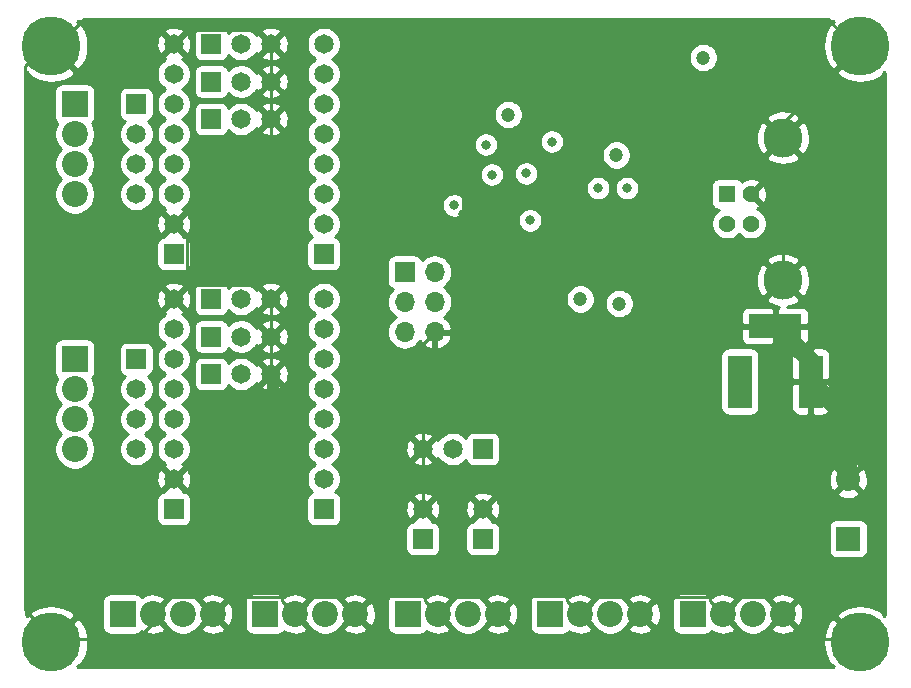
<source format=gbr>
G04 #@! TF.GenerationSoftware,KiCad,Pcbnew,(5.1.2)-2*
G04 #@! TF.CreationDate,2019-08-09T23:12:40-04:00*
G04 #@! TF.ProjectId,Controller,436f6e74-726f-46c6-9c65-722e6b696361,rev?*
G04 #@! TF.SameCoordinates,Original*
G04 #@! TF.FileFunction,Copper,L2,Inr*
G04 #@! TF.FilePolarity,Positive*
%FSLAX46Y46*%
G04 Gerber Fmt 4.6, Leading zero omitted, Abs format (unit mm)*
G04 Created by KiCad (PCBNEW (5.1.2)-2) date 2019-08-09 23:12:40*
%MOMM*%
%LPD*%
G04 APERTURE LIST*
%ADD10C,1.651000*%
%ADD11R,1.651000X1.651000*%
%ADD12R,4.500000X2.000000*%
%ADD13R,2.000000X4.500000*%
%ADD14C,2.200000*%
%ADD15R,2.200000X2.200000*%
%ADD16R,1.700000X1.700000*%
%ADD17O,1.700000X1.700000*%
%ADD18C,3.316000*%
%ADD19C,1.428000*%
%ADD20R,1.428000X1.428000*%
%ADD21C,5.000000*%
%ADD22R,2.032000X2.032000*%
%ADD23C,2.032000*%
%ADD24C,0.800000*%
%ADD25C,1.200000*%
%ADD26C,0.250000*%
%ADD27C,1.500000*%
%ADD28C,1.000000*%
%ADD29C,0.254000*%
G04 APERTURE END LIST*
D10*
X179705000Y-65405000D03*
X182245000Y-65405000D03*
D11*
X184785000Y-65405000D03*
X161798000Y-37465000D03*
D10*
X164338000Y-37465000D03*
X166878000Y-37465000D03*
D11*
X161798000Y-34290000D03*
D10*
X164338000Y-34290000D03*
X166878000Y-34290000D03*
X166878000Y-31115000D03*
X164338000Y-31115000D03*
D11*
X161798000Y-31115000D03*
D10*
X171323000Y-31115000D03*
X171323000Y-33655000D03*
X171323000Y-36195000D03*
X171323000Y-38735000D03*
X171323000Y-41275000D03*
X171323000Y-43815000D03*
X171323000Y-46355000D03*
D11*
X171323000Y-48895000D03*
D10*
X158623000Y-31115000D03*
X158623000Y-33655000D03*
X158623000Y-36195000D03*
X158623000Y-38735000D03*
X158623000Y-41275000D03*
X158623000Y-43815000D03*
X158623000Y-46355000D03*
D11*
X158623000Y-48895000D03*
D10*
X166878000Y-59055000D03*
X164338000Y-59055000D03*
D11*
X161798000Y-59055000D03*
D10*
X166878000Y-55880000D03*
X164338000Y-55880000D03*
D11*
X161798000Y-55880000D03*
X161798000Y-52705000D03*
D10*
X164338000Y-52705000D03*
X166878000Y-52705000D03*
D11*
X171323000Y-70485000D03*
D10*
X171323000Y-67945000D03*
X171323000Y-65405000D03*
X171323000Y-62865000D03*
X171323000Y-60325000D03*
X171323000Y-57785000D03*
X171323000Y-55245000D03*
X171323000Y-52705000D03*
D11*
X158623000Y-70485000D03*
D10*
X158623000Y-67945000D03*
X158623000Y-65405000D03*
X158623000Y-62865000D03*
X158623000Y-60325000D03*
X158623000Y-57785000D03*
X158623000Y-55245000D03*
X158623000Y-52705000D03*
D12*
X209550000Y-54990000D03*
D13*
X206550000Y-59690000D03*
X212550000Y-59690000D03*
D14*
X186055000Y-79375000D03*
X183515000Y-79375000D03*
X180975000Y-79375000D03*
D15*
X178435000Y-79375000D03*
X190500000Y-79375000D03*
D14*
X193040000Y-79375000D03*
X195580000Y-79375000D03*
X198120000Y-79375000D03*
D11*
X179705000Y-73025000D03*
D10*
X179705000Y-70485000D03*
X184785000Y-70485000D03*
D11*
X184785000Y-73025000D03*
D14*
X210185000Y-79375000D03*
X207645000Y-79375000D03*
X205105000Y-79375000D03*
D15*
X202565000Y-79375000D03*
X154305000Y-79375000D03*
D14*
X156845000Y-79375000D03*
X159385000Y-79375000D03*
X161925000Y-79375000D03*
X173990000Y-79375000D03*
X171450000Y-79375000D03*
X168910000Y-79375000D03*
D15*
X166370000Y-79375000D03*
D16*
X178181000Y-50419000D03*
D17*
X180721000Y-50419000D03*
X178181000Y-52959000D03*
X180721000Y-52959000D03*
X178181000Y-55499000D03*
X180721000Y-55499000D03*
D15*
X150241000Y-36195000D03*
D14*
X150241000Y-38735000D03*
X150241000Y-41275000D03*
X150241000Y-43815000D03*
D11*
X155448000Y-36195000D03*
D10*
X155448000Y-38735000D03*
X155448000Y-41275000D03*
X155448000Y-43815000D03*
D15*
X150241000Y-57785000D03*
D14*
X150241000Y-60325000D03*
X150241000Y-62865000D03*
X150241000Y-65405000D03*
D10*
X155448000Y-65405000D03*
X155448000Y-62865000D03*
X155448000Y-60325000D03*
D11*
X155448000Y-57785000D03*
D18*
X210196000Y-39045000D03*
X210196000Y-51085000D03*
D19*
X207486000Y-43815000D03*
X207486000Y-46315000D03*
D20*
X205486000Y-43815000D03*
D19*
X205486000Y-46315000D03*
D21*
X216750000Y-31250000D03*
X148250000Y-81750000D03*
X148250000Y-31250000D03*
X216750000Y-81750000D03*
D22*
X215723000Y-72985000D03*
D23*
X215723000Y-67985000D03*
D24*
X199009000Y-47752000D03*
X183134000Y-45466000D03*
X183134000Y-39624000D03*
X192659000Y-34798000D03*
X189484000Y-32258000D03*
X182626000Y-33147000D03*
X167000000Y-63000000D03*
D25*
X166846703Y-42449298D03*
X196088000Y-40513000D03*
X203454000Y-32258000D03*
X186955998Y-37084000D03*
X193040000Y-52705000D03*
X196342000Y-53086000D03*
D24*
X188785500Y-46037500D03*
X182372000Y-44767500D03*
X190627000Y-39370000D03*
X188468000Y-42071120D03*
X185547000Y-42164000D03*
X185039000Y-39624000D03*
X194564000Y-43307000D03*
X196977000Y-43307000D03*
D26*
X206863000Y-47752000D02*
X210196000Y-51085000D01*
X199009000Y-47752000D02*
X206863000Y-47752000D01*
X210196000Y-46525000D02*
X210196000Y-51085000D01*
X207486000Y-43815000D02*
X210196000Y-46525000D01*
X199009000Y-47752000D02*
X185420000Y-47752000D01*
X185420000Y-47752000D02*
X183134000Y-45466000D01*
X183134000Y-45466000D02*
X183134000Y-39624000D01*
X192659000Y-34798000D02*
X195199000Y-37338000D01*
X208489000Y-37338000D02*
X210196000Y-39045000D01*
X195199000Y-37338000D02*
X208489000Y-37338000D01*
X192659000Y-34798000D02*
X192024000Y-34798000D01*
X192024000Y-34798000D02*
X189484000Y-32258000D01*
X189484000Y-32258000D02*
X183388000Y-32258000D01*
X183388000Y-32258000D02*
X182626000Y-33020000D01*
X182626000Y-33020000D02*
X182626000Y-33147000D01*
X179705000Y-56515000D02*
X179705000Y-65405000D01*
X180721000Y-55499000D02*
X179705000Y-56515000D01*
X179705000Y-65405000D02*
X179705000Y-70485000D01*
X160825001Y-78275001D02*
X161925000Y-79375000D01*
X158270001Y-77949999D02*
X160499999Y-77949999D01*
X156845000Y-79375000D02*
X158270001Y-77949999D01*
X160499999Y-77949999D02*
X160825001Y-78275001D01*
X167810001Y-78275001D02*
X168910000Y-79375000D01*
X161925000Y-79375000D02*
X163350001Y-77949999D01*
X167810001Y-78029999D02*
X167810001Y-78275001D01*
X167730001Y-77949999D02*
X167810001Y-78029999D01*
X163350001Y-77949999D02*
X167730001Y-77949999D01*
X172890001Y-78275001D02*
X173990000Y-79375000D01*
X172564999Y-77949999D02*
X172890001Y-78275001D01*
X168910000Y-79375000D02*
X170335001Y-77949999D01*
X170335001Y-77949999D02*
X172564999Y-77949999D01*
X179875001Y-78275001D02*
X180975000Y-79375000D01*
X179875001Y-78029999D02*
X179875001Y-78275001D01*
X179696002Y-77851000D02*
X179875001Y-78029999D01*
X173990000Y-79375000D02*
X175514000Y-77851000D01*
X175514000Y-77851000D02*
X179696002Y-77851000D01*
X180530499Y-71310499D02*
X179705000Y-70485000D01*
X182074999Y-72854999D02*
X180530499Y-71310499D01*
X180975000Y-79375000D02*
X182074999Y-78275001D01*
X182074999Y-78275001D02*
X182074999Y-72854999D01*
X182415001Y-72854999D02*
X184785000Y-70485000D01*
X182074999Y-72854999D02*
X182415001Y-72854999D01*
X184955001Y-78275001D02*
X186055000Y-79375000D01*
X184629999Y-77949999D02*
X184955001Y-78275001D01*
X180975000Y-79375000D02*
X182400001Y-77949999D01*
X182400001Y-77949999D02*
X184629999Y-77949999D01*
X191940001Y-78275001D02*
X193040000Y-79375000D01*
X191940001Y-78029999D02*
X191940001Y-78275001D01*
X191761002Y-77851000D02*
X191940001Y-78029999D01*
X186055000Y-79375000D02*
X187579000Y-77851000D01*
X187579000Y-77851000D02*
X191761002Y-77851000D01*
X197020001Y-78275001D02*
X198120000Y-79375000D01*
X196694999Y-77949999D02*
X197020001Y-78275001D01*
X193040000Y-79375000D02*
X194465001Y-77949999D01*
X194465001Y-77949999D02*
X196694999Y-77949999D01*
X204005001Y-78275001D02*
X205105000Y-79375000D01*
X204005001Y-78029999D02*
X204005001Y-78275001D01*
X203925001Y-77949999D02*
X204005001Y-78029999D01*
X198120000Y-79375000D02*
X199545001Y-77949999D01*
X199545001Y-77949999D02*
X203925001Y-77949999D01*
X209085001Y-78275001D02*
X210185000Y-79375000D01*
X208759999Y-77949999D02*
X209085001Y-78275001D01*
X205105000Y-79375000D02*
X206530001Y-77949999D01*
X206530001Y-77949999D02*
X208759999Y-77949999D01*
X212550000Y-77010000D02*
X212550000Y-59690000D01*
X210185000Y-79375000D02*
X212550000Y-77010000D01*
X210196000Y-39045000D02*
X210196000Y-37804000D01*
X210196000Y-37804000D02*
X216500000Y-31500000D01*
X216500000Y-31500000D02*
X214000000Y-29000000D01*
X151000000Y-29000000D02*
X148500000Y-31500000D01*
X214000000Y-29000000D02*
X151000000Y-29000000D01*
X148500000Y-31500000D02*
X147500000Y-31500000D01*
X146000000Y-79000000D02*
X148500000Y-81500000D01*
X146000000Y-33000000D02*
X146000000Y-79000000D01*
X147500000Y-31500000D02*
X146000000Y-33000000D01*
X148500000Y-81500000D02*
X155500000Y-81500000D01*
X156845000Y-80155000D02*
X156845000Y-79375000D01*
X155500000Y-81500000D02*
X156845000Y-80155000D01*
X216500000Y-81500000D02*
X212310000Y-81500000D01*
X212310000Y-81500000D02*
X210185000Y-79375000D01*
X157797501Y-30289501D02*
X152289501Y-30289501D01*
X158623000Y-31115000D02*
X157797501Y-30289501D01*
X152289501Y-30289501D02*
X151000000Y-29000000D01*
D27*
X215723000Y-62863000D02*
X212550000Y-59690000D01*
X215723000Y-67985000D02*
X215723000Y-62863000D01*
X212550000Y-57990000D02*
X209550000Y-54990000D01*
X212550000Y-59690000D02*
X212550000Y-57990000D01*
D26*
X166878000Y-37465000D02*
X166878000Y-34290000D01*
X166878000Y-34290000D02*
X166878000Y-31115000D01*
X159448499Y-30289501D02*
X158623000Y-31115000D01*
X159773501Y-29964499D02*
X159448499Y-30289501D01*
X166878000Y-31115000D02*
X165727499Y-29964499D01*
X165727499Y-29964499D02*
X159773501Y-29964499D01*
D28*
X167000000Y-59177000D02*
X166878000Y-59055000D01*
X167000000Y-63000000D02*
X167000000Y-59177000D01*
D26*
X166878000Y-59055000D02*
X166878000Y-55880000D01*
X166878000Y-55880000D02*
X166878000Y-52705000D01*
X159448499Y-51879501D02*
X158623000Y-52705000D01*
X159773501Y-51554499D02*
X159448499Y-51879501D01*
X166878000Y-52705000D02*
X165727499Y-51554499D01*
X165727499Y-51554499D02*
X159773501Y-51554499D01*
X159448499Y-47180499D02*
X158623000Y-46355000D01*
X159773501Y-47505501D02*
X159448499Y-47180499D01*
X158623000Y-52705000D02*
X159773501Y-51554499D01*
X159773501Y-51554499D02*
X159773501Y-47505501D01*
X166878000Y-42418001D02*
X166846703Y-42449298D01*
X166878000Y-37465000D02*
X166878000Y-42418001D01*
D29*
G36*
X214546850Y-29226458D02*
G01*
X214128882Y-29502627D01*
X213838351Y-30047557D01*
X213659713Y-30638696D01*
X213599832Y-31253328D01*
X213661010Y-31867831D01*
X213840897Y-32458592D01*
X214128882Y-32997373D01*
X214546852Y-33273543D01*
X216570395Y-31250000D01*
X216556253Y-31235858D01*
X216735858Y-31056253D01*
X216750000Y-31070395D01*
X216764143Y-31056253D01*
X216943748Y-31235858D01*
X216929605Y-31250000D01*
X216943748Y-31264143D01*
X216764143Y-31443748D01*
X216750000Y-31429605D01*
X214726457Y-33453148D01*
X215002627Y-33871118D01*
X215547557Y-34161649D01*
X216138696Y-34340287D01*
X216753328Y-34400168D01*
X217367831Y-34338990D01*
X217958592Y-34159103D01*
X218497373Y-33871118D01*
X218773542Y-33453150D01*
X218873000Y-33552608D01*
X218873000Y-79447392D01*
X218773542Y-79546850D01*
X218497373Y-79128882D01*
X217952443Y-78838351D01*
X217361304Y-78659713D01*
X216746672Y-78599832D01*
X216132169Y-78661010D01*
X215541408Y-78840897D01*
X215002627Y-79128882D01*
X214726457Y-79546852D01*
X216750000Y-81570395D01*
X216764143Y-81556253D01*
X216943748Y-81735858D01*
X216929605Y-81750000D01*
X216943748Y-81764143D01*
X216764143Y-81943748D01*
X216750000Y-81929605D01*
X216735858Y-81943748D01*
X216556253Y-81764143D01*
X216570395Y-81750000D01*
X214546852Y-79726457D01*
X214128882Y-80002627D01*
X213838351Y-80547557D01*
X213659713Y-81138696D01*
X213599832Y-81753328D01*
X213661010Y-82367831D01*
X213840897Y-82958592D01*
X214128882Y-83497373D01*
X214546850Y-83773542D01*
X214447392Y-83873000D01*
X150552608Y-83873000D01*
X150453150Y-83773542D01*
X150871118Y-83497373D01*
X151161649Y-82952443D01*
X151340287Y-82361304D01*
X151400168Y-81746672D01*
X151338990Y-81132169D01*
X151159103Y-80541408D01*
X150871118Y-80002627D01*
X150453148Y-79726457D01*
X148429605Y-81750000D01*
X148443748Y-81764143D01*
X148264143Y-81943748D01*
X148250000Y-81929605D01*
X148235858Y-81943748D01*
X148056253Y-81764143D01*
X148070395Y-81750000D01*
X148056253Y-81735858D01*
X148235858Y-81556253D01*
X148250000Y-81570395D01*
X150273543Y-79546852D01*
X149997373Y-79128882D01*
X149452443Y-78838351D01*
X148861304Y-78659713D01*
X148246672Y-78599832D01*
X147632169Y-78661010D01*
X147041408Y-78840897D01*
X146502627Y-79128882D01*
X146226458Y-79546850D01*
X146127000Y-79447392D01*
X146127000Y-78275000D01*
X152566928Y-78275000D01*
X152566928Y-80475000D01*
X152579188Y-80599482D01*
X152615498Y-80719180D01*
X152674463Y-80829494D01*
X152753815Y-80926185D01*
X152850506Y-81005537D01*
X152960820Y-81064502D01*
X153080518Y-81100812D01*
X153205000Y-81113072D01*
X155405000Y-81113072D01*
X155529482Y-81100812D01*
X155649180Y-81064502D01*
X155759494Y-81005537D01*
X155856185Y-80926185D01*
X155921772Y-80846267D01*
X155925726Y-80856338D01*
X156232384Y-81007216D01*
X156562585Y-81095369D01*
X156903639Y-81117409D01*
X157242439Y-81072489D01*
X157565966Y-80962336D01*
X157764274Y-80856338D01*
X157872107Y-80581712D01*
X156845000Y-79554605D01*
X156830858Y-79568748D01*
X156651253Y-79389143D01*
X156665395Y-79375000D01*
X157024605Y-79375000D01*
X157849531Y-80199926D01*
X158037337Y-80480998D01*
X158279002Y-80722663D01*
X158563169Y-80912537D01*
X158878919Y-81043325D01*
X159214117Y-81110000D01*
X159555883Y-81110000D01*
X159891081Y-81043325D01*
X160206831Y-80912537D01*
X160490998Y-80722663D01*
X160631949Y-80581712D01*
X160897893Y-80581712D01*
X161005726Y-80856338D01*
X161312384Y-81007216D01*
X161642585Y-81095369D01*
X161983639Y-81117409D01*
X162322439Y-81072489D01*
X162645966Y-80962336D01*
X162844274Y-80856338D01*
X162952107Y-80581712D01*
X161925000Y-79554605D01*
X160897893Y-80581712D01*
X160631949Y-80581712D01*
X160732663Y-80480998D01*
X160920469Y-80199926D01*
X161745395Y-79375000D01*
X162104605Y-79375000D01*
X163131712Y-80402107D01*
X163406338Y-80294274D01*
X163557216Y-79987616D01*
X163645369Y-79657415D01*
X163667409Y-79316361D01*
X163622489Y-78977561D01*
X163512336Y-78654034D01*
X163406338Y-78455726D01*
X163131712Y-78347893D01*
X162104605Y-79375000D01*
X161745395Y-79375000D01*
X160920469Y-78550074D01*
X160732663Y-78269002D01*
X160631949Y-78168288D01*
X160897893Y-78168288D01*
X161925000Y-79195395D01*
X162845395Y-78275000D01*
X164631928Y-78275000D01*
X164631928Y-80475000D01*
X164644188Y-80599482D01*
X164680498Y-80719180D01*
X164739463Y-80829494D01*
X164818815Y-80926185D01*
X164915506Y-81005537D01*
X165025820Y-81064502D01*
X165145518Y-81100812D01*
X165270000Y-81113072D01*
X167470000Y-81113072D01*
X167594482Y-81100812D01*
X167714180Y-81064502D01*
X167824494Y-81005537D01*
X167921185Y-80926185D01*
X167986772Y-80846267D01*
X167990726Y-80856338D01*
X168297384Y-81007216D01*
X168627585Y-81095369D01*
X168968639Y-81117409D01*
X169307439Y-81072489D01*
X169630966Y-80962336D01*
X169829274Y-80856338D01*
X169937107Y-80581712D01*
X168910000Y-79554605D01*
X168895858Y-79568748D01*
X168716253Y-79389143D01*
X168730395Y-79375000D01*
X169089605Y-79375000D01*
X169914531Y-80199926D01*
X170102337Y-80480998D01*
X170344002Y-80722663D01*
X170628169Y-80912537D01*
X170943919Y-81043325D01*
X171279117Y-81110000D01*
X171620883Y-81110000D01*
X171956081Y-81043325D01*
X172271831Y-80912537D01*
X172555998Y-80722663D01*
X172696949Y-80581712D01*
X172962893Y-80581712D01*
X173070726Y-80856338D01*
X173377384Y-81007216D01*
X173707585Y-81095369D01*
X174048639Y-81117409D01*
X174387439Y-81072489D01*
X174710966Y-80962336D01*
X174909274Y-80856338D01*
X175017107Y-80581712D01*
X173990000Y-79554605D01*
X172962893Y-80581712D01*
X172696949Y-80581712D01*
X172797663Y-80480998D01*
X172985469Y-80199926D01*
X173810395Y-79375000D01*
X174169605Y-79375000D01*
X175196712Y-80402107D01*
X175471338Y-80294274D01*
X175622216Y-79987616D01*
X175710369Y-79657415D01*
X175732409Y-79316361D01*
X175687489Y-78977561D01*
X175577336Y-78654034D01*
X175471338Y-78455726D01*
X175196712Y-78347893D01*
X174169605Y-79375000D01*
X173810395Y-79375000D01*
X172985469Y-78550074D01*
X172797663Y-78269002D01*
X172696949Y-78168288D01*
X172962893Y-78168288D01*
X173990000Y-79195395D01*
X174910395Y-78275000D01*
X176696928Y-78275000D01*
X176696928Y-80475000D01*
X176709188Y-80599482D01*
X176745498Y-80719180D01*
X176804463Y-80829494D01*
X176883815Y-80926185D01*
X176980506Y-81005537D01*
X177090820Y-81064502D01*
X177210518Y-81100812D01*
X177335000Y-81113072D01*
X179535000Y-81113072D01*
X179659482Y-81100812D01*
X179779180Y-81064502D01*
X179889494Y-81005537D01*
X179986185Y-80926185D01*
X180051772Y-80846267D01*
X180055726Y-80856338D01*
X180362384Y-81007216D01*
X180692585Y-81095369D01*
X181033639Y-81117409D01*
X181372439Y-81072489D01*
X181695966Y-80962336D01*
X181894274Y-80856338D01*
X182002107Y-80581712D01*
X180975000Y-79554605D01*
X180960858Y-79568748D01*
X180781253Y-79389143D01*
X180795395Y-79375000D01*
X181154605Y-79375000D01*
X181979531Y-80199926D01*
X182167337Y-80480998D01*
X182409002Y-80722663D01*
X182693169Y-80912537D01*
X183008919Y-81043325D01*
X183344117Y-81110000D01*
X183685883Y-81110000D01*
X184021081Y-81043325D01*
X184336831Y-80912537D01*
X184620998Y-80722663D01*
X184761949Y-80581712D01*
X185027893Y-80581712D01*
X185135726Y-80856338D01*
X185442384Y-81007216D01*
X185772585Y-81095369D01*
X186113639Y-81117409D01*
X186452439Y-81072489D01*
X186775966Y-80962336D01*
X186974274Y-80856338D01*
X187082107Y-80581712D01*
X186055000Y-79554605D01*
X185027893Y-80581712D01*
X184761949Y-80581712D01*
X184862663Y-80480998D01*
X185050469Y-80199926D01*
X185875395Y-79375000D01*
X186234605Y-79375000D01*
X187261712Y-80402107D01*
X187536338Y-80294274D01*
X187687216Y-79987616D01*
X187775369Y-79657415D01*
X187797409Y-79316361D01*
X187752489Y-78977561D01*
X187642336Y-78654034D01*
X187536338Y-78455726D01*
X187261712Y-78347893D01*
X186234605Y-79375000D01*
X185875395Y-79375000D01*
X185050469Y-78550074D01*
X184862663Y-78269002D01*
X184761949Y-78168288D01*
X185027893Y-78168288D01*
X186055000Y-79195395D01*
X186975395Y-78275000D01*
X188761928Y-78275000D01*
X188761928Y-80475000D01*
X188774188Y-80599482D01*
X188810498Y-80719180D01*
X188869463Y-80829494D01*
X188948815Y-80926185D01*
X189045506Y-81005537D01*
X189155820Y-81064502D01*
X189275518Y-81100812D01*
X189400000Y-81113072D01*
X191600000Y-81113072D01*
X191724482Y-81100812D01*
X191844180Y-81064502D01*
X191954494Y-81005537D01*
X192051185Y-80926185D01*
X192116772Y-80846267D01*
X192120726Y-80856338D01*
X192427384Y-81007216D01*
X192757585Y-81095369D01*
X193098639Y-81117409D01*
X193437439Y-81072489D01*
X193760966Y-80962336D01*
X193959274Y-80856338D01*
X194067107Y-80581712D01*
X193040000Y-79554605D01*
X193025858Y-79568748D01*
X192846253Y-79389143D01*
X192860395Y-79375000D01*
X193219605Y-79375000D01*
X194044531Y-80199926D01*
X194232337Y-80480998D01*
X194474002Y-80722663D01*
X194758169Y-80912537D01*
X195073919Y-81043325D01*
X195409117Y-81110000D01*
X195750883Y-81110000D01*
X196086081Y-81043325D01*
X196401831Y-80912537D01*
X196685998Y-80722663D01*
X196826949Y-80581712D01*
X197092893Y-80581712D01*
X197200726Y-80856338D01*
X197507384Y-81007216D01*
X197837585Y-81095369D01*
X198178639Y-81117409D01*
X198517439Y-81072489D01*
X198840966Y-80962336D01*
X199039274Y-80856338D01*
X199147107Y-80581712D01*
X198120000Y-79554605D01*
X197092893Y-80581712D01*
X196826949Y-80581712D01*
X196927663Y-80480998D01*
X197115469Y-80199926D01*
X197940395Y-79375000D01*
X198299605Y-79375000D01*
X199326712Y-80402107D01*
X199601338Y-80294274D01*
X199752216Y-79987616D01*
X199840369Y-79657415D01*
X199862409Y-79316361D01*
X199817489Y-78977561D01*
X199707336Y-78654034D01*
X199601338Y-78455726D01*
X199326712Y-78347893D01*
X198299605Y-79375000D01*
X197940395Y-79375000D01*
X197115469Y-78550074D01*
X196927663Y-78269002D01*
X196826949Y-78168288D01*
X197092893Y-78168288D01*
X198120000Y-79195395D01*
X199040395Y-78275000D01*
X200826928Y-78275000D01*
X200826928Y-80475000D01*
X200839188Y-80599482D01*
X200875498Y-80719180D01*
X200934463Y-80829494D01*
X201013815Y-80926185D01*
X201110506Y-81005537D01*
X201220820Y-81064502D01*
X201340518Y-81100812D01*
X201465000Y-81113072D01*
X203665000Y-81113072D01*
X203789482Y-81100812D01*
X203909180Y-81064502D01*
X204019494Y-81005537D01*
X204116185Y-80926185D01*
X204181772Y-80846267D01*
X204185726Y-80856338D01*
X204492384Y-81007216D01*
X204822585Y-81095369D01*
X205163639Y-81117409D01*
X205502439Y-81072489D01*
X205825966Y-80962336D01*
X206024274Y-80856338D01*
X206132107Y-80581712D01*
X205105000Y-79554605D01*
X205090858Y-79568748D01*
X204911253Y-79389143D01*
X204925395Y-79375000D01*
X205284605Y-79375000D01*
X206109531Y-80199926D01*
X206297337Y-80480998D01*
X206539002Y-80722663D01*
X206823169Y-80912537D01*
X207138919Y-81043325D01*
X207474117Y-81110000D01*
X207815883Y-81110000D01*
X208151081Y-81043325D01*
X208466831Y-80912537D01*
X208750998Y-80722663D01*
X208891949Y-80581712D01*
X209157893Y-80581712D01*
X209265726Y-80856338D01*
X209572384Y-81007216D01*
X209902585Y-81095369D01*
X210243639Y-81117409D01*
X210582439Y-81072489D01*
X210905966Y-80962336D01*
X211104274Y-80856338D01*
X211212107Y-80581712D01*
X210185000Y-79554605D01*
X209157893Y-80581712D01*
X208891949Y-80581712D01*
X208992663Y-80480998D01*
X209180469Y-80199926D01*
X210005395Y-79375000D01*
X210364605Y-79375000D01*
X211391712Y-80402107D01*
X211666338Y-80294274D01*
X211817216Y-79987616D01*
X211905369Y-79657415D01*
X211927409Y-79316361D01*
X211882489Y-78977561D01*
X211772336Y-78654034D01*
X211666338Y-78455726D01*
X211391712Y-78347893D01*
X210364605Y-79375000D01*
X210005395Y-79375000D01*
X209180469Y-78550074D01*
X208992663Y-78269002D01*
X208891949Y-78168288D01*
X209157893Y-78168288D01*
X210185000Y-79195395D01*
X211212107Y-78168288D01*
X211104274Y-77893662D01*
X210797616Y-77742784D01*
X210467415Y-77654631D01*
X210126361Y-77632591D01*
X209787561Y-77677511D01*
X209464034Y-77787664D01*
X209265726Y-77893662D01*
X209157893Y-78168288D01*
X208891949Y-78168288D01*
X208750998Y-78027337D01*
X208466831Y-77837463D01*
X208151081Y-77706675D01*
X207815883Y-77640000D01*
X207474117Y-77640000D01*
X207138919Y-77706675D01*
X206823169Y-77837463D01*
X206539002Y-78027337D01*
X206297337Y-78269002D01*
X206109531Y-78550074D01*
X205284605Y-79375000D01*
X204925395Y-79375000D01*
X204911253Y-79360858D01*
X205090858Y-79181253D01*
X205105000Y-79195395D01*
X206132107Y-78168288D01*
X206024274Y-77893662D01*
X205717616Y-77742784D01*
X205387415Y-77654631D01*
X205046361Y-77632591D01*
X204707561Y-77677511D01*
X204384034Y-77787664D01*
X204185726Y-77893662D01*
X204181772Y-77903733D01*
X204116185Y-77823815D01*
X204019494Y-77744463D01*
X203909180Y-77685498D01*
X203789482Y-77649188D01*
X203665000Y-77636928D01*
X201465000Y-77636928D01*
X201340518Y-77649188D01*
X201220820Y-77685498D01*
X201110506Y-77744463D01*
X201013815Y-77823815D01*
X200934463Y-77920506D01*
X200875498Y-78030820D01*
X200839188Y-78150518D01*
X200826928Y-78275000D01*
X199040395Y-78275000D01*
X199147107Y-78168288D01*
X199039274Y-77893662D01*
X198732616Y-77742784D01*
X198402415Y-77654631D01*
X198061361Y-77632591D01*
X197722561Y-77677511D01*
X197399034Y-77787664D01*
X197200726Y-77893662D01*
X197092893Y-78168288D01*
X196826949Y-78168288D01*
X196685998Y-78027337D01*
X196401831Y-77837463D01*
X196086081Y-77706675D01*
X195750883Y-77640000D01*
X195409117Y-77640000D01*
X195073919Y-77706675D01*
X194758169Y-77837463D01*
X194474002Y-78027337D01*
X194232337Y-78269002D01*
X194044531Y-78550074D01*
X193219605Y-79375000D01*
X192860395Y-79375000D01*
X192846253Y-79360858D01*
X193025858Y-79181253D01*
X193040000Y-79195395D01*
X194067107Y-78168288D01*
X193959274Y-77893662D01*
X193652616Y-77742784D01*
X193322415Y-77654631D01*
X192981361Y-77632591D01*
X192642561Y-77677511D01*
X192319034Y-77787664D01*
X192120726Y-77893662D01*
X192116772Y-77903733D01*
X192051185Y-77823815D01*
X191954494Y-77744463D01*
X191844180Y-77685498D01*
X191724482Y-77649188D01*
X191600000Y-77636928D01*
X189400000Y-77636928D01*
X189275518Y-77649188D01*
X189155820Y-77685498D01*
X189045506Y-77744463D01*
X188948815Y-77823815D01*
X188869463Y-77920506D01*
X188810498Y-78030820D01*
X188774188Y-78150518D01*
X188761928Y-78275000D01*
X186975395Y-78275000D01*
X187082107Y-78168288D01*
X186974274Y-77893662D01*
X186667616Y-77742784D01*
X186337415Y-77654631D01*
X185996361Y-77632591D01*
X185657561Y-77677511D01*
X185334034Y-77787664D01*
X185135726Y-77893662D01*
X185027893Y-78168288D01*
X184761949Y-78168288D01*
X184620998Y-78027337D01*
X184336831Y-77837463D01*
X184021081Y-77706675D01*
X183685883Y-77640000D01*
X183344117Y-77640000D01*
X183008919Y-77706675D01*
X182693169Y-77837463D01*
X182409002Y-78027337D01*
X182167337Y-78269002D01*
X181979531Y-78550074D01*
X181154605Y-79375000D01*
X180795395Y-79375000D01*
X180781253Y-79360858D01*
X180960858Y-79181253D01*
X180975000Y-79195395D01*
X182002107Y-78168288D01*
X181894274Y-77893662D01*
X181587616Y-77742784D01*
X181257415Y-77654631D01*
X180916361Y-77632591D01*
X180577561Y-77677511D01*
X180254034Y-77787664D01*
X180055726Y-77893662D01*
X180051772Y-77903733D01*
X179986185Y-77823815D01*
X179889494Y-77744463D01*
X179779180Y-77685498D01*
X179659482Y-77649188D01*
X179535000Y-77636928D01*
X177335000Y-77636928D01*
X177210518Y-77649188D01*
X177090820Y-77685498D01*
X176980506Y-77744463D01*
X176883815Y-77823815D01*
X176804463Y-77920506D01*
X176745498Y-78030820D01*
X176709188Y-78150518D01*
X176696928Y-78275000D01*
X174910395Y-78275000D01*
X175017107Y-78168288D01*
X174909274Y-77893662D01*
X174602616Y-77742784D01*
X174272415Y-77654631D01*
X173931361Y-77632591D01*
X173592561Y-77677511D01*
X173269034Y-77787664D01*
X173070726Y-77893662D01*
X172962893Y-78168288D01*
X172696949Y-78168288D01*
X172555998Y-78027337D01*
X172271831Y-77837463D01*
X171956081Y-77706675D01*
X171620883Y-77640000D01*
X171279117Y-77640000D01*
X170943919Y-77706675D01*
X170628169Y-77837463D01*
X170344002Y-78027337D01*
X170102337Y-78269002D01*
X169914531Y-78550074D01*
X169089605Y-79375000D01*
X168730395Y-79375000D01*
X168716253Y-79360858D01*
X168895858Y-79181253D01*
X168910000Y-79195395D01*
X169937107Y-78168288D01*
X169829274Y-77893662D01*
X169522616Y-77742784D01*
X169192415Y-77654631D01*
X168851361Y-77632591D01*
X168512561Y-77677511D01*
X168189034Y-77787664D01*
X167990726Y-77893662D01*
X167986772Y-77903733D01*
X167921185Y-77823815D01*
X167824494Y-77744463D01*
X167714180Y-77685498D01*
X167594482Y-77649188D01*
X167470000Y-77636928D01*
X165270000Y-77636928D01*
X165145518Y-77649188D01*
X165025820Y-77685498D01*
X164915506Y-77744463D01*
X164818815Y-77823815D01*
X164739463Y-77920506D01*
X164680498Y-78030820D01*
X164644188Y-78150518D01*
X164631928Y-78275000D01*
X162845395Y-78275000D01*
X162952107Y-78168288D01*
X162844274Y-77893662D01*
X162537616Y-77742784D01*
X162207415Y-77654631D01*
X161866361Y-77632591D01*
X161527561Y-77677511D01*
X161204034Y-77787664D01*
X161005726Y-77893662D01*
X160897893Y-78168288D01*
X160631949Y-78168288D01*
X160490998Y-78027337D01*
X160206831Y-77837463D01*
X159891081Y-77706675D01*
X159555883Y-77640000D01*
X159214117Y-77640000D01*
X158878919Y-77706675D01*
X158563169Y-77837463D01*
X158279002Y-78027337D01*
X158037337Y-78269002D01*
X157849531Y-78550074D01*
X157024605Y-79375000D01*
X156665395Y-79375000D01*
X156651253Y-79360858D01*
X156830858Y-79181253D01*
X156845000Y-79195395D01*
X157872107Y-78168288D01*
X157764274Y-77893662D01*
X157457616Y-77742784D01*
X157127415Y-77654631D01*
X156786361Y-77632591D01*
X156447561Y-77677511D01*
X156124034Y-77787664D01*
X155925726Y-77893662D01*
X155921772Y-77903733D01*
X155856185Y-77823815D01*
X155759494Y-77744463D01*
X155649180Y-77685498D01*
X155529482Y-77649188D01*
X155405000Y-77636928D01*
X153205000Y-77636928D01*
X153080518Y-77649188D01*
X152960820Y-77685498D01*
X152850506Y-77744463D01*
X152753815Y-77823815D01*
X152674463Y-77920506D01*
X152615498Y-78030820D01*
X152579188Y-78150518D01*
X152566928Y-78275000D01*
X146127000Y-78275000D01*
X146127000Y-72199500D01*
X178241428Y-72199500D01*
X178241428Y-73850500D01*
X178253688Y-73974982D01*
X178289998Y-74094680D01*
X178348963Y-74204994D01*
X178428315Y-74301685D01*
X178525006Y-74381037D01*
X178635320Y-74440002D01*
X178755018Y-74476312D01*
X178879500Y-74488572D01*
X180530500Y-74488572D01*
X180654982Y-74476312D01*
X180774680Y-74440002D01*
X180884994Y-74381037D01*
X180981685Y-74301685D01*
X181061037Y-74204994D01*
X181120002Y-74094680D01*
X181156312Y-73974982D01*
X181168572Y-73850500D01*
X181168572Y-72199500D01*
X183321428Y-72199500D01*
X183321428Y-73850500D01*
X183333688Y-73974982D01*
X183369998Y-74094680D01*
X183428963Y-74204994D01*
X183508315Y-74301685D01*
X183605006Y-74381037D01*
X183715320Y-74440002D01*
X183835018Y-74476312D01*
X183959500Y-74488572D01*
X185610500Y-74488572D01*
X185734982Y-74476312D01*
X185854680Y-74440002D01*
X185964994Y-74381037D01*
X186061685Y-74301685D01*
X186141037Y-74204994D01*
X186200002Y-74094680D01*
X186236312Y-73974982D01*
X186248572Y-73850500D01*
X186248572Y-72199500D01*
X186236312Y-72075018D01*
X186204152Y-71969000D01*
X214068928Y-71969000D01*
X214068928Y-74001000D01*
X214081188Y-74125482D01*
X214117498Y-74245180D01*
X214176463Y-74355494D01*
X214255815Y-74452185D01*
X214352506Y-74531537D01*
X214462820Y-74590502D01*
X214582518Y-74626812D01*
X214707000Y-74639072D01*
X216739000Y-74639072D01*
X216863482Y-74626812D01*
X216983180Y-74590502D01*
X217093494Y-74531537D01*
X217190185Y-74452185D01*
X217269537Y-74355494D01*
X217328502Y-74245180D01*
X217364812Y-74125482D01*
X217377072Y-74001000D01*
X217377072Y-71969000D01*
X217364812Y-71844518D01*
X217328502Y-71724820D01*
X217269537Y-71614506D01*
X217190185Y-71517815D01*
X217093494Y-71438463D01*
X216983180Y-71379498D01*
X216863482Y-71343188D01*
X216739000Y-71330928D01*
X214707000Y-71330928D01*
X214582518Y-71343188D01*
X214462820Y-71379498D01*
X214352506Y-71438463D01*
X214255815Y-71517815D01*
X214176463Y-71614506D01*
X214117498Y-71724820D01*
X214081188Y-71844518D01*
X214068928Y-71969000D01*
X186204152Y-71969000D01*
X186200002Y-71955320D01*
X186141037Y-71845006D01*
X186061685Y-71748315D01*
X185964994Y-71668963D01*
X185854680Y-71609998D01*
X185734982Y-71573688D01*
X185610500Y-71561428D01*
X185596462Y-71561428D01*
X185616304Y-71495909D01*
X184785000Y-70664605D01*
X183953696Y-71495909D01*
X183973538Y-71561428D01*
X183959500Y-71561428D01*
X183835018Y-71573688D01*
X183715320Y-71609998D01*
X183605006Y-71668963D01*
X183508315Y-71748315D01*
X183428963Y-71845006D01*
X183369998Y-71955320D01*
X183333688Y-72075018D01*
X183321428Y-72199500D01*
X181168572Y-72199500D01*
X181156312Y-72075018D01*
X181120002Y-71955320D01*
X181061037Y-71845006D01*
X180981685Y-71748315D01*
X180884994Y-71668963D01*
X180774680Y-71609998D01*
X180654982Y-71573688D01*
X180530500Y-71561428D01*
X180516462Y-71561428D01*
X180536304Y-71495909D01*
X179705000Y-70664605D01*
X178873696Y-71495909D01*
X178893538Y-71561428D01*
X178879500Y-71561428D01*
X178755018Y-71573688D01*
X178635320Y-71609998D01*
X178525006Y-71668963D01*
X178428315Y-71748315D01*
X178348963Y-71845006D01*
X178289998Y-71955320D01*
X178253688Y-72075018D01*
X178241428Y-72199500D01*
X146127000Y-72199500D01*
X146127000Y-69659500D01*
X157159428Y-69659500D01*
X157159428Y-71310500D01*
X157171688Y-71434982D01*
X157207998Y-71554680D01*
X157266963Y-71664994D01*
X157346315Y-71761685D01*
X157443006Y-71841037D01*
X157553320Y-71900002D01*
X157673018Y-71936312D01*
X157797500Y-71948572D01*
X159448500Y-71948572D01*
X159572982Y-71936312D01*
X159692680Y-71900002D01*
X159802994Y-71841037D01*
X159899685Y-71761685D01*
X159979037Y-71664994D01*
X160038002Y-71554680D01*
X160074312Y-71434982D01*
X160086572Y-71310500D01*
X160086572Y-69659500D01*
X169859428Y-69659500D01*
X169859428Y-71310500D01*
X169871688Y-71434982D01*
X169907998Y-71554680D01*
X169966963Y-71664994D01*
X170046315Y-71761685D01*
X170143006Y-71841037D01*
X170253320Y-71900002D01*
X170373018Y-71936312D01*
X170497500Y-71948572D01*
X172148500Y-71948572D01*
X172272982Y-71936312D01*
X172392680Y-71900002D01*
X172502994Y-71841037D01*
X172599685Y-71761685D01*
X172679037Y-71664994D01*
X172738002Y-71554680D01*
X172774312Y-71434982D01*
X172786572Y-71310500D01*
X172786572Y-70554502D01*
X178239079Y-70554502D01*
X178280806Y-70839154D01*
X178377263Y-71110196D01*
X178447519Y-71241633D01*
X178694091Y-71316304D01*
X179525395Y-70485000D01*
X179884605Y-70485000D01*
X180715909Y-71316304D01*
X180962481Y-71241633D01*
X181085931Y-70981772D01*
X181156313Y-70702820D01*
X181163853Y-70554502D01*
X183319079Y-70554502D01*
X183360806Y-70839154D01*
X183457263Y-71110196D01*
X183527519Y-71241633D01*
X183774091Y-71316304D01*
X184605395Y-70485000D01*
X184964605Y-70485000D01*
X185795909Y-71316304D01*
X186042481Y-71241633D01*
X186165931Y-70981772D01*
X186236313Y-70702820D01*
X186250921Y-70415498D01*
X186209194Y-70130846D01*
X186112737Y-69859804D01*
X186042481Y-69728367D01*
X185795909Y-69653696D01*
X184964605Y-70485000D01*
X184605395Y-70485000D01*
X183774091Y-69653696D01*
X183527519Y-69728367D01*
X183404069Y-69988228D01*
X183333687Y-70267180D01*
X183319079Y-70554502D01*
X181163853Y-70554502D01*
X181170921Y-70415498D01*
X181129194Y-70130846D01*
X181032737Y-69859804D01*
X180962481Y-69728367D01*
X180715909Y-69653696D01*
X179884605Y-70485000D01*
X179525395Y-70485000D01*
X178694091Y-69653696D01*
X178447519Y-69728367D01*
X178324069Y-69988228D01*
X178253687Y-70267180D01*
X178239079Y-70554502D01*
X172786572Y-70554502D01*
X172786572Y-69659500D01*
X172774312Y-69535018D01*
X172755830Y-69474091D01*
X178873696Y-69474091D01*
X179705000Y-70305395D01*
X180536304Y-69474091D01*
X183953696Y-69474091D01*
X184785000Y-70305395D01*
X185616304Y-69474091D01*
X185541633Y-69227519D01*
X185340194Y-69131823D01*
X214755782Y-69131823D01*
X214853478Y-69397860D01*
X215145821Y-69540348D01*
X215460344Y-69623064D01*
X215784962Y-69642831D01*
X216107198Y-69598888D01*
X216414670Y-69492924D01*
X216592522Y-69397860D01*
X216690218Y-69131823D01*
X215723000Y-68164605D01*
X214755782Y-69131823D01*
X185340194Y-69131823D01*
X185281772Y-69104069D01*
X185002820Y-69033687D01*
X184715498Y-69019079D01*
X184430846Y-69060806D01*
X184159804Y-69157263D01*
X184028367Y-69227519D01*
X183953696Y-69474091D01*
X180536304Y-69474091D01*
X180461633Y-69227519D01*
X180201772Y-69104069D01*
X179922820Y-69033687D01*
X179635498Y-69019079D01*
X179350846Y-69060806D01*
X179079804Y-69157263D01*
X178948367Y-69227519D01*
X178873696Y-69474091D01*
X172755830Y-69474091D01*
X172738002Y-69415320D01*
X172679037Y-69305006D01*
X172599685Y-69208315D01*
X172502994Y-69128963D01*
X172392680Y-69069998D01*
X172293537Y-69039923D01*
X172457445Y-68876015D01*
X172617279Y-68636806D01*
X172727374Y-68371012D01*
X172783500Y-68088847D01*
X172783500Y-68046962D01*
X214065169Y-68046962D01*
X214109112Y-68369198D01*
X214215076Y-68676670D01*
X214310140Y-68854522D01*
X214576177Y-68952218D01*
X215543395Y-67985000D01*
X215902605Y-67985000D01*
X216869823Y-68952218D01*
X217135860Y-68854522D01*
X217278348Y-68562179D01*
X217361064Y-68247656D01*
X217380831Y-67923038D01*
X217336888Y-67600802D01*
X217230924Y-67293330D01*
X217135860Y-67115478D01*
X216869823Y-67017782D01*
X215902605Y-67985000D01*
X215543395Y-67985000D01*
X214576177Y-67017782D01*
X214310140Y-67115478D01*
X214167652Y-67407821D01*
X214084936Y-67722344D01*
X214065169Y-68046962D01*
X172783500Y-68046962D01*
X172783500Y-67801153D01*
X172727374Y-67518988D01*
X172617279Y-67253194D01*
X172457445Y-67013985D01*
X172254015Y-66810555D01*
X172051142Y-66675000D01*
X172254015Y-66539445D01*
X172377551Y-66415909D01*
X178873696Y-66415909D01*
X178948367Y-66662481D01*
X179208228Y-66785931D01*
X179487180Y-66856313D01*
X179774502Y-66870921D01*
X180059154Y-66829194D01*
X180330196Y-66732737D01*
X180461633Y-66662481D01*
X180536304Y-66415909D01*
X179705000Y-65584605D01*
X178873696Y-66415909D01*
X172377551Y-66415909D01*
X172457445Y-66336015D01*
X172617279Y-66096806D01*
X172727374Y-65831012D01*
X172783500Y-65548847D01*
X172783500Y-65474502D01*
X178239079Y-65474502D01*
X178280806Y-65759154D01*
X178377263Y-66030196D01*
X178447519Y-66161633D01*
X178694091Y-66236304D01*
X179525395Y-65405000D01*
X179884605Y-65405000D01*
X180715909Y-66236304D01*
X180962481Y-66161633D01*
X180975594Y-66134031D01*
X181110555Y-66336015D01*
X181313985Y-66539445D01*
X181553194Y-66699279D01*
X181818988Y-66809374D01*
X182101153Y-66865500D01*
X182388847Y-66865500D01*
X182671012Y-66809374D01*
X182936806Y-66699279D01*
X183176015Y-66539445D01*
X183339923Y-66375537D01*
X183369998Y-66474680D01*
X183428963Y-66584994D01*
X183508315Y-66681685D01*
X183605006Y-66761037D01*
X183715320Y-66820002D01*
X183835018Y-66856312D01*
X183959500Y-66868572D01*
X185610500Y-66868572D01*
X185734982Y-66856312D01*
X185794765Y-66838177D01*
X214755782Y-66838177D01*
X215723000Y-67805395D01*
X216690218Y-66838177D01*
X216592522Y-66572140D01*
X216300179Y-66429652D01*
X215985656Y-66346936D01*
X215661038Y-66327169D01*
X215338802Y-66371112D01*
X215031330Y-66477076D01*
X214853478Y-66572140D01*
X214755782Y-66838177D01*
X185794765Y-66838177D01*
X185854680Y-66820002D01*
X185964994Y-66761037D01*
X186061685Y-66681685D01*
X186141037Y-66584994D01*
X186200002Y-66474680D01*
X186236312Y-66354982D01*
X186248572Y-66230500D01*
X186248572Y-64579500D01*
X186236312Y-64455018D01*
X186200002Y-64335320D01*
X186141037Y-64225006D01*
X186061685Y-64128315D01*
X185964994Y-64048963D01*
X185854680Y-63989998D01*
X185734982Y-63953688D01*
X185610500Y-63941428D01*
X183959500Y-63941428D01*
X183835018Y-63953688D01*
X183715320Y-63989998D01*
X183605006Y-64048963D01*
X183508315Y-64128315D01*
X183428963Y-64225006D01*
X183369998Y-64335320D01*
X183339923Y-64434463D01*
X183176015Y-64270555D01*
X182936806Y-64110721D01*
X182671012Y-64000626D01*
X182388847Y-63944500D01*
X182101153Y-63944500D01*
X181818988Y-64000626D01*
X181553194Y-64110721D01*
X181313985Y-64270555D01*
X181110555Y-64473985D01*
X180976506Y-64674605D01*
X180962481Y-64648367D01*
X180715909Y-64573696D01*
X179884605Y-65405000D01*
X179525395Y-65405000D01*
X178694091Y-64573696D01*
X178447519Y-64648367D01*
X178324069Y-64908228D01*
X178253687Y-65187180D01*
X178239079Y-65474502D01*
X172783500Y-65474502D01*
X172783500Y-65261153D01*
X172727374Y-64978988D01*
X172617279Y-64713194D01*
X172457445Y-64473985D01*
X172377551Y-64394091D01*
X178873696Y-64394091D01*
X179705000Y-65225395D01*
X180536304Y-64394091D01*
X180461633Y-64147519D01*
X180201772Y-64024069D01*
X179922820Y-63953687D01*
X179635498Y-63939079D01*
X179350846Y-63980806D01*
X179079804Y-64077263D01*
X178948367Y-64147519D01*
X178873696Y-64394091D01*
X172377551Y-64394091D01*
X172254015Y-64270555D01*
X172051142Y-64135000D01*
X172254015Y-63999445D01*
X172457445Y-63796015D01*
X172617279Y-63556806D01*
X172727374Y-63291012D01*
X172783500Y-63008847D01*
X172783500Y-62721153D01*
X172727374Y-62438988D01*
X172617279Y-62173194D01*
X172457445Y-61933985D01*
X172254015Y-61730555D01*
X172051142Y-61595000D01*
X172254015Y-61459445D01*
X172457445Y-61256015D01*
X172617279Y-61016806D01*
X172727374Y-60751012D01*
X172783500Y-60468847D01*
X172783500Y-60181153D01*
X172727374Y-59898988D01*
X172617279Y-59633194D01*
X172457445Y-59393985D01*
X172254015Y-59190555D01*
X172051142Y-59055000D01*
X172254015Y-58919445D01*
X172457445Y-58716015D01*
X172617279Y-58476806D01*
X172727374Y-58211012D01*
X172783500Y-57928847D01*
X172783500Y-57641153D01*
X172743489Y-57440000D01*
X204911928Y-57440000D01*
X204911928Y-61940000D01*
X204924188Y-62064482D01*
X204960498Y-62184180D01*
X205019463Y-62294494D01*
X205098815Y-62391185D01*
X205195506Y-62470537D01*
X205305820Y-62529502D01*
X205425518Y-62565812D01*
X205550000Y-62578072D01*
X207550000Y-62578072D01*
X207674482Y-62565812D01*
X207794180Y-62529502D01*
X207904494Y-62470537D01*
X208001185Y-62391185D01*
X208080537Y-62294494D01*
X208139502Y-62184180D01*
X208175812Y-62064482D01*
X208188072Y-61940000D01*
X210911928Y-61940000D01*
X210924188Y-62064482D01*
X210960498Y-62184180D01*
X211019463Y-62294494D01*
X211098815Y-62391185D01*
X211195506Y-62470537D01*
X211305820Y-62529502D01*
X211425518Y-62565812D01*
X211550000Y-62578072D01*
X212264250Y-62575000D01*
X212423000Y-62416250D01*
X212423000Y-59817000D01*
X212677000Y-59817000D01*
X212677000Y-62416250D01*
X212835750Y-62575000D01*
X213550000Y-62578072D01*
X213674482Y-62565812D01*
X213794180Y-62529502D01*
X213904494Y-62470537D01*
X214001185Y-62391185D01*
X214080537Y-62294494D01*
X214139502Y-62184180D01*
X214175812Y-62064482D01*
X214188072Y-61940000D01*
X214185000Y-59975750D01*
X214026250Y-59817000D01*
X212677000Y-59817000D01*
X212423000Y-59817000D01*
X211073750Y-59817000D01*
X210915000Y-59975750D01*
X210911928Y-61940000D01*
X208188072Y-61940000D01*
X208188072Y-57440000D01*
X210911928Y-57440000D01*
X210915000Y-59404250D01*
X211073750Y-59563000D01*
X212423000Y-59563000D01*
X212423000Y-56963750D01*
X212677000Y-56963750D01*
X212677000Y-59563000D01*
X214026250Y-59563000D01*
X214185000Y-59404250D01*
X214188072Y-57440000D01*
X214175812Y-57315518D01*
X214139502Y-57195820D01*
X214080537Y-57085506D01*
X214001185Y-56988815D01*
X213904494Y-56909463D01*
X213794180Y-56850498D01*
X213674482Y-56814188D01*
X213550000Y-56801928D01*
X212835750Y-56805000D01*
X212677000Y-56963750D01*
X212423000Y-56963750D01*
X212264250Y-56805000D01*
X211550000Y-56801928D01*
X211425518Y-56814188D01*
X211305820Y-56850498D01*
X211195506Y-56909463D01*
X211098815Y-56988815D01*
X211019463Y-57085506D01*
X210960498Y-57195820D01*
X210924188Y-57315518D01*
X210911928Y-57440000D01*
X208188072Y-57440000D01*
X208175812Y-57315518D01*
X208139502Y-57195820D01*
X208080537Y-57085506D01*
X208001185Y-56988815D01*
X207904494Y-56909463D01*
X207794180Y-56850498D01*
X207674482Y-56814188D01*
X207550000Y-56801928D01*
X205550000Y-56801928D01*
X205425518Y-56814188D01*
X205305820Y-56850498D01*
X205195506Y-56909463D01*
X205098815Y-56988815D01*
X205019463Y-57085506D01*
X204960498Y-57195820D01*
X204924188Y-57315518D01*
X204911928Y-57440000D01*
X172743489Y-57440000D01*
X172727374Y-57358988D01*
X172617279Y-57093194D01*
X172457445Y-56853985D01*
X172254015Y-56650555D01*
X172051142Y-56515000D01*
X172254015Y-56379445D01*
X172457445Y-56176015D01*
X172617279Y-55936806D01*
X172727374Y-55671012D01*
X172783500Y-55388847D01*
X172783500Y-55101153D01*
X172727374Y-54818988D01*
X172617279Y-54553194D01*
X172457445Y-54313985D01*
X172254015Y-54110555D01*
X172051142Y-53975000D01*
X172254015Y-53839445D01*
X172457445Y-53636015D01*
X172617279Y-53396806D01*
X172727374Y-53131012D01*
X172761589Y-52959000D01*
X176688815Y-52959000D01*
X176717487Y-53250111D01*
X176802401Y-53530034D01*
X176940294Y-53788014D01*
X177125866Y-54014134D01*
X177351986Y-54199706D01*
X177406791Y-54229000D01*
X177351986Y-54258294D01*
X177125866Y-54443866D01*
X176940294Y-54669986D01*
X176802401Y-54927966D01*
X176717487Y-55207889D01*
X176688815Y-55499000D01*
X176717487Y-55790111D01*
X176802401Y-56070034D01*
X176940294Y-56328014D01*
X177125866Y-56554134D01*
X177351986Y-56739706D01*
X177609966Y-56877599D01*
X177889889Y-56962513D01*
X178108050Y-56984000D01*
X178253950Y-56984000D01*
X178472111Y-56962513D01*
X178752034Y-56877599D01*
X179010014Y-56739706D01*
X179236134Y-56554134D01*
X179421706Y-56328014D01*
X179452584Y-56270244D01*
X179623412Y-56499269D01*
X179839645Y-56694178D01*
X180089748Y-56843157D01*
X180364109Y-56940481D01*
X180594000Y-56819814D01*
X180594000Y-55626000D01*
X180848000Y-55626000D01*
X180848000Y-56819814D01*
X181077891Y-56940481D01*
X181352252Y-56843157D01*
X181602355Y-56694178D01*
X181818588Y-56499269D01*
X181992641Y-56265920D01*
X182117825Y-56003099D01*
X182121798Y-55990000D01*
X206661928Y-55990000D01*
X206674188Y-56114482D01*
X206710498Y-56234180D01*
X206769463Y-56344494D01*
X206848815Y-56441185D01*
X206945506Y-56520537D01*
X207055820Y-56579502D01*
X207175518Y-56615812D01*
X207300000Y-56628072D01*
X209264250Y-56625000D01*
X209423000Y-56466250D01*
X209423000Y-55117000D01*
X209677000Y-55117000D01*
X209677000Y-56466250D01*
X209835750Y-56625000D01*
X211800000Y-56628072D01*
X211924482Y-56615812D01*
X212044180Y-56579502D01*
X212154494Y-56520537D01*
X212251185Y-56441185D01*
X212330537Y-56344494D01*
X212389502Y-56234180D01*
X212425812Y-56114482D01*
X212438072Y-55990000D01*
X212435000Y-55275750D01*
X212276250Y-55117000D01*
X209677000Y-55117000D01*
X209423000Y-55117000D01*
X206823750Y-55117000D01*
X206665000Y-55275750D01*
X206661928Y-55990000D01*
X182121798Y-55990000D01*
X182162476Y-55855890D01*
X182041155Y-55626000D01*
X180848000Y-55626000D01*
X180594000Y-55626000D01*
X180574000Y-55626000D01*
X180574000Y-55372000D01*
X180594000Y-55372000D01*
X180594000Y-55352000D01*
X180848000Y-55352000D01*
X180848000Y-55372000D01*
X182041155Y-55372000D01*
X182162476Y-55142110D01*
X182117825Y-54994901D01*
X181992641Y-54732080D01*
X181818588Y-54498731D01*
X181602355Y-54303822D01*
X181485477Y-54234201D01*
X181550014Y-54199706D01*
X181776134Y-54014134D01*
X181961706Y-53788014D01*
X182099599Y-53530034D01*
X182184513Y-53250111D01*
X182213185Y-52959000D01*
X182184513Y-52667889D01*
X182158873Y-52583363D01*
X191805000Y-52583363D01*
X191805000Y-52826637D01*
X191852460Y-53065236D01*
X191945557Y-53289992D01*
X192080713Y-53492267D01*
X192252733Y-53664287D01*
X192455008Y-53799443D01*
X192679764Y-53892540D01*
X192918363Y-53940000D01*
X193161637Y-53940000D01*
X193400236Y-53892540D01*
X193624992Y-53799443D01*
X193827267Y-53664287D01*
X193999287Y-53492267D01*
X194134443Y-53289992D01*
X194227540Y-53065236D01*
X194247604Y-52964363D01*
X195107000Y-52964363D01*
X195107000Y-53207637D01*
X195154460Y-53446236D01*
X195247557Y-53670992D01*
X195382713Y-53873267D01*
X195554733Y-54045287D01*
X195757008Y-54180443D01*
X195981764Y-54273540D01*
X196220363Y-54321000D01*
X196463637Y-54321000D01*
X196702236Y-54273540D01*
X196926992Y-54180443D01*
X197129267Y-54045287D01*
X197184554Y-53990000D01*
X206661928Y-53990000D01*
X206665000Y-54704250D01*
X206823750Y-54863000D01*
X209423000Y-54863000D01*
X209423000Y-53513750D01*
X209264250Y-53355000D01*
X207300000Y-53351928D01*
X207175518Y-53364188D01*
X207055820Y-53400498D01*
X206945506Y-53459463D01*
X206848815Y-53538815D01*
X206769463Y-53635506D01*
X206710498Y-53745820D01*
X206674188Y-53865518D01*
X206661928Y-53990000D01*
X197184554Y-53990000D01*
X197301287Y-53873267D01*
X197436443Y-53670992D01*
X197529540Y-53446236D01*
X197577000Y-53207637D01*
X197577000Y-52964363D01*
X197529540Y-52725764D01*
X197514366Y-52689130D01*
X208771475Y-52689130D01*
X208946491Y-53020867D01*
X209348168Y-53227437D01*
X209782428Y-53351674D01*
X209834760Y-53355990D01*
X209677000Y-53513750D01*
X209677000Y-54863000D01*
X212276250Y-54863000D01*
X212435000Y-54704250D01*
X212438072Y-53990000D01*
X212425812Y-53865518D01*
X212389502Y-53745820D01*
X212330537Y-53635506D01*
X212251185Y-53538815D01*
X212154494Y-53459463D01*
X212044180Y-53400498D01*
X211924482Y-53364188D01*
X211800000Y-53351928D01*
X210537261Y-53353903D01*
X210681328Y-53337400D01*
X211111424Y-53199438D01*
X211445509Y-53020867D01*
X211620525Y-52689130D01*
X210196000Y-51264605D01*
X208771475Y-52689130D01*
X197514366Y-52689130D01*
X197436443Y-52501008D01*
X197301287Y-52298733D01*
X197129267Y-52126713D01*
X196926992Y-51991557D01*
X196702236Y-51898460D01*
X196463637Y-51851000D01*
X196220363Y-51851000D01*
X195981764Y-51898460D01*
X195757008Y-51991557D01*
X195554733Y-52126713D01*
X195382713Y-52298733D01*
X195247557Y-52501008D01*
X195154460Y-52725764D01*
X195107000Y-52964363D01*
X194247604Y-52964363D01*
X194275000Y-52826637D01*
X194275000Y-52583363D01*
X194227540Y-52344764D01*
X194134443Y-52120008D01*
X193999287Y-51917733D01*
X193827267Y-51745713D01*
X193624992Y-51610557D01*
X193400236Y-51517460D01*
X193161637Y-51470000D01*
X192918363Y-51470000D01*
X192679764Y-51517460D01*
X192455008Y-51610557D01*
X192252733Y-51745713D01*
X192080713Y-51917733D01*
X191945557Y-52120008D01*
X191852460Y-52344764D01*
X191805000Y-52583363D01*
X182158873Y-52583363D01*
X182099599Y-52387966D01*
X181961706Y-52129986D01*
X181776134Y-51903866D01*
X181550014Y-51718294D01*
X181495209Y-51689000D01*
X181550014Y-51659706D01*
X181776134Y-51474134D01*
X181961706Y-51248014D01*
X182029285Y-51121581D01*
X207892196Y-51121581D01*
X207943600Y-51570328D01*
X208081562Y-52000424D01*
X208260133Y-52334509D01*
X208591870Y-52509525D01*
X210016395Y-51085000D01*
X210375605Y-51085000D01*
X211800130Y-52509525D01*
X212131867Y-52334509D01*
X212338437Y-51932832D01*
X212462674Y-51498572D01*
X212499804Y-51048419D01*
X212448400Y-50599672D01*
X212310438Y-50169576D01*
X212131867Y-49835491D01*
X211800130Y-49660475D01*
X210375605Y-51085000D01*
X210016395Y-51085000D01*
X208591870Y-49660475D01*
X208260133Y-49835491D01*
X208053563Y-50237168D01*
X207929326Y-50671428D01*
X207892196Y-51121581D01*
X182029285Y-51121581D01*
X182099599Y-50990034D01*
X182184513Y-50710111D01*
X182213185Y-50419000D01*
X182184513Y-50127889D01*
X182099599Y-49847966D01*
X181961706Y-49589986D01*
X181872157Y-49480870D01*
X208771475Y-49480870D01*
X210196000Y-50905395D01*
X211620525Y-49480870D01*
X211445509Y-49149133D01*
X211043832Y-48942563D01*
X210609572Y-48818326D01*
X210159419Y-48781196D01*
X209710672Y-48832600D01*
X209280576Y-48970562D01*
X208946491Y-49149133D01*
X208771475Y-49480870D01*
X181872157Y-49480870D01*
X181776134Y-49363866D01*
X181550014Y-49178294D01*
X181292034Y-49040401D01*
X181012111Y-48955487D01*
X180793950Y-48934000D01*
X180648050Y-48934000D01*
X180429889Y-48955487D01*
X180149966Y-49040401D01*
X179891986Y-49178294D01*
X179665866Y-49363866D01*
X179641393Y-49393687D01*
X179620502Y-49324820D01*
X179561537Y-49214506D01*
X179482185Y-49117815D01*
X179385494Y-49038463D01*
X179275180Y-48979498D01*
X179155482Y-48943188D01*
X179031000Y-48930928D01*
X177331000Y-48930928D01*
X177206518Y-48943188D01*
X177086820Y-48979498D01*
X176976506Y-49038463D01*
X176879815Y-49117815D01*
X176800463Y-49214506D01*
X176741498Y-49324820D01*
X176705188Y-49444518D01*
X176692928Y-49569000D01*
X176692928Y-51269000D01*
X176705188Y-51393482D01*
X176741498Y-51513180D01*
X176800463Y-51623494D01*
X176879815Y-51720185D01*
X176976506Y-51799537D01*
X177086820Y-51858502D01*
X177155687Y-51879393D01*
X177125866Y-51903866D01*
X176940294Y-52129986D01*
X176802401Y-52387966D01*
X176717487Y-52667889D01*
X176688815Y-52959000D01*
X172761589Y-52959000D01*
X172783500Y-52848847D01*
X172783500Y-52561153D01*
X172727374Y-52278988D01*
X172617279Y-52013194D01*
X172457445Y-51773985D01*
X172254015Y-51570555D01*
X172014806Y-51410721D01*
X171749012Y-51300626D01*
X171466847Y-51244500D01*
X171179153Y-51244500D01*
X170896988Y-51300626D01*
X170631194Y-51410721D01*
X170391985Y-51570555D01*
X170188555Y-51773985D01*
X170028721Y-52013194D01*
X169918626Y-52278988D01*
X169862500Y-52561153D01*
X169862500Y-52848847D01*
X169918626Y-53131012D01*
X170028721Y-53396806D01*
X170188555Y-53636015D01*
X170391985Y-53839445D01*
X170594858Y-53975000D01*
X170391985Y-54110555D01*
X170188555Y-54313985D01*
X170028721Y-54553194D01*
X169918626Y-54818988D01*
X169862500Y-55101153D01*
X169862500Y-55388847D01*
X169918626Y-55671012D01*
X170028721Y-55936806D01*
X170188555Y-56176015D01*
X170391985Y-56379445D01*
X170594858Y-56515000D01*
X170391985Y-56650555D01*
X170188555Y-56853985D01*
X170028721Y-57093194D01*
X169918626Y-57358988D01*
X169862500Y-57641153D01*
X169862500Y-57928847D01*
X169918626Y-58211012D01*
X170028721Y-58476806D01*
X170188555Y-58716015D01*
X170391985Y-58919445D01*
X170594858Y-59055000D01*
X170391985Y-59190555D01*
X170188555Y-59393985D01*
X170028721Y-59633194D01*
X169918626Y-59898988D01*
X169862500Y-60181153D01*
X169862500Y-60468847D01*
X169918626Y-60751012D01*
X170028721Y-61016806D01*
X170188555Y-61256015D01*
X170391985Y-61459445D01*
X170594858Y-61595000D01*
X170391985Y-61730555D01*
X170188555Y-61933985D01*
X170028721Y-62173194D01*
X169918626Y-62438988D01*
X169862500Y-62721153D01*
X169862500Y-63008847D01*
X169918626Y-63291012D01*
X170028721Y-63556806D01*
X170188555Y-63796015D01*
X170391985Y-63999445D01*
X170594858Y-64135000D01*
X170391985Y-64270555D01*
X170188555Y-64473985D01*
X170028721Y-64713194D01*
X169918626Y-64978988D01*
X169862500Y-65261153D01*
X169862500Y-65548847D01*
X169918626Y-65831012D01*
X170028721Y-66096806D01*
X170188555Y-66336015D01*
X170391985Y-66539445D01*
X170594858Y-66675000D01*
X170391985Y-66810555D01*
X170188555Y-67013985D01*
X170028721Y-67253194D01*
X169918626Y-67518988D01*
X169862500Y-67801153D01*
X169862500Y-68088847D01*
X169918626Y-68371012D01*
X170028721Y-68636806D01*
X170188555Y-68876015D01*
X170352463Y-69039923D01*
X170253320Y-69069998D01*
X170143006Y-69128963D01*
X170046315Y-69208315D01*
X169966963Y-69305006D01*
X169907998Y-69415320D01*
X169871688Y-69535018D01*
X169859428Y-69659500D01*
X160086572Y-69659500D01*
X160074312Y-69535018D01*
X160038002Y-69415320D01*
X159979037Y-69305006D01*
X159899685Y-69208315D01*
X159802994Y-69128963D01*
X159692680Y-69069998D01*
X159572982Y-69033688D01*
X159448500Y-69021428D01*
X159434462Y-69021428D01*
X159454304Y-68955909D01*
X158623000Y-68124605D01*
X157791696Y-68955909D01*
X157811538Y-69021428D01*
X157797500Y-69021428D01*
X157673018Y-69033688D01*
X157553320Y-69069998D01*
X157443006Y-69128963D01*
X157346315Y-69208315D01*
X157266963Y-69305006D01*
X157207998Y-69415320D01*
X157171688Y-69535018D01*
X157159428Y-69659500D01*
X146127000Y-69659500D01*
X146127000Y-68014502D01*
X157157079Y-68014502D01*
X157198806Y-68299154D01*
X157295263Y-68570196D01*
X157365519Y-68701633D01*
X157612091Y-68776304D01*
X158443395Y-67945000D01*
X158802605Y-67945000D01*
X159633909Y-68776304D01*
X159880481Y-68701633D01*
X160003931Y-68441772D01*
X160074313Y-68162820D01*
X160088921Y-67875498D01*
X160047194Y-67590846D01*
X159950737Y-67319804D01*
X159880481Y-67188367D01*
X159633909Y-67113696D01*
X158802605Y-67945000D01*
X158443395Y-67945000D01*
X157612091Y-67113696D01*
X157365519Y-67188367D01*
X157242069Y-67448228D01*
X157171687Y-67727180D01*
X157157079Y-68014502D01*
X146127000Y-68014502D01*
X146127000Y-56685000D01*
X148502928Y-56685000D01*
X148502928Y-58885000D01*
X148515188Y-59009482D01*
X148551498Y-59129180D01*
X148610463Y-59239494D01*
X148689815Y-59336185D01*
X148770690Y-59402557D01*
X148703463Y-59503169D01*
X148572675Y-59818919D01*
X148506000Y-60154117D01*
X148506000Y-60495883D01*
X148572675Y-60831081D01*
X148703463Y-61146831D01*
X148893337Y-61430998D01*
X149057339Y-61595000D01*
X148893337Y-61759002D01*
X148703463Y-62043169D01*
X148572675Y-62358919D01*
X148506000Y-62694117D01*
X148506000Y-63035883D01*
X148572675Y-63371081D01*
X148703463Y-63686831D01*
X148893337Y-63970998D01*
X149057339Y-64135000D01*
X148893337Y-64299002D01*
X148703463Y-64583169D01*
X148572675Y-64898919D01*
X148506000Y-65234117D01*
X148506000Y-65575883D01*
X148572675Y-65911081D01*
X148703463Y-66226831D01*
X148893337Y-66510998D01*
X149135002Y-66752663D01*
X149419169Y-66942537D01*
X149734919Y-67073325D01*
X150070117Y-67140000D01*
X150411883Y-67140000D01*
X150747081Y-67073325D01*
X151062831Y-66942537D01*
X151346998Y-66752663D01*
X151588663Y-66510998D01*
X151778537Y-66226831D01*
X151909325Y-65911081D01*
X151976000Y-65575883D01*
X151976000Y-65234117D01*
X151909325Y-64898919D01*
X151778537Y-64583169D01*
X151588663Y-64299002D01*
X151424661Y-64135000D01*
X151588663Y-63970998D01*
X151778537Y-63686831D01*
X151909325Y-63371081D01*
X151976000Y-63035883D01*
X151976000Y-62694117D01*
X151909325Y-62358919D01*
X151778537Y-62043169D01*
X151588663Y-61759002D01*
X151424661Y-61595000D01*
X151588663Y-61430998D01*
X151778537Y-61146831D01*
X151909325Y-60831081D01*
X151976000Y-60495883D01*
X151976000Y-60154117D01*
X151909325Y-59818919D01*
X151778537Y-59503169D01*
X151711310Y-59402557D01*
X151792185Y-59336185D01*
X151871537Y-59239494D01*
X151930502Y-59129180D01*
X151966812Y-59009482D01*
X151979072Y-58885000D01*
X151979072Y-56959500D01*
X153984428Y-56959500D01*
X153984428Y-58610500D01*
X153996688Y-58734982D01*
X154032998Y-58854680D01*
X154091963Y-58964994D01*
X154171315Y-59061685D01*
X154268006Y-59141037D01*
X154378320Y-59200002D01*
X154477463Y-59230077D01*
X154313555Y-59393985D01*
X154153721Y-59633194D01*
X154043626Y-59898988D01*
X153987500Y-60181153D01*
X153987500Y-60468847D01*
X154043626Y-60751012D01*
X154153721Y-61016806D01*
X154313555Y-61256015D01*
X154516985Y-61459445D01*
X154719858Y-61595000D01*
X154516985Y-61730555D01*
X154313555Y-61933985D01*
X154153721Y-62173194D01*
X154043626Y-62438988D01*
X153987500Y-62721153D01*
X153987500Y-63008847D01*
X154043626Y-63291012D01*
X154153721Y-63556806D01*
X154313555Y-63796015D01*
X154516985Y-63999445D01*
X154719858Y-64135000D01*
X154516985Y-64270555D01*
X154313555Y-64473985D01*
X154153721Y-64713194D01*
X154043626Y-64978988D01*
X153987500Y-65261153D01*
X153987500Y-65548847D01*
X154043626Y-65831012D01*
X154153721Y-66096806D01*
X154313555Y-66336015D01*
X154516985Y-66539445D01*
X154756194Y-66699279D01*
X155021988Y-66809374D01*
X155304153Y-66865500D01*
X155591847Y-66865500D01*
X155874012Y-66809374D01*
X156139806Y-66699279D01*
X156379015Y-66539445D01*
X156582445Y-66336015D01*
X156742279Y-66096806D01*
X156852374Y-65831012D01*
X156908500Y-65548847D01*
X156908500Y-65261153D01*
X156852374Y-64978988D01*
X156742279Y-64713194D01*
X156582445Y-64473985D01*
X156379015Y-64270555D01*
X156176142Y-64135000D01*
X156379015Y-63999445D01*
X156582445Y-63796015D01*
X156742279Y-63556806D01*
X156852374Y-63291012D01*
X156908500Y-63008847D01*
X156908500Y-62721153D01*
X156852374Y-62438988D01*
X156742279Y-62173194D01*
X156582445Y-61933985D01*
X156379015Y-61730555D01*
X156176142Y-61595000D01*
X156379015Y-61459445D01*
X156582445Y-61256015D01*
X156742279Y-61016806D01*
X156852374Y-60751012D01*
X156908500Y-60468847D01*
X156908500Y-60181153D01*
X156852374Y-59898988D01*
X156742279Y-59633194D01*
X156582445Y-59393985D01*
X156418537Y-59230077D01*
X156517680Y-59200002D01*
X156627994Y-59141037D01*
X156724685Y-59061685D01*
X156804037Y-58964994D01*
X156863002Y-58854680D01*
X156899312Y-58734982D01*
X156911572Y-58610500D01*
X156911572Y-56959500D01*
X156899312Y-56835018D01*
X156863002Y-56715320D01*
X156804037Y-56605006D01*
X156724685Y-56508315D01*
X156627994Y-56428963D01*
X156517680Y-56369998D01*
X156397982Y-56333688D01*
X156273500Y-56321428D01*
X154622500Y-56321428D01*
X154498018Y-56333688D01*
X154378320Y-56369998D01*
X154268006Y-56428963D01*
X154171315Y-56508315D01*
X154091963Y-56605006D01*
X154032998Y-56715320D01*
X153996688Y-56835018D01*
X153984428Y-56959500D01*
X151979072Y-56959500D01*
X151979072Y-56685000D01*
X151966812Y-56560518D01*
X151930502Y-56440820D01*
X151871537Y-56330506D01*
X151792185Y-56233815D01*
X151695494Y-56154463D01*
X151585180Y-56095498D01*
X151465482Y-56059188D01*
X151341000Y-56046928D01*
X149141000Y-56046928D01*
X149016518Y-56059188D01*
X148896820Y-56095498D01*
X148786506Y-56154463D01*
X148689815Y-56233815D01*
X148610463Y-56330506D01*
X148551498Y-56440820D01*
X148515188Y-56560518D01*
X148502928Y-56685000D01*
X146127000Y-56685000D01*
X146127000Y-55101153D01*
X157162500Y-55101153D01*
X157162500Y-55388847D01*
X157218626Y-55671012D01*
X157328721Y-55936806D01*
X157488555Y-56176015D01*
X157691985Y-56379445D01*
X157894858Y-56515000D01*
X157691985Y-56650555D01*
X157488555Y-56853985D01*
X157328721Y-57093194D01*
X157218626Y-57358988D01*
X157162500Y-57641153D01*
X157162500Y-57928847D01*
X157218626Y-58211012D01*
X157328721Y-58476806D01*
X157488555Y-58716015D01*
X157691985Y-58919445D01*
X157894858Y-59055000D01*
X157691985Y-59190555D01*
X157488555Y-59393985D01*
X157328721Y-59633194D01*
X157218626Y-59898988D01*
X157162500Y-60181153D01*
X157162500Y-60468847D01*
X157218626Y-60751012D01*
X157328721Y-61016806D01*
X157488555Y-61256015D01*
X157691985Y-61459445D01*
X157894858Y-61595000D01*
X157691985Y-61730555D01*
X157488555Y-61933985D01*
X157328721Y-62173194D01*
X157218626Y-62438988D01*
X157162500Y-62721153D01*
X157162500Y-63008847D01*
X157218626Y-63291012D01*
X157328721Y-63556806D01*
X157488555Y-63796015D01*
X157691985Y-63999445D01*
X157894858Y-64135000D01*
X157691985Y-64270555D01*
X157488555Y-64473985D01*
X157328721Y-64713194D01*
X157218626Y-64978988D01*
X157162500Y-65261153D01*
X157162500Y-65548847D01*
X157218626Y-65831012D01*
X157328721Y-66096806D01*
X157488555Y-66336015D01*
X157691985Y-66539445D01*
X157892605Y-66673494D01*
X157866367Y-66687519D01*
X157791696Y-66934091D01*
X158623000Y-67765395D01*
X159454304Y-66934091D01*
X159379633Y-66687519D01*
X159352031Y-66674406D01*
X159554015Y-66539445D01*
X159757445Y-66336015D01*
X159917279Y-66096806D01*
X160027374Y-65831012D01*
X160083500Y-65548847D01*
X160083500Y-65261153D01*
X160027374Y-64978988D01*
X159917279Y-64713194D01*
X159757445Y-64473985D01*
X159554015Y-64270555D01*
X159351142Y-64135000D01*
X159554015Y-63999445D01*
X159757445Y-63796015D01*
X159917279Y-63556806D01*
X160027374Y-63291012D01*
X160083500Y-63008847D01*
X160083500Y-62721153D01*
X160027374Y-62438988D01*
X159917279Y-62173194D01*
X159757445Y-61933985D01*
X159554015Y-61730555D01*
X159351142Y-61595000D01*
X159554015Y-61459445D01*
X159757445Y-61256015D01*
X159917279Y-61016806D01*
X160027374Y-60751012D01*
X160083500Y-60468847D01*
X160083500Y-60181153D01*
X160027374Y-59898988D01*
X159917279Y-59633194D01*
X159757445Y-59393985D01*
X159554015Y-59190555D01*
X159351142Y-59055000D01*
X159554015Y-58919445D01*
X159757445Y-58716015D01*
X159917279Y-58476806D01*
X160019716Y-58229500D01*
X160334428Y-58229500D01*
X160334428Y-59880500D01*
X160346688Y-60004982D01*
X160382998Y-60124680D01*
X160441963Y-60234994D01*
X160521315Y-60331685D01*
X160618006Y-60411037D01*
X160728320Y-60470002D01*
X160848018Y-60506312D01*
X160972500Y-60518572D01*
X162623500Y-60518572D01*
X162747982Y-60506312D01*
X162867680Y-60470002D01*
X162977994Y-60411037D01*
X163074685Y-60331685D01*
X163154037Y-60234994D01*
X163213002Y-60124680D01*
X163243077Y-60025537D01*
X163406985Y-60189445D01*
X163646194Y-60349279D01*
X163911988Y-60459374D01*
X164194153Y-60515500D01*
X164481847Y-60515500D01*
X164764012Y-60459374D01*
X165029806Y-60349279D01*
X165269015Y-60189445D01*
X165392551Y-60065909D01*
X166046696Y-60065909D01*
X166121367Y-60312481D01*
X166381228Y-60435931D01*
X166660180Y-60506313D01*
X166947502Y-60520921D01*
X167232154Y-60479194D01*
X167503196Y-60382737D01*
X167634633Y-60312481D01*
X167709304Y-60065909D01*
X166878000Y-59234605D01*
X166046696Y-60065909D01*
X165392551Y-60065909D01*
X165472445Y-59986015D01*
X165606494Y-59785395D01*
X165620519Y-59811633D01*
X165867091Y-59886304D01*
X166698395Y-59055000D01*
X167057605Y-59055000D01*
X167888909Y-59886304D01*
X168135481Y-59811633D01*
X168258931Y-59551772D01*
X168329313Y-59272820D01*
X168343921Y-58985498D01*
X168302194Y-58700846D01*
X168205737Y-58429804D01*
X168135481Y-58298367D01*
X167888909Y-58223696D01*
X167057605Y-59055000D01*
X166698395Y-59055000D01*
X165867091Y-58223696D01*
X165620519Y-58298367D01*
X165607406Y-58325969D01*
X165472445Y-58123985D01*
X165392551Y-58044091D01*
X166046696Y-58044091D01*
X166878000Y-58875395D01*
X167709304Y-58044091D01*
X167634633Y-57797519D01*
X167374772Y-57674069D01*
X167095820Y-57603687D01*
X166808498Y-57589079D01*
X166523846Y-57630806D01*
X166252804Y-57727263D01*
X166121367Y-57797519D01*
X166046696Y-58044091D01*
X165392551Y-58044091D01*
X165269015Y-57920555D01*
X165029806Y-57760721D01*
X164764012Y-57650626D01*
X164481847Y-57594500D01*
X164194153Y-57594500D01*
X163911988Y-57650626D01*
X163646194Y-57760721D01*
X163406985Y-57920555D01*
X163243077Y-58084463D01*
X163213002Y-57985320D01*
X163154037Y-57875006D01*
X163074685Y-57778315D01*
X162977994Y-57698963D01*
X162867680Y-57639998D01*
X162747982Y-57603688D01*
X162623500Y-57591428D01*
X160972500Y-57591428D01*
X160848018Y-57603688D01*
X160728320Y-57639998D01*
X160618006Y-57698963D01*
X160521315Y-57778315D01*
X160441963Y-57875006D01*
X160382998Y-57985320D01*
X160346688Y-58105018D01*
X160334428Y-58229500D01*
X160019716Y-58229500D01*
X160027374Y-58211012D01*
X160083500Y-57928847D01*
X160083500Y-57641153D01*
X160027374Y-57358988D01*
X159917279Y-57093194D01*
X159757445Y-56853985D01*
X159554015Y-56650555D01*
X159351142Y-56515000D01*
X159554015Y-56379445D01*
X159757445Y-56176015D01*
X159917279Y-55936806D01*
X160027374Y-55671012D01*
X160083500Y-55388847D01*
X160083500Y-55101153D01*
X160074221Y-55054500D01*
X160334428Y-55054500D01*
X160334428Y-56705500D01*
X160346688Y-56829982D01*
X160382998Y-56949680D01*
X160441963Y-57059994D01*
X160521315Y-57156685D01*
X160618006Y-57236037D01*
X160728320Y-57295002D01*
X160848018Y-57331312D01*
X160972500Y-57343572D01*
X162623500Y-57343572D01*
X162747982Y-57331312D01*
X162867680Y-57295002D01*
X162977994Y-57236037D01*
X163074685Y-57156685D01*
X163154037Y-57059994D01*
X163213002Y-56949680D01*
X163243077Y-56850537D01*
X163406985Y-57014445D01*
X163646194Y-57174279D01*
X163911988Y-57284374D01*
X164194153Y-57340500D01*
X164481847Y-57340500D01*
X164764012Y-57284374D01*
X165029806Y-57174279D01*
X165269015Y-57014445D01*
X165392551Y-56890909D01*
X166046696Y-56890909D01*
X166121367Y-57137481D01*
X166381228Y-57260931D01*
X166660180Y-57331313D01*
X166947502Y-57345921D01*
X167232154Y-57304194D01*
X167503196Y-57207737D01*
X167634633Y-57137481D01*
X167709304Y-56890909D01*
X166878000Y-56059605D01*
X166046696Y-56890909D01*
X165392551Y-56890909D01*
X165472445Y-56811015D01*
X165606494Y-56610395D01*
X165620519Y-56636633D01*
X165867091Y-56711304D01*
X166698395Y-55880000D01*
X167057605Y-55880000D01*
X167888909Y-56711304D01*
X168135481Y-56636633D01*
X168258931Y-56376772D01*
X168329313Y-56097820D01*
X168343921Y-55810498D01*
X168302194Y-55525846D01*
X168205737Y-55254804D01*
X168135481Y-55123367D01*
X167888909Y-55048696D01*
X167057605Y-55880000D01*
X166698395Y-55880000D01*
X165867091Y-55048696D01*
X165620519Y-55123367D01*
X165607406Y-55150969D01*
X165472445Y-54948985D01*
X165392551Y-54869091D01*
X166046696Y-54869091D01*
X166878000Y-55700395D01*
X167709304Y-54869091D01*
X167634633Y-54622519D01*
X167374772Y-54499069D01*
X167095820Y-54428687D01*
X166808498Y-54414079D01*
X166523846Y-54455806D01*
X166252804Y-54552263D01*
X166121367Y-54622519D01*
X166046696Y-54869091D01*
X165392551Y-54869091D01*
X165269015Y-54745555D01*
X165029806Y-54585721D01*
X164764012Y-54475626D01*
X164481847Y-54419500D01*
X164194153Y-54419500D01*
X163911988Y-54475626D01*
X163646194Y-54585721D01*
X163406985Y-54745555D01*
X163243077Y-54909463D01*
X163213002Y-54810320D01*
X163154037Y-54700006D01*
X163074685Y-54603315D01*
X162977994Y-54523963D01*
X162867680Y-54464998D01*
X162747982Y-54428688D01*
X162623500Y-54416428D01*
X160972500Y-54416428D01*
X160848018Y-54428688D01*
X160728320Y-54464998D01*
X160618006Y-54523963D01*
X160521315Y-54603315D01*
X160441963Y-54700006D01*
X160382998Y-54810320D01*
X160346688Y-54930018D01*
X160334428Y-55054500D01*
X160074221Y-55054500D01*
X160027374Y-54818988D01*
X159917279Y-54553194D01*
X159757445Y-54313985D01*
X159554015Y-54110555D01*
X159353395Y-53976506D01*
X159379633Y-53962481D01*
X159454304Y-53715909D01*
X158623000Y-52884605D01*
X157791696Y-53715909D01*
X157866367Y-53962481D01*
X157893969Y-53975594D01*
X157691985Y-54110555D01*
X157488555Y-54313985D01*
X157328721Y-54553194D01*
X157218626Y-54818988D01*
X157162500Y-55101153D01*
X146127000Y-55101153D01*
X146127000Y-52774502D01*
X157157079Y-52774502D01*
X157198806Y-53059154D01*
X157295263Y-53330196D01*
X157365519Y-53461633D01*
X157612091Y-53536304D01*
X158443395Y-52705000D01*
X158802605Y-52705000D01*
X159633909Y-53536304D01*
X159880481Y-53461633D01*
X160003931Y-53201772D01*
X160074313Y-52922820D01*
X160088921Y-52635498D01*
X160047194Y-52350846D01*
X159950737Y-52079804D01*
X159880481Y-51948367D01*
X159653075Y-51879500D01*
X160334428Y-51879500D01*
X160334428Y-53530500D01*
X160346688Y-53654982D01*
X160382998Y-53774680D01*
X160441963Y-53884994D01*
X160521315Y-53981685D01*
X160618006Y-54061037D01*
X160728320Y-54120002D01*
X160848018Y-54156312D01*
X160972500Y-54168572D01*
X162623500Y-54168572D01*
X162747982Y-54156312D01*
X162867680Y-54120002D01*
X162977994Y-54061037D01*
X163074685Y-53981685D01*
X163154037Y-53884994D01*
X163213002Y-53774680D01*
X163243077Y-53675537D01*
X163406985Y-53839445D01*
X163646194Y-53999279D01*
X163911988Y-54109374D01*
X164194153Y-54165500D01*
X164481847Y-54165500D01*
X164764012Y-54109374D01*
X165029806Y-53999279D01*
X165269015Y-53839445D01*
X165392551Y-53715909D01*
X166046696Y-53715909D01*
X166121367Y-53962481D01*
X166381228Y-54085931D01*
X166660180Y-54156313D01*
X166947502Y-54170921D01*
X167232154Y-54129194D01*
X167503196Y-54032737D01*
X167634633Y-53962481D01*
X167709304Y-53715909D01*
X166878000Y-52884605D01*
X166046696Y-53715909D01*
X165392551Y-53715909D01*
X165472445Y-53636015D01*
X165606494Y-53435395D01*
X165620519Y-53461633D01*
X165867091Y-53536304D01*
X166698395Y-52705000D01*
X167057605Y-52705000D01*
X167888909Y-53536304D01*
X168135481Y-53461633D01*
X168258931Y-53201772D01*
X168329313Y-52922820D01*
X168343921Y-52635498D01*
X168302194Y-52350846D01*
X168205737Y-52079804D01*
X168135481Y-51948367D01*
X167888909Y-51873696D01*
X167057605Y-52705000D01*
X166698395Y-52705000D01*
X165867091Y-51873696D01*
X165620519Y-51948367D01*
X165607406Y-51975969D01*
X165472445Y-51773985D01*
X165392551Y-51694091D01*
X166046696Y-51694091D01*
X166878000Y-52525395D01*
X167709304Y-51694091D01*
X167634633Y-51447519D01*
X167374772Y-51324069D01*
X167095820Y-51253687D01*
X166808498Y-51239079D01*
X166523846Y-51280806D01*
X166252804Y-51377263D01*
X166121367Y-51447519D01*
X166046696Y-51694091D01*
X165392551Y-51694091D01*
X165269015Y-51570555D01*
X165029806Y-51410721D01*
X164764012Y-51300626D01*
X164481847Y-51244500D01*
X164194153Y-51244500D01*
X163911988Y-51300626D01*
X163646194Y-51410721D01*
X163406985Y-51570555D01*
X163243077Y-51734463D01*
X163213002Y-51635320D01*
X163154037Y-51525006D01*
X163074685Y-51428315D01*
X162977994Y-51348963D01*
X162867680Y-51289998D01*
X162747982Y-51253688D01*
X162623500Y-51241428D01*
X160972500Y-51241428D01*
X160848018Y-51253688D01*
X160728320Y-51289998D01*
X160618006Y-51348963D01*
X160521315Y-51428315D01*
X160441963Y-51525006D01*
X160382998Y-51635320D01*
X160346688Y-51755018D01*
X160334428Y-51879500D01*
X159653075Y-51879500D01*
X159633909Y-51873696D01*
X158802605Y-52705000D01*
X158443395Y-52705000D01*
X157612091Y-51873696D01*
X157365519Y-51948367D01*
X157242069Y-52208228D01*
X157171687Y-52487180D01*
X157157079Y-52774502D01*
X146127000Y-52774502D01*
X146127000Y-51694091D01*
X157791696Y-51694091D01*
X158623000Y-52525395D01*
X159454304Y-51694091D01*
X159379633Y-51447519D01*
X159119772Y-51324069D01*
X158840820Y-51253687D01*
X158553498Y-51239079D01*
X158268846Y-51280806D01*
X157997804Y-51377263D01*
X157866367Y-51447519D01*
X157791696Y-51694091D01*
X146127000Y-51694091D01*
X146127000Y-48069500D01*
X157159428Y-48069500D01*
X157159428Y-49720500D01*
X157171688Y-49844982D01*
X157207998Y-49964680D01*
X157266963Y-50074994D01*
X157346315Y-50171685D01*
X157443006Y-50251037D01*
X157553320Y-50310002D01*
X157673018Y-50346312D01*
X157797500Y-50358572D01*
X159448500Y-50358572D01*
X159572982Y-50346312D01*
X159692680Y-50310002D01*
X159802994Y-50251037D01*
X159899685Y-50171685D01*
X159979037Y-50074994D01*
X160038002Y-49964680D01*
X160074312Y-49844982D01*
X160086572Y-49720500D01*
X160086572Y-48069500D01*
X169859428Y-48069500D01*
X169859428Y-49720500D01*
X169871688Y-49844982D01*
X169907998Y-49964680D01*
X169966963Y-50074994D01*
X170046315Y-50171685D01*
X170143006Y-50251037D01*
X170253320Y-50310002D01*
X170373018Y-50346312D01*
X170497500Y-50358572D01*
X172148500Y-50358572D01*
X172272982Y-50346312D01*
X172392680Y-50310002D01*
X172502994Y-50251037D01*
X172599685Y-50171685D01*
X172679037Y-50074994D01*
X172738002Y-49964680D01*
X172774312Y-49844982D01*
X172786572Y-49720500D01*
X172786572Y-48069500D01*
X172774312Y-47945018D01*
X172738002Y-47825320D01*
X172679037Y-47715006D01*
X172599685Y-47618315D01*
X172502994Y-47538963D01*
X172392680Y-47479998D01*
X172293537Y-47449923D01*
X172457445Y-47286015D01*
X172617279Y-47046806D01*
X172727374Y-46781012D01*
X172783500Y-46498847D01*
X172783500Y-46211153D01*
X172728682Y-45935561D01*
X187750500Y-45935561D01*
X187750500Y-46139439D01*
X187790274Y-46339398D01*
X187868295Y-46527756D01*
X187981563Y-46697274D01*
X188125726Y-46841437D01*
X188295244Y-46954705D01*
X188483602Y-47032726D01*
X188683561Y-47072500D01*
X188887439Y-47072500D01*
X189087398Y-47032726D01*
X189275756Y-46954705D01*
X189445274Y-46841437D01*
X189589437Y-46697274D01*
X189702705Y-46527756D01*
X189780726Y-46339398D01*
X189820500Y-46139439D01*
X189820500Y-45935561D01*
X189780726Y-45735602D01*
X189702705Y-45547244D01*
X189589437Y-45377726D01*
X189445274Y-45233563D01*
X189275756Y-45120295D01*
X189087398Y-45042274D01*
X188887439Y-45002500D01*
X188683561Y-45002500D01*
X188483602Y-45042274D01*
X188295244Y-45120295D01*
X188125726Y-45233563D01*
X187981563Y-45377726D01*
X187868295Y-45547244D01*
X187790274Y-45735602D01*
X187750500Y-45935561D01*
X172728682Y-45935561D01*
X172727374Y-45928988D01*
X172617279Y-45663194D01*
X172457445Y-45423985D01*
X172254015Y-45220555D01*
X172051142Y-45085000D01*
X172254015Y-44949445D01*
X172457445Y-44746015D01*
X172511202Y-44665561D01*
X181337000Y-44665561D01*
X181337000Y-44869439D01*
X181376774Y-45069398D01*
X181454795Y-45257756D01*
X181568063Y-45427274D01*
X181712226Y-45571437D01*
X181881744Y-45684705D01*
X182070102Y-45762726D01*
X182270061Y-45802500D01*
X182473939Y-45802500D01*
X182673898Y-45762726D01*
X182862256Y-45684705D01*
X183031774Y-45571437D01*
X183175937Y-45427274D01*
X183289205Y-45257756D01*
X183367226Y-45069398D01*
X183407000Y-44869439D01*
X183407000Y-44665561D01*
X183367226Y-44465602D01*
X183289205Y-44277244D01*
X183175937Y-44107726D01*
X183031774Y-43963563D01*
X182862256Y-43850295D01*
X182673898Y-43772274D01*
X182473939Y-43732500D01*
X182270061Y-43732500D01*
X182070102Y-43772274D01*
X181881744Y-43850295D01*
X181712226Y-43963563D01*
X181568063Y-44107726D01*
X181454795Y-44277244D01*
X181376774Y-44465602D01*
X181337000Y-44665561D01*
X172511202Y-44665561D01*
X172617279Y-44506806D01*
X172727374Y-44241012D01*
X172783500Y-43958847D01*
X172783500Y-43671153D01*
X172727374Y-43388988D01*
X172651190Y-43205061D01*
X193529000Y-43205061D01*
X193529000Y-43408939D01*
X193568774Y-43608898D01*
X193646795Y-43797256D01*
X193760063Y-43966774D01*
X193904226Y-44110937D01*
X194073744Y-44224205D01*
X194262102Y-44302226D01*
X194462061Y-44342000D01*
X194665939Y-44342000D01*
X194865898Y-44302226D01*
X195054256Y-44224205D01*
X195223774Y-44110937D01*
X195367937Y-43966774D01*
X195481205Y-43797256D01*
X195559226Y-43608898D01*
X195599000Y-43408939D01*
X195599000Y-43205061D01*
X195942000Y-43205061D01*
X195942000Y-43408939D01*
X195981774Y-43608898D01*
X196059795Y-43797256D01*
X196173063Y-43966774D01*
X196317226Y-44110937D01*
X196486744Y-44224205D01*
X196675102Y-44302226D01*
X196875061Y-44342000D01*
X197078939Y-44342000D01*
X197278898Y-44302226D01*
X197467256Y-44224205D01*
X197636774Y-44110937D01*
X197780937Y-43966774D01*
X197894205Y-43797256D01*
X197972226Y-43608898D01*
X198012000Y-43408939D01*
X198012000Y-43205061D01*
X197991302Y-43101000D01*
X204133928Y-43101000D01*
X204133928Y-44529000D01*
X204146188Y-44653482D01*
X204182498Y-44773180D01*
X204241463Y-44883494D01*
X204320815Y-44980185D01*
X204417506Y-45059537D01*
X204527820Y-45118502D01*
X204647518Y-45154812D01*
X204772000Y-45167072D01*
X204775860Y-45167072D01*
X204626063Y-45267163D01*
X204438163Y-45455063D01*
X204290532Y-45676009D01*
X204188842Y-45921511D01*
X204137000Y-46182135D01*
X204137000Y-46447865D01*
X204188842Y-46708489D01*
X204290532Y-46953991D01*
X204438163Y-47174937D01*
X204626063Y-47362837D01*
X204847009Y-47510468D01*
X205092511Y-47612158D01*
X205353135Y-47664000D01*
X205618865Y-47664000D01*
X205879489Y-47612158D01*
X206124991Y-47510468D01*
X206345937Y-47362837D01*
X206486000Y-47222774D01*
X206626063Y-47362837D01*
X206847009Y-47510468D01*
X207092511Y-47612158D01*
X207353135Y-47664000D01*
X207618865Y-47664000D01*
X207879489Y-47612158D01*
X208124991Y-47510468D01*
X208345937Y-47362837D01*
X208533837Y-47174937D01*
X208681468Y-46953991D01*
X208783158Y-46708489D01*
X208835000Y-46447865D01*
X208835000Y-46182135D01*
X208783158Y-45921511D01*
X208681468Y-45676009D01*
X208533837Y-45455063D01*
X208345937Y-45267163D01*
X208124991Y-45119532D01*
X207994519Y-45065489D01*
X208072258Y-45037193D01*
X208176509Y-44981470D01*
X208237668Y-44746273D01*
X207486000Y-43994605D01*
X207471858Y-44008748D01*
X207292253Y-43829143D01*
X207306395Y-43815000D01*
X207665605Y-43815000D01*
X208417273Y-44566668D01*
X208652470Y-44505509D01*
X208764768Y-44264674D01*
X208827924Y-44006559D01*
X208839511Y-43741081D01*
X208799082Y-43478445D01*
X208708193Y-43228742D01*
X208652470Y-43124491D01*
X208417273Y-43063332D01*
X207665605Y-43815000D01*
X207306395Y-43815000D01*
X207292253Y-43800858D01*
X207471858Y-43621253D01*
X207486000Y-43635395D01*
X208237668Y-42883727D01*
X208176509Y-42648530D01*
X207935674Y-42536232D01*
X207677559Y-42473076D01*
X207412081Y-42461489D01*
X207149445Y-42501918D01*
X206899742Y-42592807D01*
X206795491Y-42648530D01*
X206757094Y-42796191D01*
X206730537Y-42746506D01*
X206651185Y-42649815D01*
X206554494Y-42570463D01*
X206444180Y-42511498D01*
X206324482Y-42475188D01*
X206200000Y-42462928D01*
X204772000Y-42462928D01*
X204647518Y-42475188D01*
X204527820Y-42511498D01*
X204417506Y-42570463D01*
X204320815Y-42649815D01*
X204241463Y-42746506D01*
X204182498Y-42856820D01*
X204146188Y-42976518D01*
X204133928Y-43101000D01*
X197991302Y-43101000D01*
X197972226Y-43005102D01*
X197894205Y-42816744D01*
X197780937Y-42647226D01*
X197636774Y-42503063D01*
X197467256Y-42389795D01*
X197278898Y-42311774D01*
X197078939Y-42272000D01*
X196875061Y-42272000D01*
X196675102Y-42311774D01*
X196486744Y-42389795D01*
X196317226Y-42503063D01*
X196173063Y-42647226D01*
X196059795Y-42816744D01*
X195981774Y-43005102D01*
X195942000Y-43205061D01*
X195599000Y-43205061D01*
X195559226Y-43005102D01*
X195481205Y-42816744D01*
X195367937Y-42647226D01*
X195223774Y-42503063D01*
X195054256Y-42389795D01*
X194865898Y-42311774D01*
X194665939Y-42272000D01*
X194462061Y-42272000D01*
X194262102Y-42311774D01*
X194073744Y-42389795D01*
X193904226Y-42503063D01*
X193760063Y-42647226D01*
X193646795Y-42816744D01*
X193568774Y-43005102D01*
X193529000Y-43205061D01*
X172651190Y-43205061D01*
X172617279Y-43123194D01*
X172457445Y-42883985D01*
X172254015Y-42680555D01*
X172051142Y-42545000D01*
X172254015Y-42409445D01*
X172457445Y-42206015D01*
X172553631Y-42062061D01*
X184512000Y-42062061D01*
X184512000Y-42265939D01*
X184551774Y-42465898D01*
X184629795Y-42654256D01*
X184743063Y-42823774D01*
X184887226Y-42967937D01*
X185056744Y-43081205D01*
X185245102Y-43159226D01*
X185445061Y-43199000D01*
X185648939Y-43199000D01*
X185848898Y-43159226D01*
X186037256Y-43081205D01*
X186206774Y-42967937D01*
X186350937Y-42823774D01*
X186464205Y-42654256D01*
X186542226Y-42465898D01*
X186582000Y-42265939D01*
X186582000Y-42062061D01*
X186563526Y-41969181D01*
X187433000Y-41969181D01*
X187433000Y-42173059D01*
X187472774Y-42373018D01*
X187550795Y-42561376D01*
X187664063Y-42730894D01*
X187808226Y-42875057D01*
X187977744Y-42988325D01*
X188166102Y-43066346D01*
X188366061Y-43106120D01*
X188569939Y-43106120D01*
X188769898Y-43066346D01*
X188958256Y-42988325D01*
X189127774Y-42875057D01*
X189271937Y-42730894D01*
X189385205Y-42561376D01*
X189463226Y-42373018D01*
X189503000Y-42173059D01*
X189503000Y-41969181D01*
X189463226Y-41769222D01*
X189385205Y-41580864D01*
X189271937Y-41411346D01*
X189127774Y-41267183D01*
X188958256Y-41153915D01*
X188769898Y-41075894D01*
X188569939Y-41036120D01*
X188366061Y-41036120D01*
X188166102Y-41075894D01*
X187977744Y-41153915D01*
X187808226Y-41267183D01*
X187664063Y-41411346D01*
X187550795Y-41580864D01*
X187472774Y-41769222D01*
X187433000Y-41969181D01*
X186563526Y-41969181D01*
X186542226Y-41862102D01*
X186464205Y-41673744D01*
X186350937Y-41504226D01*
X186206774Y-41360063D01*
X186037256Y-41246795D01*
X185848898Y-41168774D01*
X185648939Y-41129000D01*
X185445061Y-41129000D01*
X185245102Y-41168774D01*
X185056744Y-41246795D01*
X184887226Y-41360063D01*
X184743063Y-41504226D01*
X184629795Y-41673744D01*
X184551774Y-41862102D01*
X184512000Y-42062061D01*
X172553631Y-42062061D01*
X172617279Y-41966806D01*
X172727374Y-41701012D01*
X172783500Y-41418847D01*
X172783500Y-41131153D01*
X172727374Y-40848988D01*
X172617279Y-40583194D01*
X172457445Y-40343985D01*
X172254015Y-40140555D01*
X172051142Y-40005000D01*
X172254015Y-39869445D01*
X172457445Y-39666015D01*
X172553631Y-39522061D01*
X184004000Y-39522061D01*
X184004000Y-39725939D01*
X184043774Y-39925898D01*
X184121795Y-40114256D01*
X184235063Y-40283774D01*
X184379226Y-40427937D01*
X184548744Y-40541205D01*
X184737102Y-40619226D01*
X184937061Y-40659000D01*
X185140939Y-40659000D01*
X185340898Y-40619226D01*
X185529256Y-40541205D01*
X185698774Y-40427937D01*
X185842937Y-40283774D01*
X185956205Y-40114256D01*
X186034226Y-39925898D01*
X186074000Y-39725939D01*
X186074000Y-39522061D01*
X186034226Y-39322102D01*
X186011842Y-39268061D01*
X189592000Y-39268061D01*
X189592000Y-39471939D01*
X189631774Y-39671898D01*
X189709795Y-39860256D01*
X189823063Y-40029774D01*
X189967226Y-40173937D01*
X190136744Y-40287205D01*
X190325102Y-40365226D01*
X190525061Y-40405000D01*
X190728939Y-40405000D01*
X190797497Y-40391363D01*
X194853000Y-40391363D01*
X194853000Y-40634637D01*
X194900460Y-40873236D01*
X194993557Y-41097992D01*
X195128713Y-41300267D01*
X195300733Y-41472287D01*
X195503008Y-41607443D01*
X195727764Y-41700540D01*
X195966363Y-41748000D01*
X196209637Y-41748000D01*
X196448236Y-41700540D01*
X196672992Y-41607443D01*
X196875267Y-41472287D01*
X197047287Y-41300267D01*
X197182443Y-41097992D01*
X197275540Y-40873236D01*
X197320117Y-40649130D01*
X208771475Y-40649130D01*
X208946491Y-40980867D01*
X209348168Y-41187437D01*
X209782428Y-41311674D01*
X210232581Y-41348804D01*
X210681328Y-41297400D01*
X211111424Y-41159438D01*
X211445509Y-40980867D01*
X211620525Y-40649130D01*
X210196000Y-39224605D01*
X208771475Y-40649130D01*
X197320117Y-40649130D01*
X197323000Y-40634637D01*
X197323000Y-40391363D01*
X197275540Y-40152764D01*
X197182443Y-39928008D01*
X197047287Y-39725733D01*
X196875267Y-39553713D01*
X196672992Y-39418557D01*
X196448236Y-39325460D01*
X196209637Y-39278000D01*
X195966363Y-39278000D01*
X195727764Y-39325460D01*
X195503008Y-39418557D01*
X195300733Y-39553713D01*
X195128713Y-39725733D01*
X194993557Y-39928008D01*
X194900460Y-40152764D01*
X194853000Y-40391363D01*
X190797497Y-40391363D01*
X190928898Y-40365226D01*
X191117256Y-40287205D01*
X191286774Y-40173937D01*
X191430937Y-40029774D01*
X191544205Y-39860256D01*
X191622226Y-39671898D01*
X191662000Y-39471939D01*
X191662000Y-39268061D01*
X191624908Y-39081581D01*
X207892196Y-39081581D01*
X207943600Y-39530328D01*
X208081562Y-39960424D01*
X208260133Y-40294509D01*
X208591870Y-40469525D01*
X210016395Y-39045000D01*
X210375605Y-39045000D01*
X211800130Y-40469525D01*
X212131867Y-40294509D01*
X212338437Y-39892832D01*
X212462674Y-39458572D01*
X212499804Y-39008419D01*
X212448400Y-38559672D01*
X212310438Y-38129576D01*
X212131867Y-37795491D01*
X211800130Y-37620475D01*
X210375605Y-39045000D01*
X210016395Y-39045000D01*
X208591870Y-37620475D01*
X208260133Y-37795491D01*
X208053563Y-38197168D01*
X207929326Y-38631428D01*
X207892196Y-39081581D01*
X191624908Y-39081581D01*
X191622226Y-39068102D01*
X191544205Y-38879744D01*
X191430937Y-38710226D01*
X191286774Y-38566063D01*
X191117256Y-38452795D01*
X190928898Y-38374774D01*
X190728939Y-38335000D01*
X190525061Y-38335000D01*
X190325102Y-38374774D01*
X190136744Y-38452795D01*
X189967226Y-38566063D01*
X189823063Y-38710226D01*
X189709795Y-38879744D01*
X189631774Y-39068102D01*
X189592000Y-39268061D01*
X186011842Y-39268061D01*
X185956205Y-39133744D01*
X185842937Y-38964226D01*
X185698774Y-38820063D01*
X185529256Y-38706795D01*
X185340898Y-38628774D01*
X185140939Y-38589000D01*
X184937061Y-38589000D01*
X184737102Y-38628774D01*
X184548744Y-38706795D01*
X184379226Y-38820063D01*
X184235063Y-38964226D01*
X184121795Y-39133744D01*
X184043774Y-39322102D01*
X184004000Y-39522061D01*
X172553631Y-39522061D01*
X172617279Y-39426806D01*
X172727374Y-39161012D01*
X172783500Y-38878847D01*
X172783500Y-38591153D01*
X172727374Y-38308988D01*
X172617279Y-38043194D01*
X172457445Y-37803985D01*
X172254015Y-37600555D01*
X172051142Y-37465000D01*
X172254015Y-37329445D01*
X172457445Y-37126015D01*
X172566793Y-36962363D01*
X185720998Y-36962363D01*
X185720998Y-37205637D01*
X185768458Y-37444236D01*
X185861555Y-37668992D01*
X185996711Y-37871267D01*
X186168731Y-38043287D01*
X186371006Y-38178443D01*
X186595762Y-38271540D01*
X186834361Y-38319000D01*
X187077635Y-38319000D01*
X187316234Y-38271540D01*
X187540990Y-38178443D01*
X187743265Y-38043287D01*
X187915285Y-37871267D01*
X188050441Y-37668992D01*
X188143538Y-37444236D01*
X188144207Y-37440870D01*
X208771475Y-37440870D01*
X210196000Y-38865395D01*
X211620525Y-37440870D01*
X211445509Y-37109133D01*
X211043832Y-36902563D01*
X210609572Y-36778326D01*
X210159419Y-36741196D01*
X209710672Y-36792600D01*
X209280576Y-36930562D01*
X208946491Y-37109133D01*
X208771475Y-37440870D01*
X188144207Y-37440870D01*
X188190998Y-37205637D01*
X188190998Y-36962363D01*
X188143538Y-36723764D01*
X188050441Y-36499008D01*
X187915285Y-36296733D01*
X187743265Y-36124713D01*
X187540990Y-35989557D01*
X187316234Y-35896460D01*
X187077635Y-35849000D01*
X186834361Y-35849000D01*
X186595762Y-35896460D01*
X186371006Y-35989557D01*
X186168731Y-36124713D01*
X185996711Y-36296733D01*
X185861555Y-36499008D01*
X185768458Y-36723764D01*
X185720998Y-36962363D01*
X172566793Y-36962363D01*
X172617279Y-36886806D01*
X172727374Y-36621012D01*
X172783500Y-36338847D01*
X172783500Y-36051153D01*
X172727374Y-35768988D01*
X172617279Y-35503194D01*
X172457445Y-35263985D01*
X172254015Y-35060555D01*
X172051142Y-34925000D01*
X172254015Y-34789445D01*
X172457445Y-34586015D01*
X172617279Y-34346806D01*
X172727374Y-34081012D01*
X172783500Y-33798847D01*
X172783500Y-33511153D01*
X172727374Y-33228988D01*
X172617279Y-32963194D01*
X172457445Y-32723985D01*
X172254015Y-32520555D01*
X172051142Y-32385000D01*
X172254015Y-32249445D01*
X172367097Y-32136363D01*
X202219000Y-32136363D01*
X202219000Y-32379637D01*
X202266460Y-32618236D01*
X202359557Y-32842992D01*
X202494713Y-33045267D01*
X202666733Y-33217287D01*
X202869008Y-33352443D01*
X203093764Y-33445540D01*
X203332363Y-33493000D01*
X203575637Y-33493000D01*
X203814236Y-33445540D01*
X204038992Y-33352443D01*
X204241267Y-33217287D01*
X204413287Y-33045267D01*
X204548443Y-32842992D01*
X204641540Y-32618236D01*
X204689000Y-32379637D01*
X204689000Y-32136363D01*
X204641540Y-31897764D01*
X204548443Y-31673008D01*
X204413287Y-31470733D01*
X204241267Y-31298713D01*
X204038992Y-31163557D01*
X203814236Y-31070460D01*
X203575637Y-31023000D01*
X203332363Y-31023000D01*
X203093764Y-31070460D01*
X202869008Y-31163557D01*
X202666733Y-31298713D01*
X202494713Y-31470733D01*
X202359557Y-31673008D01*
X202266460Y-31897764D01*
X202219000Y-32136363D01*
X172367097Y-32136363D01*
X172457445Y-32046015D01*
X172617279Y-31806806D01*
X172727374Y-31541012D01*
X172783500Y-31258847D01*
X172783500Y-30971153D01*
X172727374Y-30688988D01*
X172617279Y-30423194D01*
X172457445Y-30183985D01*
X172254015Y-29980555D01*
X172014806Y-29820721D01*
X171749012Y-29710626D01*
X171466847Y-29654500D01*
X171179153Y-29654500D01*
X170896988Y-29710626D01*
X170631194Y-29820721D01*
X170391985Y-29980555D01*
X170188555Y-30183985D01*
X170028721Y-30423194D01*
X169918626Y-30688988D01*
X169862500Y-30971153D01*
X169862500Y-31258847D01*
X169918626Y-31541012D01*
X170028721Y-31806806D01*
X170188555Y-32046015D01*
X170391985Y-32249445D01*
X170594858Y-32385000D01*
X170391985Y-32520555D01*
X170188555Y-32723985D01*
X170028721Y-32963194D01*
X169918626Y-33228988D01*
X169862500Y-33511153D01*
X169862500Y-33798847D01*
X169918626Y-34081012D01*
X170028721Y-34346806D01*
X170188555Y-34586015D01*
X170391985Y-34789445D01*
X170594858Y-34925000D01*
X170391985Y-35060555D01*
X170188555Y-35263985D01*
X170028721Y-35503194D01*
X169918626Y-35768988D01*
X169862500Y-36051153D01*
X169862500Y-36338847D01*
X169918626Y-36621012D01*
X170028721Y-36886806D01*
X170188555Y-37126015D01*
X170391985Y-37329445D01*
X170594858Y-37465000D01*
X170391985Y-37600555D01*
X170188555Y-37803985D01*
X170028721Y-38043194D01*
X169918626Y-38308988D01*
X169862500Y-38591153D01*
X169862500Y-38878847D01*
X169918626Y-39161012D01*
X170028721Y-39426806D01*
X170188555Y-39666015D01*
X170391985Y-39869445D01*
X170594858Y-40005000D01*
X170391985Y-40140555D01*
X170188555Y-40343985D01*
X170028721Y-40583194D01*
X169918626Y-40848988D01*
X169862500Y-41131153D01*
X169862500Y-41418847D01*
X169918626Y-41701012D01*
X170028721Y-41966806D01*
X170188555Y-42206015D01*
X170391985Y-42409445D01*
X170594858Y-42545000D01*
X170391985Y-42680555D01*
X170188555Y-42883985D01*
X170028721Y-43123194D01*
X169918626Y-43388988D01*
X169862500Y-43671153D01*
X169862500Y-43958847D01*
X169918626Y-44241012D01*
X170028721Y-44506806D01*
X170188555Y-44746015D01*
X170391985Y-44949445D01*
X170594858Y-45085000D01*
X170391985Y-45220555D01*
X170188555Y-45423985D01*
X170028721Y-45663194D01*
X169918626Y-45928988D01*
X169862500Y-46211153D01*
X169862500Y-46498847D01*
X169918626Y-46781012D01*
X170028721Y-47046806D01*
X170188555Y-47286015D01*
X170352463Y-47449923D01*
X170253320Y-47479998D01*
X170143006Y-47538963D01*
X170046315Y-47618315D01*
X169966963Y-47715006D01*
X169907998Y-47825320D01*
X169871688Y-47945018D01*
X169859428Y-48069500D01*
X160086572Y-48069500D01*
X160074312Y-47945018D01*
X160038002Y-47825320D01*
X159979037Y-47715006D01*
X159899685Y-47618315D01*
X159802994Y-47538963D01*
X159692680Y-47479998D01*
X159572982Y-47443688D01*
X159448500Y-47431428D01*
X159434462Y-47431428D01*
X159454304Y-47365909D01*
X158623000Y-46534605D01*
X157791696Y-47365909D01*
X157811538Y-47431428D01*
X157797500Y-47431428D01*
X157673018Y-47443688D01*
X157553320Y-47479998D01*
X157443006Y-47538963D01*
X157346315Y-47618315D01*
X157266963Y-47715006D01*
X157207998Y-47825320D01*
X157171688Y-47945018D01*
X157159428Y-48069500D01*
X146127000Y-48069500D01*
X146127000Y-46424502D01*
X157157079Y-46424502D01*
X157198806Y-46709154D01*
X157295263Y-46980196D01*
X157365519Y-47111633D01*
X157612091Y-47186304D01*
X158443395Y-46355000D01*
X158802605Y-46355000D01*
X159633909Y-47186304D01*
X159880481Y-47111633D01*
X160003931Y-46851772D01*
X160074313Y-46572820D01*
X160088921Y-46285498D01*
X160047194Y-46000846D01*
X159950737Y-45729804D01*
X159880481Y-45598367D01*
X159633909Y-45523696D01*
X158802605Y-46355000D01*
X158443395Y-46355000D01*
X157612091Y-45523696D01*
X157365519Y-45598367D01*
X157242069Y-45858228D01*
X157171687Y-46137180D01*
X157157079Y-46424502D01*
X146127000Y-46424502D01*
X146127000Y-35095000D01*
X148502928Y-35095000D01*
X148502928Y-37295000D01*
X148515188Y-37419482D01*
X148551498Y-37539180D01*
X148610463Y-37649494D01*
X148689815Y-37746185D01*
X148770690Y-37812557D01*
X148703463Y-37913169D01*
X148572675Y-38228919D01*
X148506000Y-38564117D01*
X148506000Y-38905883D01*
X148572675Y-39241081D01*
X148703463Y-39556831D01*
X148893337Y-39840998D01*
X149057339Y-40005000D01*
X148893337Y-40169002D01*
X148703463Y-40453169D01*
X148572675Y-40768919D01*
X148506000Y-41104117D01*
X148506000Y-41445883D01*
X148572675Y-41781081D01*
X148703463Y-42096831D01*
X148893337Y-42380998D01*
X149057339Y-42545000D01*
X148893337Y-42709002D01*
X148703463Y-42993169D01*
X148572675Y-43308919D01*
X148506000Y-43644117D01*
X148506000Y-43985883D01*
X148572675Y-44321081D01*
X148703463Y-44636831D01*
X148893337Y-44920998D01*
X149135002Y-45162663D01*
X149419169Y-45352537D01*
X149734919Y-45483325D01*
X150070117Y-45550000D01*
X150411883Y-45550000D01*
X150747081Y-45483325D01*
X151062831Y-45352537D01*
X151346998Y-45162663D01*
X151588663Y-44920998D01*
X151778537Y-44636831D01*
X151909325Y-44321081D01*
X151976000Y-43985883D01*
X151976000Y-43644117D01*
X151909325Y-43308919D01*
X151778537Y-42993169D01*
X151588663Y-42709002D01*
X151424661Y-42545000D01*
X151588663Y-42380998D01*
X151778537Y-42096831D01*
X151909325Y-41781081D01*
X151976000Y-41445883D01*
X151976000Y-41104117D01*
X151909325Y-40768919D01*
X151778537Y-40453169D01*
X151588663Y-40169002D01*
X151424661Y-40005000D01*
X151588663Y-39840998D01*
X151778537Y-39556831D01*
X151909325Y-39241081D01*
X151976000Y-38905883D01*
X151976000Y-38564117D01*
X151909325Y-38228919D01*
X151778537Y-37913169D01*
X151711310Y-37812557D01*
X151792185Y-37746185D01*
X151871537Y-37649494D01*
X151930502Y-37539180D01*
X151966812Y-37419482D01*
X151979072Y-37295000D01*
X151979072Y-35369500D01*
X153984428Y-35369500D01*
X153984428Y-37020500D01*
X153996688Y-37144982D01*
X154032998Y-37264680D01*
X154091963Y-37374994D01*
X154171315Y-37471685D01*
X154268006Y-37551037D01*
X154378320Y-37610002D01*
X154477463Y-37640077D01*
X154313555Y-37803985D01*
X154153721Y-38043194D01*
X154043626Y-38308988D01*
X153987500Y-38591153D01*
X153987500Y-38878847D01*
X154043626Y-39161012D01*
X154153721Y-39426806D01*
X154313555Y-39666015D01*
X154516985Y-39869445D01*
X154719858Y-40005000D01*
X154516985Y-40140555D01*
X154313555Y-40343985D01*
X154153721Y-40583194D01*
X154043626Y-40848988D01*
X153987500Y-41131153D01*
X153987500Y-41418847D01*
X154043626Y-41701012D01*
X154153721Y-41966806D01*
X154313555Y-42206015D01*
X154516985Y-42409445D01*
X154719858Y-42545000D01*
X154516985Y-42680555D01*
X154313555Y-42883985D01*
X154153721Y-43123194D01*
X154043626Y-43388988D01*
X153987500Y-43671153D01*
X153987500Y-43958847D01*
X154043626Y-44241012D01*
X154153721Y-44506806D01*
X154313555Y-44746015D01*
X154516985Y-44949445D01*
X154756194Y-45109279D01*
X155021988Y-45219374D01*
X155304153Y-45275500D01*
X155591847Y-45275500D01*
X155874012Y-45219374D01*
X156139806Y-45109279D01*
X156379015Y-44949445D01*
X156582445Y-44746015D01*
X156742279Y-44506806D01*
X156852374Y-44241012D01*
X156908500Y-43958847D01*
X156908500Y-43671153D01*
X156852374Y-43388988D01*
X156742279Y-43123194D01*
X156582445Y-42883985D01*
X156379015Y-42680555D01*
X156176142Y-42545000D01*
X156379015Y-42409445D01*
X156582445Y-42206015D01*
X156742279Y-41966806D01*
X156852374Y-41701012D01*
X156908500Y-41418847D01*
X156908500Y-41131153D01*
X156852374Y-40848988D01*
X156742279Y-40583194D01*
X156582445Y-40343985D01*
X156379015Y-40140555D01*
X156176142Y-40005000D01*
X156379015Y-39869445D01*
X156582445Y-39666015D01*
X156742279Y-39426806D01*
X156852374Y-39161012D01*
X156908500Y-38878847D01*
X156908500Y-38591153D01*
X156852374Y-38308988D01*
X156742279Y-38043194D01*
X156582445Y-37803985D01*
X156418537Y-37640077D01*
X156517680Y-37610002D01*
X156627994Y-37551037D01*
X156724685Y-37471685D01*
X156804037Y-37374994D01*
X156863002Y-37264680D01*
X156899312Y-37144982D01*
X156911572Y-37020500D01*
X156911572Y-35369500D01*
X156899312Y-35245018D01*
X156863002Y-35125320D01*
X156804037Y-35015006D01*
X156724685Y-34918315D01*
X156627994Y-34838963D01*
X156517680Y-34779998D01*
X156397982Y-34743688D01*
X156273500Y-34731428D01*
X154622500Y-34731428D01*
X154498018Y-34743688D01*
X154378320Y-34779998D01*
X154268006Y-34838963D01*
X154171315Y-34918315D01*
X154091963Y-35015006D01*
X154032998Y-35125320D01*
X153996688Y-35245018D01*
X153984428Y-35369500D01*
X151979072Y-35369500D01*
X151979072Y-35095000D01*
X151966812Y-34970518D01*
X151930502Y-34850820D01*
X151871537Y-34740506D01*
X151792185Y-34643815D01*
X151695494Y-34564463D01*
X151585180Y-34505498D01*
X151465482Y-34469188D01*
X151341000Y-34456928D01*
X149141000Y-34456928D01*
X149016518Y-34469188D01*
X148896820Y-34505498D01*
X148786506Y-34564463D01*
X148689815Y-34643815D01*
X148610463Y-34740506D01*
X148551498Y-34850820D01*
X148515188Y-34970518D01*
X148502928Y-35095000D01*
X146127000Y-35095000D01*
X146127000Y-33552608D01*
X146226458Y-33453150D01*
X146502627Y-33871118D01*
X147047557Y-34161649D01*
X147638696Y-34340287D01*
X148253328Y-34400168D01*
X148867831Y-34338990D01*
X149458592Y-34159103D01*
X149997373Y-33871118D01*
X150235216Y-33511153D01*
X157162500Y-33511153D01*
X157162500Y-33798847D01*
X157218626Y-34081012D01*
X157328721Y-34346806D01*
X157488555Y-34586015D01*
X157691985Y-34789445D01*
X157894858Y-34925000D01*
X157691985Y-35060555D01*
X157488555Y-35263985D01*
X157328721Y-35503194D01*
X157218626Y-35768988D01*
X157162500Y-36051153D01*
X157162500Y-36338847D01*
X157218626Y-36621012D01*
X157328721Y-36886806D01*
X157488555Y-37126015D01*
X157691985Y-37329445D01*
X157894858Y-37465000D01*
X157691985Y-37600555D01*
X157488555Y-37803985D01*
X157328721Y-38043194D01*
X157218626Y-38308988D01*
X157162500Y-38591153D01*
X157162500Y-38878847D01*
X157218626Y-39161012D01*
X157328721Y-39426806D01*
X157488555Y-39666015D01*
X157691985Y-39869445D01*
X157894858Y-40005000D01*
X157691985Y-40140555D01*
X157488555Y-40343985D01*
X157328721Y-40583194D01*
X157218626Y-40848988D01*
X157162500Y-41131153D01*
X157162500Y-41418847D01*
X157218626Y-41701012D01*
X157328721Y-41966806D01*
X157488555Y-42206015D01*
X157691985Y-42409445D01*
X157894858Y-42545000D01*
X157691985Y-42680555D01*
X157488555Y-42883985D01*
X157328721Y-43123194D01*
X157218626Y-43388988D01*
X157162500Y-43671153D01*
X157162500Y-43958847D01*
X157218626Y-44241012D01*
X157328721Y-44506806D01*
X157488555Y-44746015D01*
X157691985Y-44949445D01*
X157892605Y-45083494D01*
X157866367Y-45097519D01*
X157791696Y-45344091D01*
X158623000Y-46175395D01*
X159454304Y-45344091D01*
X159379633Y-45097519D01*
X159352031Y-45084406D01*
X159554015Y-44949445D01*
X159757445Y-44746015D01*
X159917279Y-44506806D01*
X160027374Y-44241012D01*
X160083500Y-43958847D01*
X160083500Y-43671153D01*
X160027374Y-43388988D01*
X159917279Y-43123194D01*
X159757445Y-42883985D01*
X159554015Y-42680555D01*
X159351142Y-42545000D01*
X159554015Y-42409445D01*
X159757445Y-42206015D01*
X159917279Y-41966806D01*
X160027374Y-41701012D01*
X160083500Y-41418847D01*
X160083500Y-41131153D01*
X160027374Y-40848988D01*
X159917279Y-40583194D01*
X159757445Y-40343985D01*
X159554015Y-40140555D01*
X159351142Y-40005000D01*
X159554015Y-39869445D01*
X159757445Y-39666015D01*
X159917279Y-39426806D01*
X160027374Y-39161012D01*
X160083500Y-38878847D01*
X160083500Y-38591153D01*
X160027374Y-38308988D01*
X159917279Y-38043194D01*
X159757445Y-37803985D01*
X159554015Y-37600555D01*
X159351142Y-37465000D01*
X159554015Y-37329445D01*
X159757445Y-37126015D01*
X159917279Y-36886806D01*
X160019716Y-36639500D01*
X160334428Y-36639500D01*
X160334428Y-38290500D01*
X160346688Y-38414982D01*
X160382998Y-38534680D01*
X160441963Y-38644994D01*
X160521315Y-38741685D01*
X160618006Y-38821037D01*
X160728320Y-38880002D01*
X160848018Y-38916312D01*
X160972500Y-38928572D01*
X162623500Y-38928572D01*
X162747982Y-38916312D01*
X162867680Y-38880002D01*
X162977994Y-38821037D01*
X163074685Y-38741685D01*
X163154037Y-38644994D01*
X163213002Y-38534680D01*
X163243077Y-38435537D01*
X163406985Y-38599445D01*
X163646194Y-38759279D01*
X163911988Y-38869374D01*
X164194153Y-38925500D01*
X164481847Y-38925500D01*
X164764012Y-38869374D01*
X165029806Y-38759279D01*
X165269015Y-38599445D01*
X165392551Y-38475909D01*
X166046696Y-38475909D01*
X166121367Y-38722481D01*
X166381228Y-38845931D01*
X166660180Y-38916313D01*
X166947502Y-38930921D01*
X167232154Y-38889194D01*
X167503196Y-38792737D01*
X167634633Y-38722481D01*
X167709304Y-38475909D01*
X166878000Y-37644605D01*
X166046696Y-38475909D01*
X165392551Y-38475909D01*
X165472445Y-38396015D01*
X165606494Y-38195395D01*
X165620519Y-38221633D01*
X165867091Y-38296304D01*
X166698395Y-37465000D01*
X167057605Y-37465000D01*
X167888909Y-38296304D01*
X168135481Y-38221633D01*
X168258931Y-37961772D01*
X168329313Y-37682820D01*
X168343921Y-37395498D01*
X168302194Y-37110846D01*
X168205737Y-36839804D01*
X168135481Y-36708367D01*
X167888909Y-36633696D01*
X167057605Y-37465000D01*
X166698395Y-37465000D01*
X165867091Y-36633696D01*
X165620519Y-36708367D01*
X165607406Y-36735969D01*
X165472445Y-36533985D01*
X165392551Y-36454091D01*
X166046696Y-36454091D01*
X166878000Y-37285395D01*
X167709304Y-36454091D01*
X167634633Y-36207519D01*
X167374772Y-36084069D01*
X167095820Y-36013687D01*
X166808498Y-35999079D01*
X166523846Y-36040806D01*
X166252804Y-36137263D01*
X166121367Y-36207519D01*
X166046696Y-36454091D01*
X165392551Y-36454091D01*
X165269015Y-36330555D01*
X165029806Y-36170721D01*
X164764012Y-36060626D01*
X164481847Y-36004500D01*
X164194153Y-36004500D01*
X163911988Y-36060626D01*
X163646194Y-36170721D01*
X163406985Y-36330555D01*
X163243077Y-36494463D01*
X163213002Y-36395320D01*
X163154037Y-36285006D01*
X163074685Y-36188315D01*
X162977994Y-36108963D01*
X162867680Y-36049998D01*
X162747982Y-36013688D01*
X162623500Y-36001428D01*
X160972500Y-36001428D01*
X160848018Y-36013688D01*
X160728320Y-36049998D01*
X160618006Y-36108963D01*
X160521315Y-36188315D01*
X160441963Y-36285006D01*
X160382998Y-36395320D01*
X160346688Y-36515018D01*
X160334428Y-36639500D01*
X160019716Y-36639500D01*
X160027374Y-36621012D01*
X160083500Y-36338847D01*
X160083500Y-36051153D01*
X160027374Y-35768988D01*
X159917279Y-35503194D01*
X159757445Y-35263985D01*
X159554015Y-35060555D01*
X159351142Y-34925000D01*
X159554015Y-34789445D01*
X159757445Y-34586015D01*
X159917279Y-34346806D01*
X160027374Y-34081012D01*
X160083500Y-33798847D01*
X160083500Y-33511153D01*
X160074221Y-33464500D01*
X160334428Y-33464500D01*
X160334428Y-35115500D01*
X160346688Y-35239982D01*
X160382998Y-35359680D01*
X160441963Y-35469994D01*
X160521315Y-35566685D01*
X160618006Y-35646037D01*
X160728320Y-35705002D01*
X160848018Y-35741312D01*
X160972500Y-35753572D01*
X162623500Y-35753572D01*
X162747982Y-35741312D01*
X162867680Y-35705002D01*
X162977994Y-35646037D01*
X163074685Y-35566685D01*
X163154037Y-35469994D01*
X163213002Y-35359680D01*
X163243077Y-35260537D01*
X163406985Y-35424445D01*
X163646194Y-35584279D01*
X163911988Y-35694374D01*
X164194153Y-35750500D01*
X164481847Y-35750500D01*
X164764012Y-35694374D01*
X165029806Y-35584279D01*
X165269015Y-35424445D01*
X165392551Y-35300909D01*
X166046696Y-35300909D01*
X166121367Y-35547481D01*
X166381228Y-35670931D01*
X166660180Y-35741313D01*
X166947502Y-35755921D01*
X167232154Y-35714194D01*
X167503196Y-35617737D01*
X167634633Y-35547481D01*
X167709304Y-35300909D01*
X166878000Y-34469605D01*
X166046696Y-35300909D01*
X165392551Y-35300909D01*
X165472445Y-35221015D01*
X165606494Y-35020395D01*
X165620519Y-35046633D01*
X165867091Y-35121304D01*
X166698395Y-34290000D01*
X167057605Y-34290000D01*
X167888909Y-35121304D01*
X168135481Y-35046633D01*
X168258931Y-34786772D01*
X168329313Y-34507820D01*
X168343921Y-34220498D01*
X168302194Y-33935846D01*
X168205737Y-33664804D01*
X168135481Y-33533367D01*
X167888909Y-33458696D01*
X167057605Y-34290000D01*
X166698395Y-34290000D01*
X165867091Y-33458696D01*
X165620519Y-33533367D01*
X165607406Y-33560969D01*
X165472445Y-33358985D01*
X165392551Y-33279091D01*
X166046696Y-33279091D01*
X166878000Y-34110395D01*
X167709304Y-33279091D01*
X167634633Y-33032519D01*
X167374772Y-32909069D01*
X167095820Y-32838687D01*
X166808498Y-32824079D01*
X166523846Y-32865806D01*
X166252804Y-32962263D01*
X166121367Y-33032519D01*
X166046696Y-33279091D01*
X165392551Y-33279091D01*
X165269015Y-33155555D01*
X165029806Y-32995721D01*
X164764012Y-32885626D01*
X164481847Y-32829500D01*
X164194153Y-32829500D01*
X163911988Y-32885626D01*
X163646194Y-32995721D01*
X163406985Y-33155555D01*
X163243077Y-33319463D01*
X163213002Y-33220320D01*
X163154037Y-33110006D01*
X163074685Y-33013315D01*
X162977994Y-32933963D01*
X162867680Y-32874998D01*
X162747982Y-32838688D01*
X162623500Y-32826428D01*
X160972500Y-32826428D01*
X160848018Y-32838688D01*
X160728320Y-32874998D01*
X160618006Y-32933963D01*
X160521315Y-33013315D01*
X160441963Y-33110006D01*
X160382998Y-33220320D01*
X160346688Y-33340018D01*
X160334428Y-33464500D01*
X160074221Y-33464500D01*
X160027374Y-33228988D01*
X159917279Y-32963194D01*
X159757445Y-32723985D01*
X159554015Y-32520555D01*
X159353395Y-32386506D01*
X159379633Y-32372481D01*
X159454304Y-32125909D01*
X158623000Y-31294605D01*
X157791696Y-32125909D01*
X157866367Y-32372481D01*
X157893969Y-32385594D01*
X157691985Y-32520555D01*
X157488555Y-32723985D01*
X157328721Y-32963194D01*
X157218626Y-33228988D01*
X157162500Y-33511153D01*
X150235216Y-33511153D01*
X150273543Y-33453148D01*
X148250000Y-31429605D01*
X148235858Y-31443748D01*
X148056253Y-31264143D01*
X148070395Y-31250000D01*
X148056253Y-31235858D01*
X148235858Y-31056253D01*
X148250000Y-31070395D01*
X148264143Y-31056253D01*
X148443748Y-31235858D01*
X148429605Y-31250000D01*
X150453148Y-33273543D01*
X150871118Y-32997373D01*
X151161649Y-32452443D01*
X151340287Y-31861304D01*
X151400168Y-31246672D01*
X151393979Y-31184502D01*
X157157079Y-31184502D01*
X157198806Y-31469154D01*
X157295263Y-31740196D01*
X157365519Y-31871633D01*
X157612091Y-31946304D01*
X158443395Y-31115000D01*
X158802605Y-31115000D01*
X159633909Y-31946304D01*
X159880481Y-31871633D01*
X160003931Y-31611772D01*
X160074313Y-31332820D01*
X160088921Y-31045498D01*
X160047194Y-30760846D01*
X159950737Y-30489804D01*
X159880481Y-30358367D01*
X159653075Y-30289500D01*
X160334428Y-30289500D01*
X160334428Y-31940500D01*
X160346688Y-32064982D01*
X160382998Y-32184680D01*
X160441963Y-32294994D01*
X160521315Y-32391685D01*
X160618006Y-32471037D01*
X160728320Y-32530002D01*
X160848018Y-32566312D01*
X160972500Y-32578572D01*
X162623500Y-32578572D01*
X162747982Y-32566312D01*
X162867680Y-32530002D01*
X162977994Y-32471037D01*
X163074685Y-32391685D01*
X163154037Y-32294994D01*
X163213002Y-32184680D01*
X163243077Y-32085537D01*
X163406985Y-32249445D01*
X163646194Y-32409279D01*
X163911988Y-32519374D01*
X164194153Y-32575500D01*
X164481847Y-32575500D01*
X164764012Y-32519374D01*
X165029806Y-32409279D01*
X165269015Y-32249445D01*
X165392551Y-32125909D01*
X166046696Y-32125909D01*
X166121367Y-32372481D01*
X166381228Y-32495931D01*
X166660180Y-32566313D01*
X166947502Y-32580921D01*
X167232154Y-32539194D01*
X167503196Y-32442737D01*
X167634633Y-32372481D01*
X167709304Y-32125909D01*
X166878000Y-31294605D01*
X166046696Y-32125909D01*
X165392551Y-32125909D01*
X165472445Y-32046015D01*
X165606494Y-31845395D01*
X165620519Y-31871633D01*
X165867091Y-31946304D01*
X166698395Y-31115000D01*
X167057605Y-31115000D01*
X167888909Y-31946304D01*
X168135481Y-31871633D01*
X168258931Y-31611772D01*
X168329313Y-31332820D01*
X168343921Y-31045498D01*
X168302194Y-30760846D01*
X168205737Y-30489804D01*
X168135481Y-30358367D01*
X167888909Y-30283696D01*
X167057605Y-31115000D01*
X166698395Y-31115000D01*
X165867091Y-30283696D01*
X165620519Y-30358367D01*
X165607406Y-30385969D01*
X165472445Y-30183985D01*
X165392551Y-30104091D01*
X166046696Y-30104091D01*
X166878000Y-30935395D01*
X167709304Y-30104091D01*
X167634633Y-29857519D01*
X167374772Y-29734069D01*
X167095820Y-29663687D01*
X166808498Y-29649079D01*
X166523846Y-29690806D01*
X166252804Y-29787263D01*
X166121367Y-29857519D01*
X166046696Y-30104091D01*
X165392551Y-30104091D01*
X165269015Y-29980555D01*
X165029806Y-29820721D01*
X164764012Y-29710626D01*
X164481847Y-29654500D01*
X164194153Y-29654500D01*
X163911988Y-29710626D01*
X163646194Y-29820721D01*
X163406985Y-29980555D01*
X163243077Y-30144463D01*
X163213002Y-30045320D01*
X163154037Y-29935006D01*
X163074685Y-29838315D01*
X162977994Y-29758963D01*
X162867680Y-29699998D01*
X162747982Y-29663688D01*
X162623500Y-29651428D01*
X160972500Y-29651428D01*
X160848018Y-29663688D01*
X160728320Y-29699998D01*
X160618006Y-29758963D01*
X160521315Y-29838315D01*
X160441963Y-29935006D01*
X160382998Y-30045320D01*
X160346688Y-30165018D01*
X160334428Y-30289500D01*
X159653075Y-30289500D01*
X159633909Y-30283696D01*
X158802605Y-31115000D01*
X158443395Y-31115000D01*
X157612091Y-30283696D01*
X157365519Y-30358367D01*
X157242069Y-30618228D01*
X157171687Y-30897180D01*
X157157079Y-31184502D01*
X151393979Y-31184502D01*
X151338990Y-30632169D01*
X151178191Y-30104091D01*
X157791696Y-30104091D01*
X158623000Y-30935395D01*
X159454304Y-30104091D01*
X159379633Y-29857519D01*
X159119772Y-29734069D01*
X158840820Y-29663687D01*
X158553498Y-29649079D01*
X158268846Y-29690806D01*
X157997804Y-29787263D01*
X157866367Y-29857519D01*
X157791696Y-30104091D01*
X151178191Y-30104091D01*
X151159103Y-30041408D01*
X150871118Y-29502627D01*
X150453150Y-29226458D01*
X150552608Y-29127000D01*
X214447392Y-29127000D01*
X214546850Y-29226458D01*
X214546850Y-29226458D01*
G37*
X214546850Y-29226458D02*
X214128882Y-29502627D01*
X213838351Y-30047557D01*
X213659713Y-30638696D01*
X213599832Y-31253328D01*
X213661010Y-31867831D01*
X213840897Y-32458592D01*
X214128882Y-32997373D01*
X214546852Y-33273543D01*
X216570395Y-31250000D01*
X216556253Y-31235858D01*
X216735858Y-31056253D01*
X216750000Y-31070395D01*
X216764143Y-31056253D01*
X216943748Y-31235858D01*
X216929605Y-31250000D01*
X216943748Y-31264143D01*
X216764143Y-31443748D01*
X216750000Y-31429605D01*
X214726457Y-33453148D01*
X215002627Y-33871118D01*
X215547557Y-34161649D01*
X216138696Y-34340287D01*
X216753328Y-34400168D01*
X217367831Y-34338990D01*
X217958592Y-34159103D01*
X218497373Y-33871118D01*
X218773542Y-33453150D01*
X218873000Y-33552608D01*
X218873000Y-79447392D01*
X218773542Y-79546850D01*
X218497373Y-79128882D01*
X217952443Y-78838351D01*
X217361304Y-78659713D01*
X216746672Y-78599832D01*
X216132169Y-78661010D01*
X215541408Y-78840897D01*
X215002627Y-79128882D01*
X214726457Y-79546852D01*
X216750000Y-81570395D01*
X216764143Y-81556253D01*
X216943748Y-81735858D01*
X216929605Y-81750000D01*
X216943748Y-81764143D01*
X216764143Y-81943748D01*
X216750000Y-81929605D01*
X216735858Y-81943748D01*
X216556253Y-81764143D01*
X216570395Y-81750000D01*
X214546852Y-79726457D01*
X214128882Y-80002627D01*
X213838351Y-80547557D01*
X213659713Y-81138696D01*
X213599832Y-81753328D01*
X213661010Y-82367831D01*
X213840897Y-82958592D01*
X214128882Y-83497373D01*
X214546850Y-83773542D01*
X214447392Y-83873000D01*
X150552608Y-83873000D01*
X150453150Y-83773542D01*
X150871118Y-83497373D01*
X151161649Y-82952443D01*
X151340287Y-82361304D01*
X151400168Y-81746672D01*
X151338990Y-81132169D01*
X151159103Y-80541408D01*
X150871118Y-80002627D01*
X150453148Y-79726457D01*
X148429605Y-81750000D01*
X148443748Y-81764143D01*
X148264143Y-81943748D01*
X148250000Y-81929605D01*
X148235858Y-81943748D01*
X148056253Y-81764143D01*
X148070395Y-81750000D01*
X148056253Y-81735858D01*
X148235858Y-81556253D01*
X148250000Y-81570395D01*
X150273543Y-79546852D01*
X149997373Y-79128882D01*
X149452443Y-78838351D01*
X148861304Y-78659713D01*
X148246672Y-78599832D01*
X147632169Y-78661010D01*
X147041408Y-78840897D01*
X146502627Y-79128882D01*
X146226458Y-79546850D01*
X146127000Y-79447392D01*
X146127000Y-78275000D01*
X152566928Y-78275000D01*
X152566928Y-80475000D01*
X152579188Y-80599482D01*
X152615498Y-80719180D01*
X152674463Y-80829494D01*
X152753815Y-80926185D01*
X152850506Y-81005537D01*
X152960820Y-81064502D01*
X153080518Y-81100812D01*
X153205000Y-81113072D01*
X155405000Y-81113072D01*
X155529482Y-81100812D01*
X155649180Y-81064502D01*
X155759494Y-81005537D01*
X155856185Y-80926185D01*
X155921772Y-80846267D01*
X155925726Y-80856338D01*
X156232384Y-81007216D01*
X156562585Y-81095369D01*
X156903639Y-81117409D01*
X157242439Y-81072489D01*
X157565966Y-80962336D01*
X157764274Y-80856338D01*
X157872107Y-80581712D01*
X156845000Y-79554605D01*
X156830858Y-79568748D01*
X156651253Y-79389143D01*
X156665395Y-79375000D01*
X157024605Y-79375000D01*
X157849531Y-80199926D01*
X158037337Y-80480998D01*
X158279002Y-80722663D01*
X158563169Y-80912537D01*
X158878919Y-81043325D01*
X159214117Y-81110000D01*
X159555883Y-81110000D01*
X159891081Y-81043325D01*
X160206831Y-80912537D01*
X160490998Y-80722663D01*
X160631949Y-80581712D01*
X160897893Y-80581712D01*
X161005726Y-80856338D01*
X161312384Y-81007216D01*
X161642585Y-81095369D01*
X161983639Y-81117409D01*
X162322439Y-81072489D01*
X162645966Y-80962336D01*
X162844274Y-80856338D01*
X162952107Y-80581712D01*
X161925000Y-79554605D01*
X160897893Y-80581712D01*
X160631949Y-80581712D01*
X160732663Y-80480998D01*
X160920469Y-80199926D01*
X161745395Y-79375000D01*
X162104605Y-79375000D01*
X163131712Y-80402107D01*
X163406338Y-80294274D01*
X163557216Y-79987616D01*
X163645369Y-79657415D01*
X163667409Y-79316361D01*
X163622489Y-78977561D01*
X163512336Y-78654034D01*
X163406338Y-78455726D01*
X163131712Y-78347893D01*
X162104605Y-79375000D01*
X161745395Y-79375000D01*
X160920469Y-78550074D01*
X160732663Y-78269002D01*
X160631949Y-78168288D01*
X160897893Y-78168288D01*
X161925000Y-79195395D01*
X162845395Y-78275000D01*
X164631928Y-78275000D01*
X164631928Y-80475000D01*
X164644188Y-80599482D01*
X164680498Y-80719180D01*
X164739463Y-80829494D01*
X164818815Y-80926185D01*
X164915506Y-81005537D01*
X165025820Y-81064502D01*
X165145518Y-81100812D01*
X165270000Y-81113072D01*
X167470000Y-81113072D01*
X167594482Y-81100812D01*
X167714180Y-81064502D01*
X167824494Y-81005537D01*
X167921185Y-80926185D01*
X167986772Y-80846267D01*
X167990726Y-80856338D01*
X168297384Y-81007216D01*
X168627585Y-81095369D01*
X168968639Y-81117409D01*
X169307439Y-81072489D01*
X169630966Y-80962336D01*
X169829274Y-80856338D01*
X169937107Y-80581712D01*
X168910000Y-79554605D01*
X168895858Y-79568748D01*
X168716253Y-79389143D01*
X168730395Y-79375000D01*
X169089605Y-79375000D01*
X169914531Y-80199926D01*
X170102337Y-80480998D01*
X170344002Y-80722663D01*
X170628169Y-80912537D01*
X170943919Y-81043325D01*
X171279117Y-81110000D01*
X171620883Y-81110000D01*
X171956081Y-81043325D01*
X172271831Y-80912537D01*
X172555998Y-80722663D01*
X172696949Y-80581712D01*
X172962893Y-80581712D01*
X173070726Y-80856338D01*
X173377384Y-81007216D01*
X173707585Y-81095369D01*
X174048639Y-81117409D01*
X174387439Y-81072489D01*
X174710966Y-80962336D01*
X174909274Y-80856338D01*
X175017107Y-80581712D01*
X173990000Y-79554605D01*
X172962893Y-80581712D01*
X172696949Y-80581712D01*
X172797663Y-80480998D01*
X172985469Y-80199926D01*
X173810395Y-79375000D01*
X174169605Y-79375000D01*
X175196712Y-80402107D01*
X175471338Y-80294274D01*
X175622216Y-79987616D01*
X175710369Y-79657415D01*
X175732409Y-79316361D01*
X175687489Y-78977561D01*
X175577336Y-78654034D01*
X175471338Y-78455726D01*
X175196712Y-78347893D01*
X174169605Y-79375000D01*
X173810395Y-79375000D01*
X172985469Y-78550074D01*
X172797663Y-78269002D01*
X172696949Y-78168288D01*
X172962893Y-78168288D01*
X173990000Y-79195395D01*
X174910395Y-78275000D01*
X176696928Y-78275000D01*
X176696928Y-80475000D01*
X176709188Y-80599482D01*
X176745498Y-80719180D01*
X176804463Y-80829494D01*
X176883815Y-80926185D01*
X176980506Y-81005537D01*
X177090820Y-81064502D01*
X177210518Y-81100812D01*
X177335000Y-81113072D01*
X179535000Y-81113072D01*
X179659482Y-81100812D01*
X179779180Y-81064502D01*
X179889494Y-81005537D01*
X179986185Y-80926185D01*
X180051772Y-80846267D01*
X180055726Y-80856338D01*
X180362384Y-81007216D01*
X180692585Y-81095369D01*
X181033639Y-81117409D01*
X181372439Y-81072489D01*
X181695966Y-80962336D01*
X181894274Y-80856338D01*
X182002107Y-80581712D01*
X180975000Y-79554605D01*
X180960858Y-79568748D01*
X180781253Y-79389143D01*
X180795395Y-79375000D01*
X181154605Y-79375000D01*
X181979531Y-80199926D01*
X182167337Y-80480998D01*
X182409002Y-80722663D01*
X182693169Y-80912537D01*
X183008919Y-81043325D01*
X183344117Y-81110000D01*
X183685883Y-81110000D01*
X184021081Y-81043325D01*
X184336831Y-80912537D01*
X184620998Y-80722663D01*
X184761949Y-80581712D01*
X185027893Y-80581712D01*
X185135726Y-80856338D01*
X185442384Y-81007216D01*
X185772585Y-81095369D01*
X186113639Y-81117409D01*
X186452439Y-81072489D01*
X186775966Y-80962336D01*
X186974274Y-80856338D01*
X187082107Y-80581712D01*
X186055000Y-79554605D01*
X185027893Y-80581712D01*
X184761949Y-80581712D01*
X184862663Y-80480998D01*
X185050469Y-80199926D01*
X185875395Y-79375000D01*
X186234605Y-79375000D01*
X187261712Y-80402107D01*
X187536338Y-80294274D01*
X187687216Y-79987616D01*
X187775369Y-79657415D01*
X187797409Y-79316361D01*
X187752489Y-78977561D01*
X187642336Y-78654034D01*
X187536338Y-78455726D01*
X187261712Y-78347893D01*
X186234605Y-79375000D01*
X185875395Y-79375000D01*
X185050469Y-78550074D01*
X184862663Y-78269002D01*
X184761949Y-78168288D01*
X185027893Y-78168288D01*
X186055000Y-79195395D01*
X186975395Y-78275000D01*
X188761928Y-78275000D01*
X188761928Y-80475000D01*
X188774188Y-80599482D01*
X188810498Y-80719180D01*
X188869463Y-80829494D01*
X188948815Y-80926185D01*
X189045506Y-81005537D01*
X189155820Y-81064502D01*
X189275518Y-81100812D01*
X189400000Y-81113072D01*
X191600000Y-81113072D01*
X191724482Y-81100812D01*
X191844180Y-81064502D01*
X191954494Y-81005537D01*
X192051185Y-80926185D01*
X192116772Y-80846267D01*
X192120726Y-80856338D01*
X192427384Y-81007216D01*
X192757585Y-81095369D01*
X193098639Y-81117409D01*
X193437439Y-81072489D01*
X193760966Y-80962336D01*
X193959274Y-80856338D01*
X194067107Y-80581712D01*
X193040000Y-79554605D01*
X193025858Y-79568748D01*
X192846253Y-79389143D01*
X192860395Y-79375000D01*
X193219605Y-79375000D01*
X194044531Y-80199926D01*
X194232337Y-80480998D01*
X194474002Y-80722663D01*
X194758169Y-80912537D01*
X195073919Y-81043325D01*
X195409117Y-81110000D01*
X195750883Y-81110000D01*
X196086081Y-81043325D01*
X196401831Y-80912537D01*
X196685998Y-80722663D01*
X196826949Y-80581712D01*
X197092893Y-80581712D01*
X197200726Y-80856338D01*
X197507384Y-81007216D01*
X197837585Y-81095369D01*
X198178639Y-81117409D01*
X198517439Y-81072489D01*
X198840966Y-80962336D01*
X199039274Y-80856338D01*
X199147107Y-80581712D01*
X198120000Y-79554605D01*
X197092893Y-80581712D01*
X196826949Y-80581712D01*
X196927663Y-80480998D01*
X197115469Y-80199926D01*
X197940395Y-79375000D01*
X198299605Y-79375000D01*
X199326712Y-80402107D01*
X199601338Y-80294274D01*
X199752216Y-79987616D01*
X199840369Y-79657415D01*
X199862409Y-79316361D01*
X199817489Y-78977561D01*
X199707336Y-78654034D01*
X199601338Y-78455726D01*
X199326712Y-78347893D01*
X198299605Y-79375000D01*
X197940395Y-79375000D01*
X197115469Y-78550074D01*
X196927663Y-78269002D01*
X196826949Y-78168288D01*
X197092893Y-78168288D01*
X198120000Y-79195395D01*
X199040395Y-78275000D01*
X200826928Y-78275000D01*
X200826928Y-80475000D01*
X200839188Y-80599482D01*
X200875498Y-80719180D01*
X200934463Y-80829494D01*
X201013815Y-80926185D01*
X201110506Y-81005537D01*
X201220820Y-81064502D01*
X201340518Y-81100812D01*
X201465000Y-81113072D01*
X203665000Y-81113072D01*
X203789482Y-81100812D01*
X203909180Y-81064502D01*
X204019494Y-81005537D01*
X204116185Y-80926185D01*
X204181772Y-80846267D01*
X204185726Y-80856338D01*
X204492384Y-81007216D01*
X204822585Y-81095369D01*
X205163639Y-81117409D01*
X205502439Y-81072489D01*
X205825966Y-80962336D01*
X206024274Y-80856338D01*
X206132107Y-80581712D01*
X205105000Y-79554605D01*
X205090858Y-79568748D01*
X204911253Y-79389143D01*
X204925395Y-79375000D01*
X205284605Y-79375000D01*
X206109531Y-80199926D01*
X206297337Y-80480998D01*
X206539002Y-80722663D01*
X206823169Y-80912537D01*
X207138919Y-81043325D01*
X207474117Y-81110000D01*
X207815883Y-81110000D01*
X208151081Y-81043325D01*
X208466831Y-80912537D01*
X208750998Y-80722663D01*
X208891949Y-80581712D01*
X209157893Y-80581712D01*
X209265726Y-80856338D01*
X209572384Y-81007216D01*
X209902585Y-81095369D01*
X210243639Y-81117409D01*
X210582439Y-81072489D01*
X210905966Y-80962336D01*
X211104274Y-80856338D01*
X211212107Y-80581712D01*
X210185000Y-79554605D01*
X209157893Y-80581712D01*
X208891949Y-80581712D01*
X208992663Y-80480998D01*
X209180469Y-80199926D01*
X210005395Y-79375000D01*
X210364605Y-79375000D01*
X211391712Y-80402107D01*
X211666338Y-80294274D01*
X211817216Y-79987616D01*
X211905369Y-79657415D01*
X211927409Y-79316361D01*
X211882489Y-78977561D01*
X211772336Y-78654034D01*
X211666338Y-78455726D01*
X211391712Y-78347893D01*
X210364605Y-79375000D01*
X210005395Y-79375000D01*
X209180469Y-78550074D01*
X208992663Y-78269002D01*
X208891949Y-78168288D01*
X209157893Y-78168288D01*
X210185000Y-79195395D01*
X211212107Y-78168288D01*
X211104274Y-77893662D01*
X210797616Y-77742784D01*
X210467415Y-77654631D01*
X210126361Y-77632591D01*
X209787561Y-77677511D01*
X209464034Y-77787664D01*
X209265726Y-77893662D01*
X209157893Y-78168288D01*
X208891949Y-78168288D01*
X208750998Y-78027337D01*
X208466831Y-77837463D01*
X208151081Y-77706675D01*
X207815883Y-77640000D01*
X207474117Y-77640000D01*
X207138919Y-77706675D01*
X206823169Y-77837463D01*
X206539002Y-78027337D01*
X206297337Y-78269002D01*
X206109531Y-78550074D01*
X205284605Y-79375000D01*
X204925395Y-79375000D01*
X204911253Y-79360858D01*
X205090858Y-79181253D01*
X205105000Y-79195395D01*
X206132107Y-78168288D01*
X206024274Y-77893662D01*
X205717616Y-77742784D01*
X205387415Y-77654631D01*
X205046361Y-77632591D01*
X204707561Y-77677511D01*
X204384034Y-77787664D01*
X204185726Y-77893662D01*
X204181772Y-77903733D01*
X204116185Y-77823815D01*
X204019494Y-77744463D01*
X203909180Y-77685498D01*
X203789482Y-77649188D01*
X203665000Y-77636928D01*
X201465000Y-77636928D01*
X201340518Y-77649188D01*
X201220820Y-77685498D01*
X201110506Y-77744463D01*
X201013815Y-77823815D01*
X200934463Y-77920506D01*
X200875498Y-78030820D01*
X200839188Y-78150518D01*
X200826928Y-78275000D01*
X199040395Y-78275000D01*
X199147107Y-78168288D01*
X199039274Y-77893662D01*
X198732616Y-77742784D01*
X198402415Y-77654631D01*
X198061361Y-77632591D01*
X197722561Y-77677511D01*
X197399034Y-77787664D01*
X197200726Y-77893662D01*
X197092893Y-78168288D01*
X196826949Y-78168288D01*
X196685998Y-78027337D01*
X196401831Y-77837463D01*
X196086081Y-77706675D01*
X195750883Y-77640000D01*
X195409117Y-77640000D01*
X195073919Y-77706675D01*
X194758169Y-77837463D01*
X194474002Y-78027337D01*
X194232337Y-78269002D01*
X194044531Y-78550074D01*
X193219605Y-79375000D01*
X192860395Y-79375000D01*
X192846253Y-79360858D01*
X193025858Y-79181253D01*
X193040000Y-79195395D01*
X194067107Y-78168288D01*
X193959274Y-77893662D01*
X193652616Y-77742784D01*
X193322415Y-77654631D01*
X192981361Y-77632591D01*
X192642561Y-77677511D01*
X192319034Y-77787664D01*
X192120726Y-77893662D01*
X192116772Y-77903733D01*
X192051185Y-77823815D01*
X191954494Y-77744463D01*
X191844180Y-77685498D01*
X191724482Y-77649188D01*
X191600000Y-77636928D01*
X189400000Y-77636928D01*
X189275518Y-77649188D01*
X189155820Y-77685498D01*
X189045506Y-77744463D01*
X188948815Y-77823815D01*
X188869463Y-77920506D01*
X188810498Y-78030820D01*
X188774188Y-78150518D01*
X188761928Y-78275000D01*
X186975395Y-78275000D01*
X187082107Y-78168288D01*
X186974274Y-77893662D01*
X186667616Y-77742784D01*
X186337415Y-77654631D01*
X185996361Y-77632591D01*
X185657561Y-77677511D01*
X185334034Y-77787664D01*
X185135726Y-77893662D01*
X185027893Y-78168288D01*
X184761949Y-78168288D01*
X184620998Y-78027337D01*
X184336831Y-77837463D01*
X184021081Y-77706675D01*
X183685883Y-77640000D01*
X183344117Y-77640000D01*
X183008919Y-77706675D01*
X182693169Y-77837463D01*
X182409002Y-78027337D01*
X182167337Y-78269002D01*
X181979531Y-78550074D01*
X181154605Y-79375000D01*
X180795395Y-79375000D01*
X180781253Y-79360858D01*
X180960858Y-79181253D01*
X180975000Y-79195395D01*
X182002107Y-78168288D01*
X181894274Y-77893662D01*
X181587616Y-77742784D01*
X181257415Y-77654631D01*
X180916361Y-77632591D01*
X180577561Y-77677511D01*
X180254034Y-77787664D01*
X180055726Y-77893662D01*
X180051772Y-77903733D01*
X179986185Y-77823815D01*
X179889494Y-77744463D01*
X179779180Y-77685498D01*
X179659482Y-77649188D01*
X179535000Y-77636928D01*
X177335000Y-77636928D01*
X177210518Y-77649188D01*
X177090820Y-77685498D01*
X176980506Y-77744463D01*
X176883815Y-77823815D01*
X176804463Y-77920506D01*
X176745498Y-78030820D01*
X176709188Y-78150518D01*
X176696928Y-78275000D01*
X174910395Y-78275000D01*
X175017107Y-78168288D01*
X174909274Y-77893662D01*
X174602616Y-77742784D01*
X174272415Y-77654631D01*
X173931361Y-77632591D01*
X173592561Y-77677511D01*
X173269034Y-77787664D01*
X173070726Y-77893662D01*
X172962893Y-78168288D01*
X172696949Y-78168288D01*
X172555998Y-78027337D01*
X172271831Y-77837463D01*
X171956081Y-77706675D01*
X171620883Y-77640000D01*
X171279117Y-77640000D01*
X170943919Y-77706675D01*
X170628169Y-77837463D01*
X170344002Y-78027337D01*
X170102337Y-78269002D01*
X169914531Y-78550074D01*
X169089605Y-79375000D01*
X168730395Y-79375000D01*
X168716253Y-79360858D01*
X168895858Y-79181253D01*
X168910000Y-79195395D01*
X169937107Y-78168288D01*
X169829274Y-77893662D01*
X169522616Y-77742784D01*
X169192415Y-77654631D01*
X168851361Y-77632591D01*
X168512561Y-77677511D01*
X168189034Y-77787664D01*
X167990726Y-77893662D01*
X167986772Y-77903733D01*
X167921185Y-77823815D01*
X167824494Y-77744463D01*
X167714180Y-77685498D01*
X167594482Y-77649188D01*
X167470000Y-77636928D01*
X165270000Y-77636928D01*
X165145518Y-77649188D01*
X165025820Y-77685498D01*
X164915506Y-77744463D01*
X164818815Y-77823815D01*
X164739463Y-77920506D01*
X164680498Y-78030820D01*
X164644188Y-78150518D01*
X164631928Y-78275000D01*
X162845395Y-78275000D01*
X162952107Y-78168288D01*
X162844274Y-77893662D01*
X162537616Y-77742784D01*
X162207415Y-77654631D01*
X161866361Y-77632591D01*
X161527561Y-77677511D01*
X161204034Y-77787664D01*
X161005726Y-77893662D01*
X160897893Y-78168288D01*
X160631949Y-78168288D01*
X160490998Y-78027337D01*
X160206831Y-77837463D01*
X159891081Y-77706675D01*
X159555883Y-77640000D01*
X159214117Y-77640000D01*
X158878919Y-77706675D01*
X158563169Y-77837463D01*
X158279002Y-78027337D01*
X158037337Y-78269002D01*
X157849531Y-78550074D01*
X157024605Y-79375000D01*
X156665395Y-79375000D01*
X156651253Y-79360858D01*
X156830858Y-79181253D01*
X156845000Y-79195395D01*
X157872107Y-78168288D01*
X157764274Y-77893662D01*
X157457616Y-77742784D01*
X157127415Y-77654631D01*
X156786361Y-77632591D01*
X156447561Y-77677511D01*
X156124034Y-77787664D01*
X155925726Y-77893662D01*
X155921772Y-77903733D01*
X155856185Y-77823815D01*
X155759494Y-77744463D01*
X155649180Y-77685498D01*
X155529482Y-77649188D01*
X155405000Y-77636928D01*
X153205000Y-77636928D01*
X153080518Y-77649188D01*
X152960820Y-77685498D01*
X152850506Y-77744463D01*
X152753815Y-77823815D01*
X152674463Y-77920506D01*
X152615498Y-78030820D01*
X152579188Y-78150518D01*
X152566928Y-78275000D01*
X146127000Y-78275000D01*
X146127000Y-72199500D01*
X178241428Y-72199500D01*
X178241428Y-73850500D01*
X178253688Y-73974982D01*
X178289998Y-74094680D01*
X178348963Y-74204994D01*
X178428315Y-74301685D01*
X178525006Y-74381037D01*
X178635320Y-74440002D01*
X178755018Y-74476312D01*
X178879500Y-74488572D01*
X180530500Y-74488572D01*
X180654982Y-74476312D01*
X180774680Y-74440002D01*
X180884994Y-74381037D01*
X180981685Y-74301685D01*
X181061037Y-74204994D01*
X181120002Y-74094680D01*
X181156312Y-73974982D01*
X181168572Y-73850500D01*
X181168572Y-72199500D01*
X183321428Y-72199500D01*
X183321428Y-73850500D01*
X183333688Y-73974982D01*
X183369998Y-74094680D01*
X183428963Y-74204994D01*
X183508315Y-74301685D01*
X183605006Y-74381037D01*
X183715320Y-74440002D01*
X183835018Y-74476312D01*
X183959500Y-74488572D01*
X185610500Y-74488572D01*
X185734982Y-74476312D01*
X185854680Y-74440002D01*
X185964994Y-74381037D01*
X186061685Y-74301685D01*
X186141037Y-74204994D01*
X186200002Y-74094680D01*
X186236312Y-73974982D01*
X186248572Y-73850500D01*
X186248572Y-72199500D01*
X186236312Y-72075018D01*
X186204152Y-71969000D01*
X214068928Y-71969000D01*
X214068928Y-74001000D01*
X214081188Y-74125482D01*
X214117498Y-74245180D01*
X214176463Y-74355494D01*
X214255815Y-74452185D01*
X214352506Y-74531537D01*
X214462820Y-74590502D01*
X214582518Y-74626812D01*
X214707000Y-74639072D01*
X216739000Y-74639072D01*
X216863482Y-74626812D01*
X216983180Y-74590502D01*
X217093494Y-74531537D01*
X217190185Y-74452185D01*
X217269537Y-74355494D01*
X217328502Y-74245180D01*
X217364812Y-74125482D01*
X217377072Y-74001000D01*
X217377072Y-71969000D01*
X217364812Y-71844518D01*
X217328502Y-71724820D01*
X217269537Y-71614506D01*
X217190185Y-71517815D01*
X217093494Y-71438463D01*
X216983180Y-71379498D01*
X216863482Y-71343188D01*
X216739000Y-71330928D01*
X214707000Y-71330928D01*
X214582518Y-71343188D01*
X214462820Y-71379498D01*
X214352506Y-71438463D01*
X214255815Y-71517815D01*
X214176463Y-71614506D01*
X214117498Y-71724820D01*
X214081188Y-71844518D01*
X214068928Y-71969000D01*
X186204152Y-71969000D01*
X186200002Y-71955320D01*
X186141037Y-71845006D01*
X186061685Y-71748315D01*
X185964994Y-71668963D01*
X185854680Y-71609998D01*
X185734982Y-71573688D01*
X185610500Y-71561428D01*
X185596462Y-71561428D01*
X185616304Y-71495909D01*
X184785000Y-70664605D01*
X183953696Y-71495909D01*
X183973538Y-71561428D01*
X183959500Y-71561428D01*
X183835018Y-71573688D01*
X183715320Y-71609998D01*
X183605006Y-71668963D01*
X183508315Y-71748315D01*
X183428963Y-71845006D01*
X183369998Y-71955320D01*
X183333688Y-72075018D01*
X183321428Y-72199500D01*
X181168572Y-72199500D01*
X181156312Y-72075018D01*
X181120002Y-71955320D01*
X181061037Y-71845006D01*
X180981685Y-71748315D01*
X180884994Y-71668963D01*
X180774680Y-71609998D01*
X180654982Y-71573688D01*
X180530500Y-71561428D01*
X180516462Y-71561428D01*
X180536304Y-71495909D01*
X179705000Y-70664605D01*
X178873696Y-71495909D01*
X178893538Y-71561428D01*
X178879500Y-71561428D01*
X178755018Y-71573688D01*
X178635320Y-71609998D01*
X178525006Y-71668963D01*
X178428315Y-71748315D01*
X178348963Y-71845006D01*
X178289998Y-71955320D01*
X178253688Y-72075018D01*
X178241428Y-72199500D01*
X146127000Y-72199500D01*
X146127000Y-69659500D01*
X157159428Y-69659500D01*
X157159428Y-71310500D01*
X157171688Y-71434982D01*
X157207998Y-71554680D01*
X157266963Y-71664994D01*
X157346315Y-71761685D01*
X157443006Y-71841037D01*
X157553320Y-71900002D01*
X157673018Y-71936312D01*
X157797500Y-71948572D01*
X159448500Y-71948572D01*
X159572982Y-71936312D01*
X159692680Y-71900002D01*
X159802994Y-71841037D01*
X159899685Y-71761685D01*
X159979037Y-71664994D01*
X160038002Y-71554680D01*
X160074312Y-71434982D01*
X160086572Y-71310500D01*
X160086572Y-69659500D01*
X169859428Y-69659500D01*
X169859428Y-71310500D01*
X169871688Y-71434982D01*
X169907998Y-71554680D01*
X169966963Y-71664994D01*
X170046315Y-71761685D01*
X170143006Y-71841037D01*
X170253320Y-71900002D01*
X170373018Y-71936312D01*
X170497500Y-71948572D01*
X172148500Y-71948572D01*
X172272982Y-71936312D01*
X172392680Y-71900002D01*
X172502994Y-71841037D01*
X172599685Y-71761685D01*
X172679037Y-71664994D01*
X172738002Y-71554680D01*
X172774312Y-71434982D01*
X172786572Y-71310500D01*
X172786572Y-70554502D01*
X178239079Y-70554502D01*
X178280806Y-70839154D01*
X178377263Y-71110196D01*
X178447519Y-71241633D01*
X178694091Y-71316304D01*
X179525395Y-70485000D01*
X179884605Y-70485000D01*
X180715909Y-71316304D01*
X180962481Y-71241633D01*
X181085931Y-70981772D01*
X181156313Y-70702820D01*
X181163853Y-70554502D01*
X183319079Y-70554502D01*
X183360806Y-70839154D01*
X183457263Y-71110196D01*
X183527519Y-71241633D01*
X183774091Y-71316304D01*
X184605395Y-70485000D01*
X184964605Y-70485000D01*
X185795909Y-71316304D01*
X186042481Y-71241633D01*
X186165931Y-70981772D01*
X186236313Y-70702820D01*
X186250921Y-70415498D01*
X186209194Y-70130846D01*
X186112737Y-69859804D01*
X186042481Y-69728367D01*
X185795909Y-69653696D01*
X184964605Y-70485000D01*
X184605395Y-70485000D01*
X183774091Y-69653696D01*
X183527519Y-69728367D01*
X183404069Y-69988228D01*
X183333687Y-70267180D01*
X183319079Y-70554502D01*
X181163853Y-70554502D01*
X181170921Y-70415498D01*
X181129194Y-70130846D01*
X181032737Y-69859804D01*
X180962481Y-69728367D01*
X180715909Y-69653696D01*
X179884605Y-70485000D01*
X179525395Y-70485000D01*
X178694091Y-69653696D01*
X178447519Y-69728367D01*
X178324069Y-69988228D01*
X178253687Y-70267180D01*
X178239079Y-70554502D01*
X172786572Y-70554502D01*
X172786572Y-69659500D01*
X172774312Y-69535018D01*
X172755830Y-69474091D01*
X178873696Y-69474091D01*
X179705000Y-70305395D01*
X180536304Y-69474091D01*
X183953696Y-69474091D01*
X184785000Y-70305395D01*
X185616304Y-69474091D01*
X185541633Y-69227519D01*
X185340194Y-69131823D01*
X214755782Y-69131823D01*
X214853478Y-69397860D01*
X215145821Y-69540348D01*
X215460344Y-69623064D01*
X215784962Y-69642831D01*
X216107198Y-69598888D01*
X216414670Y-69492924D01*
X216592522Y-69397860D01*
X216690218Y-69131823D01*
X215723000Y-68164605D01*
X214755782Y-69131823D01*
X185340194Y-69131823D01*
X185281772Y-69104069D01*
X185002820Y-69033687D01*
X184715498Y-69019079D01*
X184430846Y-69060806D01*
X184159804Y-69157263D01*
X184028367Y-69227519D01*
X183953696Y-69474091D01*
X180536304Y-69474091D01*
X180461633Y-69227519D01*
X180201772Y-69104069D01*
X179922820Y-69033687D01*
X179635498Y-69019079D01*
X179350846Y-69060806D01*
X179079804Y-69157263D01*
X178948367Y-69227519D01*
X178873696Y-69474091D01*
X172755830Y-69474091D01*
X172738002Y-69415320D01*
X172679037Y-69305006D01*
X172599685Y-69208315D01*
X172502994Y-69128963D01*
X172392680Y-69069998D01*
X172293537Y-69039923D01*
X172457445Y-68876015D01*
X172617279Y-68636806D01*
X172727374Y-68371012D01*
X172783500Y-68088847D01*
X172783500Y-68046962D01*
X214065169Y-68046962D01*
X214109112Y-68369198D01*
X214215076Y-68676670D01*
X214310140Y-68854522D01*
X214576177Y-68952218D01*
X215543395Y-67985000D01*
X215902605Y-67985000D01*
X216869823Y-68952218D01*
X217135860Y-68854522D01*
X217278348Y-68562179D01*
X217361064Y-68247656D01*
X217380831Y-67923038D01*
X217336888Y-67600802D01*
X217230924Y-67293330D01*
X217135860Y-67115478D01*
X216869823Y-67017782D01*
X215902605Y-67985000D01*
X215543395Y-67985000D01*
X214576177Y-67017782D01*
X214310140Y-67115478D01*
X214167652Y-67407821D01*
X214084936Y-67722344D01*
X214065169Y-68046962D01*
X172783500Y-68046962D01*
X172783500Y-67801153D01*
X172727374Y-67518988D01*
X172617279Y-67253194D01*
X172457445Y-67013985D01*
X172254015Y-66810555D01*
X172051142Y-66675000D01*
X172254015Y-66539445D01*
X172377551Y-66415909D01*
X178873696Y-66415909D01*
X178948367Y-66662481D01*
X179208228Y-66785931D01*
X179487180Y-66856313D01*
X179774502Y-66870921D01*
X180059154Y-66829194D01*
X180330196Y-66732737D01*
X180461633Y-66662481D01*
X180536304Y-66415909D01*
X179705000Y-65584605D01*
X178873696Y-66415909D01*
X172377551Y-66415909D01*
X172457445Y-66336015D01*
X172617279Y-66096806D01*
X172727374Y-65831012D01*
X172783500Y-65548847D01*
X172783500Y-65474502D01*
X178239079Y-65474502D01*
X178280806Y-65759154D01*
X178377263Y-66030196D01*
X178447519Y-66161633D01*
X178694091Y-66236304D01*
X179525395Y-65405000D01*
X179884605Y-65405000D01*
X180715909Y-66236304D01*
X180962481Y-66161633D01*
X180975594Y-66134031D01*
X181110555Y-66336015D01*
X181313985Y-66539445D01*
X181553194Y-66699279D01*
X181818988Y-66809374D01*
X182101153Y-66865500D01*
X182388847Y-66865500D01*
X182671012Y-66809374D01*
X182936806Y-66699279D01*
X183176015Y-66539445D01*
X183339923Y-66375537D01*
X183369998Y-66474680D01*
X183428963Y-66584994D01*
X183508315Y-66681685D01*
X183605006Y-66761037D01*
X183715320Y-66820002D01*
X183835018Y-66856312D01*
X183959500Y-66868572D01*
X185610500Y-66868572D01*
X185734982Y-66856312D01*
X185794765Y-66838177D01*
X214755782Y-66838177D01*
X215723000Y-67805395D01*
X216690218Y-66838177D01*
X216592522Y-66572140D01*
X216300179Y-66429652D01*
X215985656Y-66346936D01*
X215661038Y-66327169D01*
X215338802Y-66371112D01*
X215031330Y-66477076D01*
X214853478Y-66572140D01*
X214755782Y-66838177D01*
X185794765Y-66838177D01*
X185854680Y-66820002D01*
X185964994Y-66761037D01*
X186061685Y-66681685D01*
X186141037Y-66584994D01*
X186200002Y-66474680D01*
X186236312Y-66354982D01*
X186248572Y-66230500D01*
X186248572Y-64579500D01*
X186236312Y-64455018D01*
X186200002Y-64335320D01*
X186141037Y-64225006D01*
X186061685Y-64128315D01*
X185964994Y-64048963D01*
X185854680Y-63989998D01*
X185734982Y-63953688D01*
X185610500Y-63941428D01*
X183959500Y-63941428D01*
X183835018Y-63953688D01*
X183715320Y-63989998D01*
X183605006Y-64048963D01*
X183508315Y-64128315D01*
X183428963Y-64225006D01*
X183369998Y-64335320D01*
X183339923Y-64434463D01*
X183176015Y-64270555D01*
X182936806Y-64110721D01*
X182671012Y-64000626D01*
X182388847Y-63944500D01*
X182101153Y-63944500D01*
X181818988Y-64000626D01*
X181553194Y-64110721D01*
X181313985Y-64270555D01*
X181110555Y-64473985D01*
X180976506Y-64674605D01*
X180962481Y-64648367D01*
X180715909Y-64573696D01*
X179884605Y-65405000D01*
X179525395Y-65405000D01*
X178694091Y-64573696D01*
X178447519Y-64648367D01*
X178324069Y-64908228D01*
X178253687Y-65187180D01*
X178239079Y-65474502D01*
X172783500Y-65474502D01*
X172783500Y-65261153D01*
X172727374Y-64978988D01*
X172617279Y-64713194D01*
X172457445Y-64473985D01*
X172377551Y-64394091D01*
X178873696Y-64394091D01*
X179705000Y-65225395D01*
X180536304Y-64394091D01*
X180461633Y-64147519D01*
X180201772Y-64024069D01*
X179922820Y-63953687D01*
X179635498Y-63939079D01*
X179350846Y-63980806D01*
X179079804Y-64077263D01*
X178948367Y-64147519D01*
X178873696Y-64394091D01*
X172377551Y-64394091D01*
X172254015Y-64270555D01*
X172051142Y-64135000D01*
X172254015Y-63999445D01*
X172457445Y-63796015D01*
X172617279Y-63556806D01*
X172727374Y-63291012D01*
X172783500Y-63008847D01*
X172783500Y-62721153D01*
X172727374Y-62438988D01*
X172617279Y-62173194D01*
X172457445Y-61933985D01*
X172254015Y-61730555D01*
X172051142Y-61595000D01*
X172254015Y-61459445D01*
X172457445Y-61256015D01*
X172617279Y-61016806D01*
X172727374Y-60751012D01*
X172783500Y-60468847D01*
X172783500Y-60181153D01*
X172727374Y-59898988D01*
X172617279Y-59633194D01*
X172457445Y-59393985D01*
X172254015Y-59190555D01*
X172051142Y-59055000D01*
X172254015Y-58919445D01*
X172457445Y-58716015D01*
X172617279Y-58476806D01*
X172727374Y-58211012D01*
X172783500Y-57928847D01*
X172783500Y-57641153D01*
X172743489Y-57440000D01*
X204911928Y-57440000D01*
X204911928Y-61940000D01*
X204924188Y-62064482D01*
X204960498Y-62184180D01*
X205019463Y-62294494D01*
X205098815Y-62391185D01*
X205195506Y-62470537D01*
X205305820Y-62529502D01*
X205425518Y-62565812D01*
X205550000Y-62578072D01*
X207550000Y-62578072D01*
X207674482Y-62565812D01*
X207794180Y-62529502D01*
X207904494Y-62470537D01*
X208001185Y-62391185D01*
X208080537Y-62294494D01*
X208139502Y-62184180D01*
X208175812Y-62064482D01*
X208188072Y-61940000D01*
X210911928Y-61940000D01*
X210924188Y-62064482D01*
X210960498Y-62184180D01*
X211019463Y-62294494D01*
X211098815Y-62391185D01*
X211195506Y-62470537D01*
X211305820Y-62529502D01*
X211425518Y-62565812D01*
X211550000Y-62578072D01*
X212264250Y-62575000D01*
X212423000Y-62416250D01*
X212423000Y-59817000D01*
X212677000Y-59817000D01*
X212677000Y-62416250D01*
X212835750Y-62575000D01*
X213550000Y-62578072D01*
X213674482Y-62565812D01*
X213794180Y-62529502D01*
X213904494Y-62470537D01*
X214001185Y-62391185D01*
X214080537Y-62294494D01*
X214139502Y-62184180D01*
X214175812Y-62064482D01*
X214188072Y-61940000D01*
X214185000Y-59975750D01*
X214026250Y-59817000D01*
X212677000Y-59817000D01*
X212423000Y-59817000D01*
X211073750Y-59817000D01*
X210915000Y-59975750D01*
X210911928Y-61940000D01*
X208188072Y-61940000D01*
X208188072Y-57440000D01*
X210911928Y-57440000D01*
X210915000Y-59404250D01*
X211073750Y-59563000D01*
X212423000Y-59563000D01*
X212423000Y-56963750D01*
X212677000Y-56963750D01*
X212677000Y-59563000D01*
X214026250Y-59563000D01*
X214185000Y-59404250D01*
X214188072Y-57440000D01*
X214175812Y-57315518D01*
X214139502Y-57195820D01*
X214080537Y-57085506D01*
X214001185Y-56988815D01*
X213904494Y-56909463D01*
X213794180Y-56850498D01*
X213674482Y-56814188D01*
X213550000Y-56801928D01*
X212835750Y-56805000D01*
X212677000Y-56963750D01*
X212423000Y-56963750D01*
X212264250Y-56805000D01*
X211550000Y-56801928D01*
X211425518Y-56814188D01*
X211305820Y-56850498D01*
X211195506Y-56909463D01*
X211098815Y-56988815D01*
X211019463Y-57085506D01*
X210960498Y-57195820D01*
X210924188Y-57315518D01*
X210911928Y-57440000D01*
X208188072Y-57440000D01*
X208175812Y-57315518D01*
X208139502Y-57195820D01*
X208080537Y-57085506D01*
X208001185Y-56988815D01*
X207904494Y-56909463D01*
X207794180Y-56850498D01*
X207674482Y-56814188D01*
X207550000Y-56801928D01*
X205550000Y-56801928D01*
X205425518Y-56814188D01*
X205305820Y-56850498D01*
X205195506Y-56909463D01*
X205098815Y-56988815D01*
X205019463Y-57085506D01*
X204960498Y-57195820D01*
X204924188Y-57315518D01*
X204911928Y-57440000D01*
X172743489Y-57440000D01*
X172727374Y-57358988D01*
X172617279Y-57093194D01*
X172457445Y-56853985D01*
X172254015Y-56650555D01*
X172051142Y-56515000D01*
X172254015Y-56379445D01*
X172457445Y-56176015D01*
X172617279Y-55936806D01*
X172727374Y-55671012D01*
X172783500Y-55388847D01*
X172783500Y-55101153D01*
X172727374Y-54818988D01*
X172617279Y-54553194D01*
X172457445Y-54313985D01*
X172254015Y-54110555D01*
X172051142Y-53975000D01*
X172254015Y-53839445D01*
X172457445Y-53636015D01*
X172617279Y-53396806D01*
X172727374Y-53131012D01*
X172761589Y-52959000D01*
X176688815Y-52959000D01*
X176717487Y-53250111D01*
X176802401Y-53530034D01*
X176940294Y-53788014D01*
X177125866Y-54014134D01*
X177351986Y-54199706D01*
X177406791Y-54229000D01*
X177351986Y-54258294D01*
X177125866Y-54443866D01*
X176940294Y-54669986D01*
X176802401Y-54927966D01*
X176717487Y-55207889D01*
X176688815Y-55499000D01*
X176717487Y-55790111D01*
X176802401Y-56070034D01*
X176940294Y-56328014D01*
X177125866Y-56554134D01*
X177351986Y-56739706D01*
X177609966Y-56877599D01*
X177889889Y-56962513D01*
X178108050Y-56984000D01*
X178253950Y-56984000D01*
X178472111Y-56962513D01*
X178752034Y-56877599D01*
X179010014Y-56739706D01*
X179236134Y-56554134D01*
X179421706Y-56328014D01*
X179452584Y-56270244D01*
X179623412Y-56499269D01*
X179839645Y-56694178D01*
X180089748Y-56843157D01*
X180364109Y-56940481D01*
X180594000Y-56819814D01*
X180594000Y-55626000D01*
X180848000Y-55626000D01*
X180848000Y-56819814D01*
X181077891Y-56940481D01*
X181352252Y-56843157D01*
X181602355Y-56694178D01*
X181818588Y-56499269D01*
X181992641Y-56265920D01*
X182117825Y-56003099D01*
X182121798Y-55990000D01*
X206661928Y-55990000D01*
X206674188Y-56114482D01*
X206710498Y-56234180D01*
X206769463Y-56344494D01*
X206848815Y-56441185D01*
X206945506Y-56520537D01*
X207055820Y-56579502D01*
X207175518Y-56615812D01*
X207300000Y-56628072D01*
X209264250Y-56625000D01*
X209423000Y-56466250D01*
X209423000Y-55117000D01*
X209677000Y-55117000D01*
X209677000Y-56466250D01*
X209835750Y-56625000D01*
X211800000Y-56628072D01*
X211924482Y-56615812D01*
X212044180Y-56579502D01*
X212154494Y-56520537D01*
X212251185Y-56441185D01*
X212330537Y-56344494D01*
X212389502Y-56234180D01*
X212425812Y-56114482D01*
X212438072Y-55990000D01*
X212435000Y-55275750D01*
X212276250Y-55117000D01*
X209677000Y-55117000D01*
X209423000Y-55117000D01*
X206823750Y-55117000D01*
X206665000Y-55275750D01*
X206661928Y-55990000D01*
X182121798Y-55990000D01*
X182162476Y-55855890D01*
X182041155Y-55626000D01*
X180848000Y-55626000D01*
X180594000Y-55626000D01*
X180574000Y-55626000D01*
X180574000Y-55372000D01*
X180594000Y-55372000D01*
X180594000Y-55352000D01*
X180848000Y-55352000D01*
X180848000Y-55372000D01*
X182041155Y-55372000D01*
X182162476Y-55142110D01*
X182117825Y-54994901D01*
X181992641Y-54732080D01*
X181818588Y-54498731D01*
X181602355Y-54303822D01*
X181485477Y-54234201D01*
X181550014Y-54199706D01*
X181776134Y-54014134D01*
X181961706Y-53788014D01*
X182099599Y-53530034D01*
X182184513Y-53250111D01*
X182213185Y-52959000D01*
X182184513Y-52667889D01*
X182158873Y-52583363D01*
X191805000Y-52583363D01*
X191805000Y-52826637D01*
X191852460Y-53065236D01*
X191945557Y-53289992D01*
X192080713Y-53492267D01*
X192252733Y-53664287D01*
X192455008Y-53799443D01*
X192679764Y-53892540D01*
X192918363Y-53940000D01*
X193161637Y-53940000D01*
X193400236Y-53892540D01*
X193624992Y-53799443D01*
X193827267Y-53664287D01*
X193999287Y-53492267D01*
X194134443Y-53289992D01*
X194227540Y-53065236D01*
X194247604Y-52964363D01*
X195107000Y-52964363D01*
X195107000Y-53207637D01*
X195154460Y-53446236D01*
X195247557Y-53670992D01*
X195382713Y-53873267D01*
X195554733Y-54045287D01*
X195757008Y-54180443D01*
X195981764Y-54273540D01*
X196220363Y-54321000D01*
X196463637Y-54321000D01*
X196702236Y-54273540D01*
X196926992Y-54180443D01*
X197129267Y-54045287D01*
X197184554Y-53990000D01*
X206661928Y-53990000D01*
X206665000Y-54704250D01*
X206823750Y-54863000D01*
X209423000Y-54863000D01*
X209423000Y-53513750D01*
X209264250Y-53355000D01*
X207300000Y-53351928D01*
X207175518Y-53364188D01*
X207055820Y-53400498D01*
X206945506Y-53459463D01*
X206848815Y-53538815D01*
X206769463Y-53635506D01*
X206710498Y-53745820D01*
X206674188Y-53865518D01*
X206661928Y-53990000D01*
X197184554Y-53990000D01*
X197301287Y-53873267D01*
X197436443Y-53670992D01*
X197529540Y-53446236D01*
X197577000Y-53207637D01*
X197577000Y-52964363D01*
X197529540Y-52725764D01*
X197514366Y-52689130D01*
X208771475Y-52689130D01*
X208946491Y-53020867D01*
X209348168Y-53227437D01*
X209782428Y-53351674D01*
X209834760Y-53355990D01*
X209677000Y-53513750D01*
X209677000Y-54863000D01*
X212276250Y-54863000D01*
X212435000Y-54704250D01*
X212438072Y-53990000D01*
X212425812Y-53865518D01*
X212389502Y-53745820D01*
X212330537Y-53635506D01*
X212251185Y-53538815D01*
X212154494Y-53459463D01*
X212044180Y-53400498D01*
X211924482Y-53364188D01*
X211800000Y-53351928D01*
X210537261Y-53353903D01*
X210681328Y-53337400D01*
X211111424Y-53199438D01*
X211445509Y-53020867D01*
X211620525Y-52689130D01*
X210196000Y-51264605D01*
X208771475Y-52689130D01*
X197514366Y-52689130D01*
X197436443Y-52501008D01*
X197301287Y-52298733D01*
X197129267Y-52126713D01*
X196926992Y-51991557D01*
X196702236Y-51898460D01*
X196463637Y-51851000D01*
X196220363Y-51851000D01*
X195981764Y-51898460D01*
X195757008Y-51991557D01*
X195554733Y-52126713D01*
X195382713Y-52298733D01*
X195247557Y-52501008D01*
X195154460Y-52725764D01*
X195107000Y-52964363D01*
X194247604Y-52964363D01*
X194275000Y-52826637D01*
X194275000Y-52583363D01*
X194227540Y-52344764D01*
X194134443Y-52120008D01*
X193999287Y-51917733D01*
X193827267Y-51745713D01*
X193624992Y-51610557D01*
X193400236Y-51517460D01*
X193161637Y-51470000D01*
X192918363Y-51470000D01*
X192679764Y-51517460D01*
X192455008Y-51610557D01*
X192252733Y-51745713D01*
X192080713Y-51917733D01*
X191945557Y-52120008D01*
X191852460Y-52344764D01*
X191805000Y-52583363D01*
X182158873Y-52583363D01*
X182099599Y-52387966D01*
X181961706Y-52129986D01*
X181776134Y-51903866D01*
X181550014Y-51718294D01*
X181495209Y-51689000D01*
X181550014Y-51659706D01*
X181776134Y-51474134D01*
X181961706Y-51248014D01*
X182029285Y-51121581D01*
X207892196Y-51121581D01*
X207943600Y-51570328D01*
X208081562Y-52000424D01*
X208260133Y-52334509D01*
X208591870Y-52509525D01*
X210016395Y-51085000D01*
X210375605Y-51085000D01*
X211800130Y-52509525D01*
X212131867Y-52334509D01*
X212338437Y-51932832D01*
X212462674Y-51498572D01*
X212499804Y-51048419D01*
X212448400Y-50599672D01*
X212310438Y-50169576D01*
X212131867Y-49835491D01*
X211800130Y-49660475D01*
X210375605Y-51085000D01*
X210016395Y-51085000D01*
X208591870Y-49660475D01*
X208260133Y-49835491D01*
X208053563Y-50237168D01*
X207929326Y-50671428D01*
X207892196Y-51121581D01*
X182029285Y-51121581D01*
X182099599Y-50990034D01*
X182184513Y-50710111D01*
X182213185Y-50419000D01*
X182184513Y-50127889D01*
X182099599Y-49847966D01*
X181961706Y-49589986D01*
X181872157Y-49480870D01*
X208771475Y-49480870D01*
X210196000Y-50905395D01*
X211620525Y-49480870D01*
X211445509Y-49149133D01*
X211043832Y-48942563D01*
X210609572Y-48818326D01*
X210159419Y-48781196D01*
X209710672Y-48832600D01*
X209280576Y-48970562D01*
X208946491Y-49149133D01*
X208771475Y-49480870D01*
X181872157Y-49480870D01*
X181776134Y-49363866D01*
X181550014Y-49178294D01*
X181292034Y-49040401D01*
X181012111Y-48955487D01*
X180793950Y-48934000D01*
X180648050Y-48934000D01*
X180429889Y-48955487D01*
X180149966Y-49040401D01*
X179891986Y-49178294D01*
X179665866Y-49363866D01*
X179641393Y-49393687D01*
X179620502Y-49324820D01*
X179561537Y-49214506D01*
X179482185Y-49117815D01*
X179385494Y-49038463D01*
X179275180Y-48979498D01*
X179155482Y-48943188D01*
X179031000Y-48930928D01*
X177331000Y-48930928D01*
X177206518Y-48943188D01*
X177086820Y-48979498D01*
X176976506Y-49038463D01*
X176879815Y-49117815D01*
X176800463Y-49214506D01*
X176741498Y-49324820D01*
X176705188Y-49444518D01*
X176692928Y-49569000D01*
X176692928Y-51269000D01*
X176705188Y-51393482D01*
X176741498Y-51513180D01*
X176800463Y-51623494D01*
X176879815Y-51720185D01*
X176976506Y-51799537D01*
X177086820Y-51858502D01*
X177155687Y-51879393D01*
X177125866Y-51903866D01*
X176940294Y-52129986D01*
X176802401Y-52387966D01*
X176717487Y-52667889D01*
X176688815Y-52959000D01*
X172761589Y-52959000D01*
X172783500Y-52848847D01*
X172783500Y-52561153D01*
X172727374Y-52278988D01*
X172617279Y-52013194D01*
X172457445Y-51773985D01*
X172254015Y-51570555D01*
X172014806Y-51410721D01*
X171749012Y-51300626D01*
X171466847Y-51244500D01*
X171179153Y-51244500D01*
X170896988Y-51300626D01*
X170631194Y-51410721D01*
X170391985Y-51570555D01*
X170188555Y-51773985D01*
X170028721Y-52013194D01*
X169918626Y-52278988D01*
X169862500Y-52561153D01*
X169862500Y-52848847D01*
X169918626Y-53131012D01*
X170028721Y-53396806D01*
X170188555Y-53636015D01*
X170391985Y-53839445D01*
X170594858Y-53975000D01*
X170391985Y-54110555D01*
X170188555Y-54313985D01*
X170028721Y-54553194D01*
X169918626Y-54818988D01*
X169862500Y-55101153D01*
X169862500Y-55388847D01*
X169918626Y-55671012D01*
X170028721Y-55936806D01*
X170188555Y-56176015D01*
X170391985Y-56379445D01*
X170594858Y-56515000D01*
X170391985Y-56650555D01*
X170188555Y-56853985D01*
X170028721Y-57093194D01*
X169918626Y-57358988D01*
X169862500Y-57641153D01*
X169862500Y-57928847D01*
X169918626Y-58211012D01*
X170028721Y-58476806D01*
X170188555Y-58716015D01*
X170391985Y-58919445D01*
X170594858Y-59055000D01*
X170391985Y-59190555D01*
X170188555Y-59393985D01*
X170028721Y-59633194D01*
X169918626Y-59898988D01*
X169862500Y-60181153D01*
X169862500Y-60468847D01*
X169918626Y-60751012D01*
X170028721Y-61016806D01*
X170188555Y-61256015D01*
X170391985Y-61459445D01*
X170594858Y-61595000D01*
X170391985Y-61730555D01*
X170188555Y-61933985D01*
X170028721Y-62173194D01*
X169918626Y-62438988D01*
X169862500Y-62721153D01*
X169862500Y-63008847D01*
X169918626Y-63291012D01*
X170028721Y-63556806D01*
X170188555Y-63796015D01*
X170391985Y-63999445D01*
X170594858Y-64135000D01*
X170391985Y-64270555D01*
X170188555Y-64473985D01*
X170028721Y-64713194D01*
X169918626Y-64978988D01*
X169862500Y-65261153D01*
X169862500Y-65548847D01*
X169918626Y-65831012D01*
X170028721Y-66096806D01*
X170188555Y-66336015D01*
X170391985Y-66539445D01*
X170594858Y-66675000D01*
X170391985Y-66810555D01*
X170188555Y-67013985D01*
X170028721Y-67253194D01*
X169918626Y-67518988D01*
X169862500Y-67801153D01*
X169862500Y-68088847D01*
X169918626Y-68371012D01*
X170028721Y-68636806D01*
X170188555Y-68876015D01*
X170352463Y-69039923D01*
X170253320Y-69069998D01*
X170143006Y-69128963D01*
X170046315Y-69208315D01*
X169966963Y-69305006D01*
X169907998Y-69415320D01*
X169871688Y-69535018D01*
X169859428Y-69659500D01*
X160086572Y-69659500D01*
X160074312Y-69535018D01*
X160038002Y-69415320D01*
X159979037Y-69305006D01*
X159899685Y-69208315D01*
X159802994Y-69128963D01*
X159692680Y-69069998D01*
X159572982Y-69033688D01*
X159448500Y-69021428D01*
X159434462Y-69021428D01*
X159454304Y-68955909D01*
X158623000Y-68124605D01*
X157791696Y-68955909D01*
X157811538Y-69021428D01*
X157797500Y-69021428D01*
X157673018Y-69033688D01*
X157553320Y-69069998D01*
X157443006Y-69128963D01*
X157346315Y-69208315D01*
X157266963Y-69305006D01*
X157207998Y-69415320D01*
X157171688Y-69535018D01*
X157159428Y-69659500D01*
X146127000Y-69659500D01*
X146127000Y-68014502D01*
X157157079Y-68014502D01*
X157198806Y-68299154D01*
X157295263Y-68570196D01*
X157365519Y-68701633D01*
X157612091Y-68776304D01*
X158443395Y-67945000D01*
X158802605Y-67945000D01*
X159633909Y-68776304D01*
X159880481Y-68701633D01*
X160003931Y-68441772D01*
X160074313Y-68162820D01*
X160088921Y-67875498D01*
X160047194Y-67590846D01*
X159950737Y-67319804D01*
X159880481Y-67188367D01*
X159633909Y-67113696D01*
X158802605Y-67945000D01*
X158443395Y-67945000D01*
X157612091Y-67113696D01*
X157365519Y-67188367D01*
X157242069Y-67448228D01*
X157171687Y-67727180D01*
X157157079Y-68014502D01*
X146127000Y-68014502D01*
X146127000Y-56685000D01*
X148502928Y-56685000D01*
X148502928Y-58885000D01*
X148515188Y-59009482D01*
X148551498Y-59129180D01*
X148610463Y-59239494D01*
X148689815Y-59336185D01*
X148770690Y-59402557D01*
X148703463Y-59503169D01*
X148572675Y-59818919D01*
X148506000Y-60154117D01*
X148506000Y-60495883D01*
X148572675Y-60831081D01*
X148703463Y-61146831D01*
X148893337Y-61430998D01*
X149057339Y-61595000D01*
X148893337Y-61759002D01*
X148703463Y-62043169D01*
X148572675Y-62358919D01*
X148506000Y-62694117D01*
X148506000Y-63035883D01*
X148572675Y-63371081D01*
X148703463Y-63686831D01*
X148893337Y-63970998D01*
X149057339Y-64135000D01*
X148893337Y-64299002D01*
X148703463Y-64583169D01*
X148572675Y-64898919D01*
X148506000Y-65234117D01*
X148506000Y-65575883D01*
X148572675Y-65911081D01*
X148703463Y-66226831D01*
X148893337Y-66510998D01*
X149135002Y-66752663D01*
X149419169Y-66942537D01*
X149734919Y-67073325D01*
X150070117Y-67140000D01*
X150411883Y-67140000D01*
X150747081Y-67073325D01*
X151062831Y-66942537D01*
X151346998Y-66752663D01*
X151588663Y-66510998D01*
X151778537Y-66226831D01*
X151909325Y-65911081D01*
X151976000Y-65575883D01*
X151976000Y-65234117D01*
X151909325Y-64898919D01*
X151778537Y-64583169D01*
X151588663Y-64299002D01*
X151424661Y-64135000D01*
X151588663Y-63970998D01*
X151778537Y-63686831D01*
X151909325Y-63371081D01*
X151976000Y-63035883D01*
X151976000Y-62694117D01*
X151909325Y-62358919D01*
X151778537Y-62043169D01*
X151588663Y-61759002D01*
X151424661Y-61595000D01*
X151588663Y-61430998D01*
X151778537Y-61146831D01*
X151909325Y-60831081D01*
X151976000Y-60495883D01*
X151976000Y-60154117D01*
X151909325Y-59818919D01*
X151778537Y-59503169D01*
X151711310Y-59402557D01*
X151792185Y-59336185D01*
X151871537Y-59239494D01*
X151930502Y-59129180D01*
X151966812Y-59009482D01*
X151979072Y-58885000D01*
X151979072Y-56959500D01*
X153984428Y-56959500D01*
X153984428Y-58610500D01*
X153996688Y-58734982D01*
X154032998Y-58854680D01*
X154091963Y-58964994D01*
X154171315Y-59061685D01*
X154268006Y-59141037D01*
X154378320Y-59200002D01*
X154477463Y-59230077D01*
X154313555Y-59393985D01*
X154153721Y-59633194D01*
X154043626Y-59898988D01*
X153987500Y-60181153D01*
X153987500Y-60468847D01*
X154043626Y-60751012D01*
X154153721Y-61016806D01*
X154313555Y-61256015D01*
X154516985Y-61459445D01*
X154719858Y-61595000D01*
X154516985Y-61730555D01*
X154313555Y-61933985D01*
X154153721Y-62173194D01*
X154043626Y-62438988D01*
X153987500Y-62721153D01*
X153987500Y-63008847D01*
X154043626Y-63291012D01*
X154153721Y-63556806D01*
X154313555Y-63796015D01*
X154516985Y-63999445D01*
X154719858Y-64135000D01*
X154516985Y-64270555D01*
X154313555Y-64473985D01*
X154153721Y-64713194D01*
X154043626Y-64978988D01*
X153987500Y-65261153D01*
X153987500Y-65548847D01*
X154043626Y-65831012D01*
X154153721Y-66096806D01*
X154313555Y-66336015D01*
X154516985Y-66539445D01*
X154756194Y-66699279D01*
X155021988Y-66809374D01*
X155304153Y-66865500D01*
X155591847Y-66865500D01*
X155874012Y-66809374D01*
X156139806Y-66699279D01*
X156379015Y-66539445D01*
X156582445Y-66336015D01*
X156742279Y-66096806D01*
X156852374Y-65831012D01*
X156908500Y-65548847D01*
X156908500Y-65261153D01*
X156852374Y-64978988D01*
X156742279Y-64713194D01*
X156582445Y-64473985D01*
X156379015Y-64270555D01*
X156176142Y-64135000D01*
X156379015Y-63999445D01*
X156582445Y-63796015D01*
X156742279Y-63556806D01*
X156852374Y-63291012D01*
X156908500Y-63008847D01*
X156908500Y-62721153D01*
X156852374Y-62438988D01*
X156742279Y-62173194D01*
X156582445Y-61933985D01*
X156379015Y-61730555D01*
X156176142Y-61595000D01*
X156379015Y-61459445D01*
X156582445Y-61256015D01*
X156742279Y-61016806D01*
X156852374Y-60751012D01*
X156908500Y-60468847D01*
X156908500Y-60181153D01*
X156852374Y-59898988D01*
X156742279Y-59633194D01*
X156582445Y-59393985D01*
X156418537Y-59230077D01*
X156517680Y-59200002D01*
X156627994Y-59141037D01*
X156724685Y-59061685D01*
X156804037Y-58964994D01*
X156863002Y-58854680D01*
X156899312Y-58734982D01*
X156911572Y-58610500D01*
X156911572Y-56959500D01*
X156899312Y-56835018D01*
X156863002Y-56715320D01*
X156804037Y-56605006D01*
X156724685Y-56508315D01*
X156627994Y-56428963D01*
X156517680Y-56369998D01*
X156397982Y-56333688D01*
X156273500Y-56321428D01*
X154622500Y-56321428D01*
X154498018Y-56333688D01*
X154378320Y-56369998D01*
X154268006Y-56428963D01*
X154171315Y-56508315D01*
X154091963Y-56605006D01*
X154032998Y-56715320D01*
X153996688Y-56835018D01*
X153984428Y-56959500D01*
X151979072Y-56959500D01*
X151979072Y-56685000D01*
X151966812Y-56560518D01*
X151930502Y-56440820D01*
X151871537Y-56330506D01*
X151792185Y-56233815D01*
X151695494Y-56154463D01*
X151585180Y-56095498D01*
X151465482Y-56059188D01*
X151341000Y-56046928D01*
X149141000Y-56046928D01*
X149016518Y-56059188D01*
X148896820Y-56095498D01*
X148786506Y-56154463D01*
X148689815Y-56233815D01*
X148610463Y-56330506D01*
X148551498Y-56440820D01*
X148515188Y-56560518D01*
X148502928Y-56685000D01*
X146127000Y-56685000D01*
X146127000Y-55101153D01*
X157162500Y-55101153D01*
X157162500Y-55388847D01*
X157218626Y-55671012D01*
X157328721Y-55936806D01*
X157488555Y-56176015D01*
X157691985Y-56379445D01*
X157894858Y-56515000D01*
X157691985Y-56650555D01*
X157488555Y-56853985D01*
X157328721Y-57093194D01*
X157218626Y-57358988D01*
X157162500Y-57641153D01*
X157162500Y-57928847D01*
X157218626Y-58211012D01*
X157328721Y-58476806D01*
X157488555Y-58716015D01*
X157691985Y-58919445D01*
X157894858Y-59055000D01*
X157691985Y-59190555D01*
X157488555Y-59393985D01*
X157328721Y-59633194D01*
X157218626Y-59898988D01*
X157162500Y-60181153D01*
X157162500Y-60468847D01*
X157218626Y-60751012D01*
X157328721Y-61016806D01*
X157488555Y-61256015D01*
X157691985Y-61459445D01*
X157894858Y-61595000D01*
X157691985Y-61730555D01*
X157488555Y-61933985D01*
X157328721Y-62173194D01*
X157218626Y-62438988D01*
X157162500Y-62721153D01*
X157162500Y-63008847D01*
X157218626Y-63291012D01*
X157328721Y-63556806D01*
X157488555Y-63796015D01*
X157691985Y-63999445D01*
X157894858Y-64135000D01*
X157691985Y-64270555D01*
X157488555Y-64473985D01*
X157328721Y-64713194D01*
X157218626Y-64978988D01*
X157162500Y-65261153D01*
X157162500Y-65548847D01*
X157218626Y-65831012D01*
X157328721Y-66096806D01*
X157488555Y-66336015D01*
X157691985Y-66539445D01*
X157892605Y-66673494D01*
X157866367Y-66687519D01*
X157791696Y-66934091D01*
X158623000Y-67765395D01*
X159454304Y-66934091D01*
X159379633Y-66687519D01*
X159352031Y-66674406D01*
X159554015Y-66539445D01*
X159757445Y-66336015D01*
X159917279Y-66096806D01*
X160027374Y-65831012D01*
X160083500Y-65548847D01*
X160083500Y-65261153D01*
X160027374Y-64978988D01*
X159917279Y-64713194D01*
X159757445Y-64473985D01*
X159554015Y-64270555D01*
X159351142Y-64135000D01*
X159554015Y-63999445D01*
X159757445Y-63796015D01*
X159917279Y-63556806D01*
X160027374Y-63291012D01*
X160083500Y-63008847D01*
X160083500Y-62721153D01*
X160027374Y-62438988D01*
X159917279Y-62173194D01*
X159757445Y-61933985D01*
X159554015Y-61730555D01*
X159351142Y-61595000D01*
X159554015Y-61459445D01*
X159757445Y-61256015D01*
X159917279Y-61016806D01*
X160027374Y-60751012D01*
X160083500Y-60468847D01*
X160083500Y-60181153D01*
X160027374Y-59898988D01*
X159917279Y-59633194D01*
X159757445Y-59393985D01*
X159554015Y-59190555D01*
X159351142Y-59055000D01*
X159554015Y-58919445D01*
X159757445Y-58716015D01*
X159917279Y-58476806D01*
X160019716Y-58229500D01*
X160334428Y-58229500D01*
X160334428Y-59880500D01*
X160346688Y-60004982D01*
X160382998Y-60124680D01*
X160441963Y-60234994D01*
X160521315Y-60331685D01*
X160618006Y-60411037D01*
X160728320Y-60470002D01*
X160848018Y-60506312D01*
X160972500Y-60518572D01*
X162623500Y-60518572D01*
X162747982Y-60506312D01*
X162867680Y-60470002D01*
X162977994Y-60411037D01*
X163074685Y-60331685D01*
X163154037Y-60234994D01*
X163213002Y-60124680D01*
X163243077Y-60025537D01*
X163406985Y-60189445D01*
X163646194Y-60349279D01*
X163911988Y-60459374D01*
X164194153Y-60515500D01*
X164481847Y-60515500D01*
X164764012Y-60459374D01*
X165029806Y-60349279D01*
X165269015Y-60189445D01*
X165392551Y-60065909D01*
X166046696Y-60065909D01*
X166121367Y-60312481D01*
X166381228Y-60435931D01*
X166660180Y-60506313D01*
X166947502Y-60520921D01*
X167232154Y-60479194D01*
X167503196Y-60382737D01*
X167634633Y-60312481D01*
X167709304Y-60065909D01*
X166878000Y-59234605D01*
X166046696Y-60065909D01*
X165392551Y-60065909D01*
X165472445Y-59986015D01*
X165606494Y-59785395D01*
X165620519Y-59811633D01*
X165867091Y-59886304D01*
X166698395Y-59055000D01*
X167057605Y-59055000D01*
X167888909Y-59886304D01*
X168135481Y-59811633D01*
X168258931Y-59551772D01*
X168329313Y-59272820D01*
X168343921Y-58985498D01*
X168302194Y-58700846D01*
X168205737Y-58429804D01*
X168135481Y-58298367D01*
X167888909Y-58223696D01*
X167057605Y-59055000D01*
X166698395Y-59055000D01*
X165867091Y-58223696D01*
X165620519Y-58298367D01*
X165607406Y-58325969D01*
X165472445Y-58123985D01*
X165392551Y-58044091D01*
X166046696Y-58044091D01*
X166878000Y-58875395D01*
X167709304Y-58044091D01*
X167634633Y-57797519D01*
X167374772Y-57674069D01*
X167095820Y-57603687D01*
X166808498Y-57589079D01*
X166523846Y-57630806D01*
X166252804Y-57727263D01*
X166121367Y-57797519D01*
X166046696Y-58044091D01*
X165392551Y-58044091D01*
X165269015Y-57920555D01*
X165029806Y-57760721D01*
X164764012Y-57650626D01*
X164481847Y-57594500D01*
X164194153Y-57594500D01*
X163911988Y-57650626D01*
X163646194Y-57760721D01*
X163406985Y-57920555D01*
X163243077Y-58084463D01*
X163213002Y-57985320D01*
X163154037Y-57875006D01*
X163074685Y-57778315D01*
X162977994Y-57698963D01*
X162867680Y-57639998D01*
X162747982Y-57603688D01*
X162623500Y-57591428D01*
X160972500Y-57591428D01*
X160848018Y-57603688D01*
X160728320Y-57639998D01*
X160618006Y-57698963D01*
X160521315Y-57778315D01*
X160441963Y-57875006D01*
X160382998Y-57985320D01*
X160346688Y-58105018D01*
X160334428Y-58229500D01*
X160019716Y-58229500D01*
X160027374Y-58211012D01*
X160083500Y-57928847D01*
X160083500Y-57641153D01*
X160027374Y-57358988D01*
X159917279Y-57093194D01*
X159757445Y-56853985D01*
X159554015Y-56650555D01*
X159351142Y-56515000D01*
X159554015Y-56379445D01*
X159757445Y-56176015D01*
X159917279Y-55936806D01*
X160027374Y-55671012D01*
X160083500Y-55388847D01*
X160083500Y-55101153D01*
X160074221Y-55054500D01*
X160334428Y-55054500D01*
X160334428Y-56705500D01*
X160346688Y-56829982D01*
X160382998Y-56949680D01*
X160441963Y-57059994D01*
X160521315Y-57156685D01*
X160618006Y-57236037D01*
X160728320Y-57295002D01*
X160848018Y-57331312D01*
X160972500Y-57343572D01*
X162623500Y-57343572D01*
X162747982Y-57331312D01*
X162867680Y-57295002D01*
X162977994Y-57236037D01*
X163074685Y-57156685D01*
X163154037Y-57059994D01*
X163213002Y-56949680D01*
X163243077Y-56850537D01*
X163406985Y-57014445D01*
X163646194Y-57174279D01*
X163911988Y-57284374D01*
X164194153Y-57340500D01*
X164481847Y-57340500D01*
X164764012Y-57284374D01*
X165029806Y-57174279D01*
X165269015Y-57014445D01*
X165392551Y-56890909D01*
X166046696Y-56890909D01*
X166121367Y-57137481D01*
X166381228Y-57260931D01*
X166660180Y-57331313D01*
X166947502Y-57345921D01*
X167232154Y-57304194D01*
X167503196Y-57207737D01*
X167634633Y-57137481D01*
X167709304Y-56890909D01*
X166878000Y-56059605D01*
X166046696Y-56890909D01*
X165392551Y-56890909D01*
X165472445Y-56811015D01*
X165606494Y-56610395D01*
X165620519Y-56636633D01*
X165867091Y-56711304D01*
X166698395Y-55880000D01*
X167057605Y-55880000D01*
X167888909Y-56711304D01*
X168135481Y-56636633D01*
X168258931Y-56376772D01*
X168329313Y-56097820D01*
X168343921Y-55810498D01*
X168302194Y-55525846D01*
X168205737Y-55254804D01*
X168135481Y-55123367D01*
X167888909Y-55048696D01*
X167057605Y-55880000D01*
X166698395Y-55880000D01*
X165867091Y-55048696D01*
X165620519Y-55123367D01*
X165607406Y-55150969D01*
X165472445Y-54948985D01*
X165392551Y-54869091D01*
X166046696Y-54869091D01*
X166878000Y-55700395D01*
X167709304Y-54869091D01*
X167634633Y-54622519D01*
X167374772Y-54499069D01*
X167095820Y-54428687D01*
X166808498Y-54414079D01*
X166523846Y-54455806D01*
X166252804Y-54552263D01*
X166121367Y-54622519D01*
X166046696Y-54869091D01*
X165392551Y-54869091D01*
X165269015Y-54745555D01*
X165029806Y-54585721D01*
X164764012Y-54475626D01*
X164481847Y-54419500D01*
X164194153Y-54419500D01*
X163911988Y-54475626D01*
X163646194Y-54585721D01*
X163406985Y-54745555D01*
X163243077Y-54909463D01*
X163213002Y-54810320D01*
X163154037Y-54700006D01*
X163074685Y-54603315D01*
X162977994Y-54523963D01*
X162867680Y-54464998D01*
X162747982Y-54428688D01*
X162623500Y-54416428D01*
X160972500Y-54416428D01*
X160848018Y-54428688D01*
X160728320Y-54464998D01*
X160618006Y-54523963D01*
X160521315Y-54603315D01*
X160441963Y-54700006D01*
X160382998Y-54810320D01*
X160346688Y-54930018D01*
X160334428Y-55054500D01*
X160074221Y-55054500D01*
X160027374Y-54818988D01*
X159917279Y-54553194D01*
X159757445Y-54313985D01*
X159554015Y-54110555D01*
X159353395Y-53976506D01*
X159379633Y-53962481D01*
X159454304Y-53715909D01*
X158623000Y-52884605D01*
X157791696Y-53715909D01*
X157866367Y-53962481D01*
X157893969Y-53975594D01*
X157691985Y-54110555D01*
X157488555Y-54313985D01*
X157328721Y-54553194D01*
X157218626Y-54818988D01*
X157162500Y-55101153D01*
X146127000Y-55101153D01*
X146127000Y-52774502D01*
X157157079Y-52774502D01*
X157198806Y-53059154D01*
X157295263Y-53330196D01*
X157365519Y-53461633D01*
X157612091Y-53536304D01*
X158443395Y-52705000D01*
X158802605Y-52705000D01*
X159633909Y-53536304D01*
X159880481Y-53461633D01*
X160003931Y-53201772D01*
X160074313Y-52922820D01*
X160088921Y-52635498D01*
X160047194Y-52350846D01*
X159950737Y-52079804D01*
X159880481Y-51948367D01*
X159653075Y-51879500D01*
X160334428Y-51879500D01*
X160334428Y-53530500D01*
X160346688Y-53654982D01*
X160382998Y-53774680D01*
X160441963Y-53884994D01*
X160521315Y-53981685D01*
X160618006Y-54061037D01*
X160728320Y-54120002D01*
X160848018Y-54156312D01*
X160972500Y-54168572D01*
X162623500Y-54168572D01*
X162747982Y-54156312D01*
X162867680Y-54120002D01*
X162977994Y-54061037D01*
X163074685Y-53981685D01*
X163154037Y-53884994D01*
X163213002Y-53774680D01*
X163243077Y-53675537D01*
X163406985Y-53839445D01*
X163646194Y-53999279D01*
X163911988Y-54109374D01*
X164194153Y-54165500D01*
X164481847Y-54165500D01*
X164764012Y-54109374D01*
X165029806Y-53999279D01*
X165269015Y-53839445D01*
X165392551Y-53715909D01*
X166046696Y-53715909D01*
X166121367Y-53962481D01*
X166381228Y-54085931D01*
X166660180Y-54156313D01*
X166947502Y-54170921D01*
X167232154Y-54129194D01*
X167503196Y-54032737D01*
X167634633Y-53962481D01*
X167709304Y-53715909D01*
X166878000Y-52884605D01*
X166046696Y-53715909D01*
X165392551Y-53715909D01*
X165472445Y-53636015D01*
X165606494Y-53435395D01*
X165620519Y-53461633D01*
X165867091Y-53536304D01*
X166698395Y-52705000D01*
X167057605Y-52705000D01*
X167888909Y-53536304D01*
X168135481Y-53461633D01*
X168258931Y-53201772D01*
X168329313Y-52922820D01*
X168343921Y-52635498D01*
X168302194Y-52350846D01*
X168205737Y-52079804D01*
X168135481Y-51948367D01*
X167888909Y-51873696D01*
X167057605Y-52705000D01*
X166698395Y-52705000D01*
X165867091Y-51873696D01*
X165620519Y-51948367D01*
X165607406Y-51975969D01*
X165472445Y-51773985D01*
X165392551Y-51694091D01*
X166046696Y-51694091D01*
X166878000Y-52525395D01*
X167709304Y-51694091D01*
X167634633Y-51447519D01*
X167374772Y-51324069D01*
X167095820Y-51253687D01*
X166808498Y-51239079D01*
X166523846Y-51280806D01*
X166252804Y-51377263D01*
X166121367Y-51447519D01*
X166046696Y-51694091D01*
X165392551Y-51694091D01*
X165269015Y-51570555D01*
X165029806Y-51410721D01*
X164764012Y-51300626D01*
X164481847Y-51244500D01*
X164194153Y-51244500D01*
X163911988Y-51300626D01*
X163646194Y-51410721D01*
X163406985Y-51570555D01*
X163243077Y-51734463D01*
X163213002Y-51635320D01*
X163154037Y-51525006D01*
X163074685Y-51428315D01*
X162977994Y-51348963D01*
X162867680Y-51289998D01*
X162747982Y-51253688D01*
X162623500Y-51241428D01*
X160972500Y-51241428D01*
X160848018Y-51253688D01*
X160728320Y-51289998D01*
X160618006Y-51348963D01*
X160521315Y-51428315D01*
X160441963Y-51525006D01*
X160382998Y-51635320D01*
X160346688Y-51755018D01*
X160334428Y-51879500D01*
X159653075Y-51879500D01*
X159633909Y-51873696D01*
X158802605Y-52705000D01*
X158443395Y-52705000D01*
X157612091Y-51873696D01*
X157365519Y-51948367D01*
X157242069Y-52208228D01*
X157171687Y-52487180D01*
X157157079Y-52774502D01*
X146127000Y-52774502D01*
X146127000Y-51694091D01*
X157791696Y-51694091D01*
X158623000Y-52525395D01*
X159454304Y-51694091D01*
X159379633Y-51447519D01*
X159119772Y-51324069D01*
X158840820Y-51253687D01*
X158553498Y-51239079D01*
X158268846Y-51280806D01*
X157997804Y-51377263D01*
X157866367Y-51447519D01*
X157791696Y-51694091D01*
X146127000Y-51694091D01*
X146127000Y-48069500D01*
X157159428Y-48069500D01*
X157159428Y-49720500D01*
X157171688Y-49844982D01*
X157207998Y-49964680D01*
X157266963Y-50074994D01*
X157346315Y-50171685D01*
X157443006Y-50251037D01*
X157553320Y-50310002D01*
X157673018Y-50346312D01*
X157797500Y-50358572D01*
X159448500Y-50358572D01*
X159572982Y-50346312D01*
X159692680Y-50310002D01*
X159802994Y-50251037D01*
X159899685Y-50171685D01*
X159979037Y-50074994D01*
X160038002Y-49964680D01*
X160074312Y-49844982D01*
X160086572Y-49720500D01*
X160086572Y-48069500D01*
X169859428Y-48069500D01*
X169859428Y-49720500D01*
X169871688Y-49844982D01*
X169907998Y-49964680D01*
X169966963Y-50074994D01*
X170046315Y-50171685D01*
X170143006Y-50251037D01*
X170253320Y-50310002D01*
X170373018Y-50346312D01*
X170497500Y-50358572D01*
X172148500Y-50358572D01*
X172272982Y-50346312D01*
X172392680Y-50310002D01*
X172502994Y-50251037D01*
X172599685Y-50171685D01*
X172679037Y-50074994D01*
X172738002Y-49964680D01*
X172774312Y-49844982D01*
X172786572Y-49720500D01*
X172786572Y-48069500D01*
X172774312Y-47945018D01*
X172738002Y-47825320D01*
X172679037Y-47715006D01*
X172599685Y-47618315D01*
X172502994Y-47538963D01*
X172392680Y-47479998D01*
X172293537Y-47449923D01*
X172457445Y-47286015D01*
X172617279Y-47046806D01*
X172727374Y-46781012D01*
X172783500Y-46498847D01*
X172783500Y-46211153D01*
X172728682Y-45935561D01*
X187750500Y-45935561D01*
X187750500Y-46139439D01*
X187790274Y-46339398D01*
X187868295Y-46527756D01*
X187981563Y-46697274D01*
X188125726Y-46841437D01*
X188295244Y-46954705D01*
X188483602Y-47032726D01*
X188683561Y-47072500D01*
X188887439Y-47072500D01*
X189087398Y-47032726D01*
X189275756Y-46954705D01*
X189445274Y-46841437D01*
X189589437Y-46697274D01*
X189702705Y-46527756D01*
X189780726Y-46339398D01*
X189820500Y-46139439D01*
X189820500Y-45935561D01*
X189780726Y-45735602D01*
X189702705Y-45547244D01*
X189589437Y-45377726D01*
X189445274Y-45233563D01*
X189275756Y-45120295D01*
X189087398Y-45042274D01*
X188887439Y-45002500D01*
X188683561Y-45002500D01*
X188483602Y-45042274D01*
X188295244Y-45120295D01*
X188125726Y-45233563D01*
X187981563Y-45377726D01*
X187868295Y-45547244D01*
X187790274Y-45735602D01*
X187750500Y-45935561D01*
X172728682Y-45935561D01*
X172727374Y-45928988D01*
X172617279Y-45663194D01*
X172457445Y-45423985D01*
X172254015Y-45220555D01*
X172051142Y-45085000D01*
X172254015Y-44949445D01*
X172457445Y-44746015D01*
X172511202Y-44665561D01*
X181337000Y-44665561D01*
X181337000Y-44869439D01*
X181376774Y-45069398D01*
X181454795Y-45257756D01*
X181568063Y-45427274D01*
X181712226Y-45571437D01*
X181881744Y-45684705D01*
X182070102Y-45762726D01*
X182270061Y-45802500D01*
X182473939Y-45802500D01*
X182673898Y-45762726D01*
X182862256Y-45684705D01*
X183031774Y-45571437D01*
X183175937Y-45427274D01*
X183289205Y-45257756D01*
X183367226Y-45069398D01*
X183407000Y-44869439D01*
X183407000Y-44665561D01*
X183367226Y-44465602D01*
X183289205Y-44277244D01*
X183175937Y-44107726D01*
X183031774Y-43963563D01*
X182862256Y-43850295D01*
X182673898Y-43772274D01*
X182473939Y-43732500D01*
X182270061Y-43732500D01*
X182070102Y-43772274D01*
X181881744Y-43850295D01*
X181712226Y-43963563D01*
X181568063Y-44107726D01*
X181454795Y-44277244D01*
X181376774Y-44465602D01*
X181337000Y-44665561D01*
X172511202Y-44665561D01*
X172617279Y-44506806D01*
X172727374Y-44241012D01*
X172783500Y-43958847D01*
X172783500Y-43671153D01*
X172727374Y-43388988D01*
X172651190Y-43205061D01*
X193529000Y-43205061D01*
X193529000Y-43408939D01*
X193568774Y-43608898D01*
X193646795Y-43797256D01*
X193760063Y-43966774D01*
X193904226Y-44110937D01*
X194073744Y-44224205D01*
X194262102Y-44302226D01*
X194462061Y-44342000D01*
X194665939Y-44342000D01*
X194865898Y-44302226D01*
X195054256Y-44224205D01*
X195223774Y-44110937D01*
X195367937Y-43966774D01*
X195481205Y-43797256D01*
X195559226Y-43608898D01*
X195599000Y-43408939D01*
X195599000Y-43205061D01*
X195942000Y-43205061D01*
X195942000Y-43408939D01*
X195981774Y-43608898D01*
X196059795Y-43797256D01*
X196173063Y-43966774D01*
X196317226Y-44110937D01*
X196486744Y-44224205D01*
X196675102Y-44302226D01*
X196875061Y-44342000D01*
X197078939Y-44342000D01*
X197278898Y-44302226D01*
X197467256Y-44224205D01*
X197636774Y-44110937D01*
X197780937Y-43966774D01*
X197894205Y-43797256D01*
X197972226Y-43608898D01*
X198012000Y-43408939D01*
X198012000Y-43205061D01*
X197991302Y-43101000D01*
X204133928Y-43101000D01*
X204133928Y-44529000D01*
X204146188Y-44653482D01*
X204182498Y-44773180D01*
X204241463Y-44883494D01*
X204320815Y-44980185D01*
X204417506Y-45059537D01*
X204527820Y-45118502D01*
X204647518Y-45154812D01*
X204772000Y-45167072D01*
X204775860Y-45167072D01*
X204626063Y-45267163D01*
X204438163Y-45455063D01*
X204290532Y-45676009D01*
X204188842Y-45921511D01*
X204137000Y-46182135D01*
X204137000Y-46447865D01*
X204188842Y-46708489D01*
X204290532Y-46953991D01*
X204438163Y-47174937D01*
X204626063Y-47362837D01*
X204847009Y-47510468D01*
X205092511Y-47612158D01*
X205353135Y-47664000D01*
X205618865Y-47664000D01*
X205879489Y-47612158D01*
X206124991Y-47510468D01*
X206345937Y-47362837D01*
X206486000Y-47222774D01*
X206626063Y-47362837D01*
X206847009Y-47510468D01*
X207092511Y-47612158D01*
X207353135Y-47664000D01*
X207618865Y-47664000D01*
X207879489Y-47612158D01*
X208124991Y-47510468D01*
X208345937Y-47362837D01*
X208533837Y-47174937D01*
X208681468Y-46953991D01*
X208783158Y-46708489D01*
X208835000Y-46447865D01*
X208835000Y-46182135D01*
X208783158Y-45921511D01*
X208681468Y-45676009D01*
X208533837Y-45455063D01*
X208345937Y-45267163D01*
X208124991Y-45119532D01*
X207994519Y-45065489D01*
X208072258Y-45037193D01*
X208176509Y-44981470D01*
X208237668Y-44746273D01*
X207486000Y-43994605D01*
X207471858Y-44008748D01*
X207292253Y-43829143D01*
X207306395Y-43815000D01*
X207665605Y-43815000D01*
X208417273Y-44566668D01*
X208652470Y-44505509D01*
X208764768Y-44264674D01*
X208827924Y-44006559D01*
X208839511Y-43741081D01*
X208799082Y-43478445D01*
X208708193Y-43228742D01*
X208652470Y-43124491D01*
X208417273Y-43063332D01*
X207665605Y-43815000D01*
X207306395Y-43815000D01*
X207292253Y-43800858D01*
X207471858Y-43621253D01*
X207486000Y-43635395D01*
X208237668Y-42883727D01*
X208176509Y-42648530D01*
X207935674Y-42536232D01*
X207677559Y-42473076D01*
X207412081Y-42461489D01*
X207149445Y-42501918D01*
X206899742Y-42592807D01*
X206795491Y-42648530D01*
X206757094Y-42796191D01*
X206730537Y-42746506D01*
X206651185Y-42649815D01*
X206554494Y-42570463D01*
X206444180Y-42511498D01*
X206324482Y-42475188D01*
X206200000Y-42462928D01*
X204772000Y-42462928D01*
X204647518Y-42475188D01*
X204527820Y-42511498D01*
X204417506Y-42570463D01*
X204320815Y-42649815D01*
X204241463Y-42746506D01*
X204182498Y-42856820D01*
X204146188Y-42976518D01*
X204133928Y-43101000D01*
X197991302Y-43101000D01*
X197972226Y-43005102D01*
X197894205Y-42816744D01*
X197780937Y-42647226D01*
X197636774Y-42503063D01*
X197467256Y-42389795D01*
X197278898Y-42311774D01*
X197078939Y-42272000D01*
X196875061Y-42272000D01*
X196675102Y-42311774D01*
X196486744Y-42389795D01*
X196317226Y-42503063D01*
X196173063Y-42647226D01*
X196059795Y-42816744D01*
X195981774Y-43005102D01*
X195942000Y-43205061D01*
X195599000Y-43205061D01*
X195559226Y-43005102D01*
X195481205Y-42816744D01*
X195367937Y-42647226D01*
X195223774Y-42503063D01*
X195054256Y-42389795D01*
X194865898Y-42311774D01*
X194665939Y-42272000D01*
X194462061Y-42272000D01*
X194262102Y-42311774D01*
X194073744Y-42389795D01*
X193904226Y-42503063D01*
X193760063Y-42647226D01*
X193646795Y-42816744D01*
X193568774Y-43005102D01*
X193529000Y-43205061D01*
X172651190Y-43205061D01*
X172617279Y-43123194D01*
X172457445Y-42883985D01*
X172254015Y-42680555D01*
X172051142Y-42545000D01*
X172254015Y-42409445D01*
X172457445Y-42206015D01*
X172553631Y-42062061D01*
X184512000Y-42062061D01*
X184512000Y-42265939D01*
X184551774Y-42465898D01*
X184629795Y-42654256D01*
X184743063Y-42823774D01*
X184887226Y-42967937D01*
X185056744Y-43081205D01*
X185245102Y-43159226D01*
X185445061Y-43199000D01*
X185648939Y-43199000D01*
X185848898Y-43159226D01*
X186037256Y-43081205D01*
X186206774Y-42967937D01*
X186350937Y-42823774D01*
X186464205Y-42654256D01*
X186542226Y-42465898D01*
X186582000Y-42265939D01*
X186582000Y-42062061D01*
X186563526Y-41969181D01*
X187433000Y-41969181D01*
X187433000Y-42173059D01*
X187472774Y-42373018D01*
X187550795Y-42561376D01*
X187664063Y-42730894D01*
X187808226Y-42875057D01*
X187977744Y-42988325D01*
X188166102Y-43066346D01*
X188366061Y-43106120D01*
X188569939Y-43106120D01*
X188769898Y-43066346D01*
X188958256Y-42988325D01*
X189127774Y-42875057D01*
X189271937Y-42730894D01*
X189385205Y-42561376D01*
X189463226Y-42373018D01*
X189503000Y-42173059D01*
X189503000Y-41969181D01*
X189463226Y-41769222D01*
X189385205Y-41580864D01*
X189271937Y-41411346D01*
X189127774Y-41267183D01*
X188958256Y-41153915D01*
X188769898Y-41075894D01*
X188569939Y-41036120D01*
X188366061Y-41036120D01*
X188166102Y-41075894D01*
X187977744Y-41153915D01*
X187808226Y-41267183D01*
X187664063Y-41411346D01*
X187550795Y-41580864D01*
X187472774Y-41769222D01*
X187433000Y-41969181D01*
X186563526Y-41969181D01*
X186542226Y-41862102D01*
X186464205Y-41673744D01*
X186350937Y-41504226D01*
X186206774Y-41360063D01*
X186037256Y-41246795D01*
X185848898Y-41168774D01*
X185648939Y-41129000D01*
X185445061Y-41129000D01*
X185245102Y-41168774D01*
X185056744Y-41246795D01*
X184887226Y-41360063D01*
X184743063Y-41504226D01*
X184629795Y-41673744D01*
X184551774Y-41862102D01*
X184512000Y-42062061D01*
X172553631Y-42062061D01*
X172617279Y-41966806D01*
X172727374Y-41701012D01*
X172783500Y-41418847D01*
X172783500Y-41131153D01*
X172727374Y-40848988D01*
X172617279Y-40583194D01*
X172457445Y-40343985D01*
X172254015Y-40140555D01*
X172051142Y-40005000D01*
X172254015Y-39869445D01*
X172457445Y-39666015D01*
X172553631Y-39522061D01*
X184004000Y-39522061D01*
X184004000Y-39725939D01*
X184043774Y-39925898D01*
X184121795Y-40114256D01*
X184235063Y-40283774D01*
X184379226Y-40427937D01*
X184548744Y-40541205D01*
X184737102Y-40619226D01*
X184937061Y-40659000D01*
X185140939Y-40659000D01*
X185340898Y-40619226D01*
X185529256Y-40541205D01*
X185698774Y-40427937D01*
X185842937Y-40283774D01*
X185956205Y-40114256D01*
X186034226Y-39925898D01*
X186074000Y-39725939D01*
X186074000Y-39522061D01*
X186034226Y-39322102D01*
X186011842Y-39268061D01*
X189592000Y-39268061D01*
X189592000Y-39471939D01*
X189631774Y-39671898D01*
X189709795Y-39860256D01*
X189823063Y-40029774D01*
X189967226Y-40173937D01*
X190136744Y-40287205D01*
X190325102Y-40365226D01*
X190525061Y-40405000D01*
X190728939Y-40405000D01*
X190797497Y-40391363D01*
X194853000Y-40391363D01*
X194853000Y-40634637D01*
X194900460Y-40873236D01*
X194993557Y-41097992D01*
X195128713Y-41300267D01*
X195300733Y-41472287D01*
X195503008Y-41607443D01*
X195727764Y-41700540D01*
X195966363Y-41748000D01*
X196209637Y-41748000D01*
X196448236Y-41700540D01*
X196672992Y-41607443D01*
X196875267Y-41472287D01*
X197047287Y-41300267D01*
X197182443Y-41097992D01*
X197275540Y-40873236D01*
X197320117Y-40649130D01*
X208771475Y-40649130D01*
X208946491Y-40980867D01*
X209348168Y-41187437D01*
X209782428Y-41311674D01*
X210232581Y-41348804D01*
X210681328Y-41297400D01*
X211111424Y-41159438D01*
X211445509Y-40980867D01*
X211620525Y-40649130D01*
X210196000Y-39224605D01*
X208771475Y-40649130D01*
X197320117Y-40649130D01*
X197323000Y-40634637D01*
X197323000Y-40391363D01*
X197275540Y-40152764D01*
X197182443Y-39928008D01*
X197047287Y-39725733D01*
X196875267Y-39553713D01*
X196672992Y-39418557D01*
X196448236Y-39325460D01*
X196209637Y-39278000D01*
X195966363Y-39278000D01*
X195727764Y-39325460D01*
X195503008Y-39418557D01*
X195300733Y-39553713D01*
X195128713Y-39725733D01*
X194993557Y-39928008D01*
X194900460Y-40152764D01*
X194853000Y-40391363D01*
X190797497Y-40391363D01*
X190928898Y-40365226D01*
X191117256Y-40287205D01*
X191286774Y-40173937D01*
X191430937Y-40029774D01*
X191544205Y-39860256D01*
X191622226Y-39671898D01*
X191662000Y-39471939D01*
X191662000Y-39268061D01*
X191624908Y-39081581D01*
X207892196Y-39081581D01*
X207943600Y-39530328D01*
X208081562Y-39960424D01*
X208260133Y-40294509D01*
X208591870Y-40469525D01*
X210016395Y-39045000D01*
X210375605Y-39045000D01*
X211800130Y-40469525D01*
X212131867Y-40294509D01*
X212338437Y-39892832D01*
X212462674Y-39458572D01*
X212499804Y-39008419D01*
X212448400Y-38559672D01*
X212310438Y-38129576D01*
X212131867Y-37795491D01*
X211800130Y-37620475D01*
X210375605Y-39045000D01*
X210016395Y-39045000D01*
X208591870Y-37620475D01*
X208260133Y-37795491D01*
X208053563Y-38197168D01*
X207929326Y-38631428D01*
X207892196Y-39081581D01*
X191624908Y-39081581D01*
X191622226Y-39068102D01*
X191544205Y-38879744D01*
X191430937Y-38710226D01*
X191286774Y-38566063D01*
X191117256Y-38452795D01*
X190928898Y-38374774D01*
X190728939Y-38335000D01*
X190525061Y-38335000D01*
X190325102Y-38374774D01*
X190136744Y-38452795D01*
X189967226Y-38566063D01*
X189823063Y-38710226D01*
X189709795Y-38879744D01*
X189631774Y-39068102D01*
X189592000Y-39268061D01*
X186011842Y-39268061D01*
X185956205Y-39133744D01*
X185842937Y-38964226D01*
X185698774Y-38820063D01*
X185529256Y-38706795D01*
X185340898Y-38628774D01*
X185140939Y-38589000D01*
X184937061Y-38589000D01*
X184737102Y-38628774D01*
X184548744Y-38706795D01*
X184379226Y-38820063D01*
X184235063Y-38964226D01*
X184121795Y-39133744D01*
X184043774Y-39322102D01*
X184004000Y-39522061D01*
X172553631Y-39522061D01*
X172617279Y-39426806D01*
X172727374Y-39161012D01*
X172783500Y-38878847D01*
X172783500Y-38591153D01*
X172727374Y-38308988D01*
X172617279Y-38043194D01*
X172457445Y-37803985D01*
X172254015Y-37600555D01*
X172051142Y-37465000D01*
X172254015Y-37329445D01*
X172457445Y-37126015D01*
X172566793Y-36962363D01*
X185720998Y-36962363D01*
X185720998Y-37205637D01*
X185768458Y-37444236D01*
X185861555Y-37668992D01*
X185996711Y-37871267D01*
X186168731Y-38043287D01*
X186371006Y-38178443D01*
X186595762Y-38271540D01*
X186834361Y-38319000D01*
X187077635Y-38319000D01*
X187316234Y-38271540D01*
X187540990Y-38178443D01*
X187743265Y-38043287D01*
X187915285Y-37871267D01*
X188050441Y-37668992D01*
X188143538Y-37444236D01*
X188144207Y-37440870D01*
X208771475Y-37440870D01*
X210196000Y-38865395D01*
X211620525Y-37440870D01*
X211445509Y-37109133D01*
X211043832Y-36902563D01*
X210609572Y-36778326D01*
X210159419Y-36741196D01*
X209710672Y-36792600D01*
X209280576Y-36930562D01*
X208946491Y-37109133D01*
X208771475Y-37440870D01*
X188144207Y-37440870D01*
X188190998Y-37205637D01*
X188190998Y-36962363D01*
X188143538Y-36723764D01*
X188050441Y-36499008D01*
X187915285Y-36296733D01*
X187743265Y-36124713D01*
X187540990Y-35989557D01*
X187316234Y-35896460D01*
X187077635Y-35849000D01*
X186834361Y-35849000D01*
X186595762Y-35896460D01*
X186371006Y-35989557D01*
X186168731Y-36124713D01*
X185996711Y-36296733D01*
X185861555Y-36499008D01*
X185768458Y-36723764D01*
X185720998Y-36962363D01*
X172566793Y-36962363D01*
X172617279Y-36886806D01*
X172727374Y-36621012D01*
X172783500Y-36338847D01*
X172783500Y-36051153D01*
X172727374Y-35768988D01*
X172617279Y-35503194D01*
X172457445Y-35263985D01*
X172254015Y-35060555D01*
X172051142Y-34925000D01*
X172254015Y-34789445D01*
X172457445Y-34586015D01*
X172617279Y-34346806D01*
X172727374Y-34081012D01*
X172783500Y-33798847D01*
X172783500Y-33511153D01*
X172727374Y-33228988D01*
X172617279Y-32963194D01*
X172457445Y-32723985D01*
X172254015Y-32520555D01*
X172051142Y-32385000D01*
X172254015Y-32249445D01*
X172367097Y-32136363D01*
X202219000Y-32136363D01*
X202219000Y-32379637D01*
X202266460Y-32618236D01*
X202359557Y-32842992D01*
X202494713Y-33045267D01*
X202666733Y-33217287D01*
X202869008Y-33352443D01*
X203093764Y-33445540D01*
X203332363Y-33493000D01*
X203575637Y-33493000D01*
X203814236Y-33445540D01*
X204038992Y-33352443D01*
X204241267Y-33217287D01*
X204413287Y-33045267D01*
X204548443Y-32842992D01*
X204641540Y-32618236D01*
X204689000Y-32379637D01*
X204689000Y-32136363D01*
X204641540Y-31897764D01*
X204548443Y-31673008D01*
X204413287Y-31470733D01*
X204241267Y-31298713D01*
X204038992Y-31163557D01*
X203814236Y-31070460D01*
X203575637Y-31023000D01*
X203332363Y-31023000D01*
X203093764Y-31070460D01*
X202869008Y-31163557D01*
X202666733Y-31298713D01*
X202494713Y-31470733D01*
X202359557Y-31673008D01*
X202266460Y-31897764D01*
X202219000Y-32136363D01*
X172367097Y-32136363D01*
X172457445Y-32046015D01*
X172617279Y-31806806D01*
X172727374Y-31541012D01*
X172783500Y-31258847D01*
X172783500Y-30971153D01*
X172727374Y-30688988D01*
X172617279Y-30423194D01*
X172457445Y-30183985D01*
X172254015Y-29980555D01*
X172014806Y-29820721D01*
X171749012Y-29710626D01*
X171466847Y-29654500D01*
X171179153Y-29654500D01*
X170896988Y-29710626D01*
X170631194Y-29820721D01*
X170391985Y-29980555D01*
X170188555Y-30183985D01*
X170028721Y-30423194D01*
X169918626Y-30688988D01*
X169862500Y-30971153D01*
X169862500Y-31258847D01*
X169918626Y-31541012D01*
X170028721Y-31806806D01*
X170188555Y-32046015D01*
X170391985Y-32249445D01*
X170594858Y-32385000D01*
X170391985Y-32520555D01*
X170188555Y-32723985D01*
X170028721Y-32963194D01*
X169918626Y-33228988D01*
X169862500Y-33511153D01*
X169862500Y-33798847D01*
X169918626Y-34081012D01*
X170028721Y-34346806D01*
X170188555Y-34586015D01*
X170391985Y-34789445D01*
X170594858Y-34925000D01*
X170391985Y-35060555D01*
X170188555Y-35263985D01*
X170028721Y-35503194D01*
X169918626Y-35768988D01*
X169862500Y-36051153D01*
X169862500Y-36338847D01*
X169918626Y-36621012D01*
X170028721Y-36886806D01*
X170188555Y-37126015D01*
X170391985Y-37329445D01*
X170594858Y-37465000D01*
X170391985Y-37600555D01*
X170188555Y-37803985D01*
X170028721Y-38043194D01*
X169918626Y-38308988D01*
X169862500Y-38591153D01*
X169862500Y-38878847D01*
X169918626Y-39161012D01*
X170028721Y-39426806D01*
X170188555Y-39666015D01*
X170391985Y-39869445D01*
X170594858Y-40005000D01*
X170391985Y-40140555D01*
X170188555Y-40343985D01*
X170028721Y-40583194D01*
X169918626Y-40848988D01*
X169862500Y-41131153D01*
X169862500Y-41418847D01*
X169918626Y-41701012D01*
X170028721Y-41966806D01*
X170188555Y-42206015D01*
X170391985Y-42409445D01*
X170594858Y-42545000D01*
X170391985Y-42680555D01*
X170188555Y-42883985D01*
X170028721Y-43123194D01*
X169918626Y-43388988D01*
X169862500Y-43671153D01*
X169862500Y-43958847D01*
X169918626Y-44241012D01*
X170028721Y-44506806D01*
X170188555Y-44746015D01*
X170391985Y-44949445D01*
X170594858Y-45085000D01*
X170391985Y-45220555D01*
X170188555Y-45423985D01*
X170028721Y-45663194D01*
X169918626Y-45928988D01*
X169862500Y-46211153D01*
X169862500Y-46498847D01*
X169918626Y-46781012D01*
X170028721Y-47046806D01*
X170188555Y-47286015D01*
X170352463Y-47449923D01*
X170253320Y-47479998D01*
X170143006Y-47538963D01*
X170046315Y-47618315D01*
X169966963Y-47715006D01*
X169907998Y-47825320D01*
X169871688Y-47945018D01*
X169859428Y-48069500D01*
X160086572Y-48069500D01*
X160074312Y-47945018D01*
X160038002Y-47825320D01*
X159979037Y-47715006D01*
X159899685Y-47618315D01*
X159802994Y-47538963D01*
X159692680Y-47479998D01*
X159572982Y-47443688D01*
X159448500Y-47431428D01*
X159434462Y-47431428D01*
X159454304Y-47365909D01*
X158623000Y-46534605D01*
X157791696Y-47365909D01*
X157811538Y-47431428D01*
X157797500Y-47431428D01*
X157673018Y-47443688D01*
X157553320Y-47479998D01*
X157443006Y-47538963D01*
X157346315Y-47618315D01*
X157266963Y-47715006D01*
X157207998Y-47825320D01*
X157171688Y-47945018D01*
X157159428Y-48069500D01*
X146127000Y-48069500D01*
X146127000Y-46424502D01*
X157157079Y-46424502D01*
X157198806Y-46709154D01*
X157295263Y-46980196D01*
X157365519Y-47111633D01*
X157612091Y-47186304D01*
X158443395Y-46355000D01*
X158802605Y-46355000D01*
X159633909Y-47186304D01*
X159880481Y-47111633D01*
X160003931Y-46851772D01*
X160074313Y-46572820D01*
X160088921Y-46285498D01*
X160047194Y-46000846D01*
X159950737Y-45729804D01*
X159880481Y-45598367D01*
X159633909Y-45523696D01*
X158802605Y-46355000D01*
X158443395Y-46355000D01*
X157612091Y-45523696D01*
X157365519Y-45598367D01*
X157242069Y-45858228D01*
X157171687Y-46137180D01*
X157157079Y-46424502D01*
X146127000Y-46424502D01*
X146127000Y-35095000D01*
X148502928Y-35095000D01*
X148502928Y-37295000D01*
X148515188Y-37419482D01*
X148551498Y-37539180D01*
X148610463Y-37649494D01*
X148689815Y-37746185D01*
X148770690Y-37812557D01*
X148703463Y-37913169D01*
X148572675Y-38228919D01*
X148506000Y-38564117D01*
X148506000Y-38905883D01*
X148572675Y-39241081D01*
X148703463Y-39556831D01*
X148893337Y-39840998D01*
X149057339Y-40005000D01*
X148893337Y-40169002D01*
X148703463Y-40453169D01*
X148572675Y-40768919D01*
X148506000Y-41104117D01*
X148506000Y-41445883D01*
X148572675Y-41781081D01*
X148703463Y-42096831D01*
X148893337Y-42380998D01*
X149057339Y-42545000D01*
X148893337Y-42709002D01*
X148703463Y-42993169D01*
X148572675Y-43308919D01*
X148506000Y-43644117D01*
X148506000Y-43985883D01*
X148572675Y-44321081D01*
X148703463Y-44636831D01*
X148893337Y-44920998D01*
X149135002Y-45162663D01*
X149419169Y-45352537D01*
X149734919Y-45483325D01*
X150070117Y-45550000D01*
X150411883Y-45550000D01*
X150747081Y-45483325D01*
X151062831Y-45352537D01*
X151346998Y-45162663D01*
X151588663Y-44920998D01*
X151778537Y-44636831D01*
X151909325Y-44321081D01*
X151976000Y-43985883D01*
X151976000Y-43644117D01*
X151909325Y-43308919D01*
X151778537Y-42993169D01*
X151588663Y-42709002D01*
X151424661Y-42545000D01*
X151588663Y-42380998D01*
X151778537Y-42096831D01*
X151909325Y-41781081D01*
X151976000Y-41445883D01*
X151976000Y-41104117D01*
X151909325Y-40768919D01*
X151778537Y-40453169D01*
X151588663Y-40169002D01*
X151424661Y-40005000D01*
X151588663Y-39840998D01*
X151778537Y-39556831D01*
X151909325Y-39241081D01*
X151976000Y-38905883D01*
X151976000Y-38564117D01*
X151909325Y-38228919D01*
X151778537Y-37913169D01*
X151711310Y-37812557D01*
X151792185Y-37746185D01*
X151871537Y-37649494D01*
X151930502Y-37539180D01*
X151966812Y-37419482D01*
X151979072Y-37295000D01*
X151979072Y-35369500D01*
X153984428Y-35369500D01*
X153984428Y-37020500D01*
X153996688Y-37144982D01*
X154032998Y-37264680D01*
X154091963Y-37374994D01*
X154171315Y-37471685D01*
X154268006Y-37551037D01*
X154378320Y-37610002D01*
X154477463Y-37640077D01*
X154313555Y-37803985D01*
X154153721Y-38043194D01*
X154043626Y-38308988D01*
X153987500Y-38591153D01*
X153987500Y-38878847D01*
X154043626Y-39161012D01*
X154153721Y-39426806D01*
X154313555Y-39666015D01*
X154516985Y-39869445D01*
X154719858Y-40005000D01*
X154516985Y-40140555D01*
X154313555Y-40343985D01*
X154153721Y-40583194D01*
X154043626Y-40848988D01*
X153987500Y-41131153D01*
X153987500Y-41418847D01*
X154043626Y-41701012D01*
X154153721Y-41966806D01*
X154313555Y-42206015D01*
X154516985Y-42409445D01*
X154719858Y-42545000D01*
X154516985Y-42680555D01*
X154313555Y-42883985D01*
X154153721Y-43123194D01*
X154043626Y-43388988D01*
X153987500Y-43671153D01*
X153987500Y-43958847D01*
X154043626Y-44241012D01*
X154153721Y-44506806D01*
X154313555Y-44746015D01*
X154516985Y-44949445D01*
X154756194Y-45109279D01*
X155021988Y-45219374D01*
X155304153Y-45275500D01*
X155591847Y-45275500D01*
X155874012Y-45219374D01*
X156139806Y-45109279D01*
X156379015Y-44949445D01*
X156582445Y-44746015D01*
X156742279Y-44506806D01*
X156852374Y-44241012D01*
X156908500Y-43958847D01*
X156908500Y-43671153D01*
X156852374Y-43388988D01*
X156742279Y-43123194D01*
X156582445Y-42883985D01*
X156379015Y-42680555D01*
X156176142Y-42545000D01*
X156379015Y-42409445D01*
X156582445Y-42206015D01*
X156742279Y-41966806D01*
X156852374Y-41701012D01*
X156908500Y-41418847D01*
X156908500Y-41131153D01*
X156852374Y-40848988D01*
X156742279Y-40583194D01*
X156582445Y-40343985D01*
X156379015Y-40140555D01*
X156176142Y-40005000D01*
X156379015Y-39869445D01*
X156582445Y-39666015D01*
X156742279Y-39426806D01*
X156852374Y-39161012D01*
X156908500Y-38878847D01*
X156908500Y-38591153D01*
X156852374Y-38308988D01*
X156742279Y-38043194D01*
X156582445Y-37803985D01*
X156418537Y-37640077D01*
X156517680Y-37610002D01*
X156627994Y-37551037D01*
X156724685Y-37471685D01*
X156804037Y-37374994D01*
X156863002Y-37264680D01*
X156899312Y-37144982D01*
X156911572Y-37020500D01*
X156911572Y-35369500D01*
X156899312Y-35245018D01*
X156863002Y-35125320D01*
X156804037Y-35015006D01*
X156724685Y-34918315D01*
X156627994Y-34838963D01*
X156517680Y-34779998D01*
X156397982Y-34743688D01*
X156273500Y-34731428D01*
X154622500Y-34731428D01*
X154498018Y-34743688D01*
X154378320Y-34779998D01*
X154268006Y-34838963D01*
X154171315Y-34918315D01*
X154091963Y-35015006D01*
X154032998Y-35125320D01*
X153996688Y-35245018D01*
X153984428Y-35369500D01*
X151979072Y-35369500D01*
X151979072Y-35095000D01*
X151966812Y-34970518D01*
X151930502Y-34850820D01*
X151871537Y-34740506D01*
X151792185Y-34643815D01*
X151695494Y-34564463D01*
X151585180Y-34505498D01*
X151465482Y-34469188D01*
X151341000Y-34456928D01*
X149141000Y-34456928D01*
X149016518Y-34469188D01*
X148896820Y-34505498D01*
X148786506Y-34564463D01*
X148689815Y-34643815D01*
X148610463Y-34740506D01*
X148551498Y-34850820D01*
X148515188Y-34970518D01*
X148502928Y-35095000D01*
X146127000Y-35095000D01*
X146127000Y-33552608D01*
X146226458Y-33453150D01*
X146502627Y-33871118D01*
X147047557Y-34161649D01*
X147638696Y-34340287D01*
X148253328Y-34400168D01*
X148867831Y-34338990D01*
X149458592Y-34159103D01*
X149997373Y-33871118D01*
X150235216Y-33511153D01*
X157162500Y-33511153D01*
X157162500Y-33798847D01*
X157218626Y-34081012D01*
X157328721Y-34346806D01*
X157488555Y-34586015D01*
X157691985Y-34789445D01*
X157894858Y-34925000D01*
X157691985Y-35060555D01*
X157488555Y-35263985D01*
X157328721Y-35503194D01*
X157218626Y-35768988D01*
X157162500Y-36051153D01*
X157162500Y-36338847D01*
X157218626Y-36621012D01*
X157328721Y-36886806D01*
X157488555Y-37126015D01*
X157691985Y-37329445D01*
X157894858Y-37465000D01*
X157691985Y-37600555D01*
X157488555Y-37803985D01*
X157328721Y-38043194D01*
X157218626Y-38308988D01*
X157162500Y-38591153D01*
X157162500Y-38878847D01*
X157218626Y-39161012D01*
X157328721Y-39426806D01*
X157488555Y-39666015D01*
X157691985Y-39869445D01*
X157894858Y-40005000D01*
X157691985Y-40140555D01*
X157488555Y-40343985D01*
X157328721Y-40583194D01*
X157218626Y-40848988D01*
X157162500Y-41131153D01*
X157162500Y-41418847D01*
X157218626Y-41701012D01*
X157328721Y-41966806D01*
X157488555Y-42206015D01*
X157691985Y-42409445D01*
X157894858Y-42545000D01*
X157691985Y-42680555D01*
X157488555Y-42883985D01*
X157328721Y-43123194D01*
X157218626Y-43388988D01*
X157162500Y-43671153D01*
X157162500Y-43958847D01*
X157218626Y-44241012D01*
X157328721Y-44506806D01*
... [11370 chars truncated]
</source>
